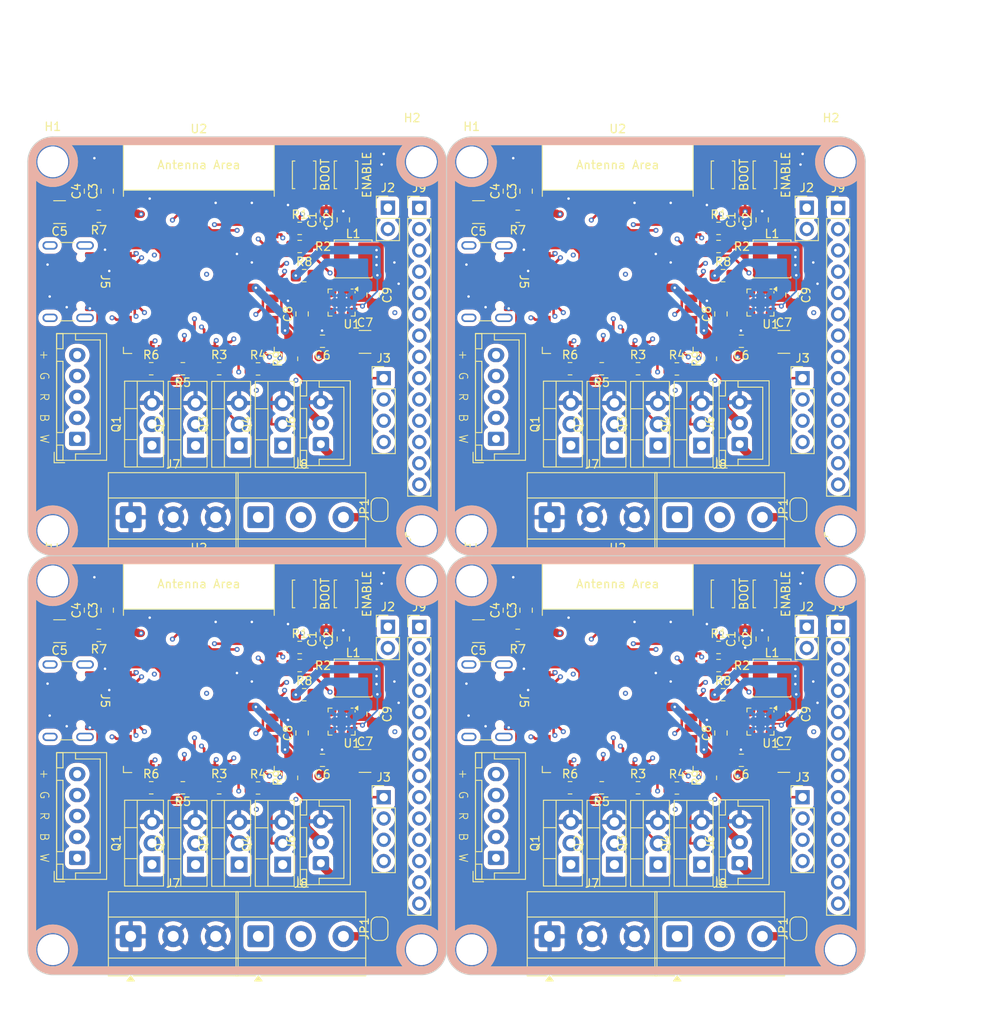
<source format=kicad_pcb>
(kicad_pcb (version 20241229) (generator "pcbnew") (generator_version "9.0")
  (title_block (title "LED Controller") (date "2025-05-27") (rev "1") (company "Paulus Handke"))
  (layers (0 "F.Cu" signal) (4 "In1.Cu" signal) (6 "In2.Cu" signal) (2 "B.Cu" signal) (13 "F.Paste" user) (15 "B.Paste" user) (5 "F.SilkS" user "F.Silkscreen") (7 "B.SilkS" user "B.Silkscreen") (1 "F.Mask" user) (3 "B.Mask" user) (25 "Edge.Cuts" user))
  (net 0 "")
  (net 1 "Board_0-+12V")
  (net 2 "Board_0-+24V")
  (net 3 "Board_0-+3.3V")
  (net 4 "Board_0-/3.3V Switch")
  (net 5 "Board_0-B")
  (net 6 "Board_0-B_out")
  (net 7 "Board_0-Data")
  (net 8 "Board_0-ESP_BOOT")
  (net 9 "Board_0-ESP_EN")
  (net 10 "Board_0-G")
  (net 11 "Board_0-GND")
  (net 12 "Board_0-GPIO.11")
  (net 13 "Board_0-GPIO.12")
  (net 14 "Board_0-GPIO.13")
  (net 15 "Board_0-GPIO.14")
  (net 16 "Board_0-GPIO.17")
  (net 17 "Board_0-GPIO.18")
  (net 18 "Board_0-GPIO.21")
  (net 19 "Board_0-GPIO.38")
  (net 20 "Board_0-GPIO.45")
  (net 21 "Board_0-GPIO.46")
  (net 22 "Board_0-GPIO.47")
  (net 23 "Board_0-GPIO.48")
  (net 24 "Board_0-GPIO.6")
  (net 25 "Board_0-GPIO.7")
  (net 26 "Board_0-GPIO.8")
  (net 27 "Board_0-G_out")
  (net 28 "Board_0-I^{2}C.SCL")
  (net 29 "Board_0-I^{2}C.SDA")
  (net 30 "Board_0-JTAG.MTCK")
  (net 31 "Board_0-JTAG.MTDI")
  (net 32 "Board_0-JTAG.MTDO")
  (net 33 "Board_0-JTAG.MTMS")
  (net 34 "Board_0-Net-(J6-Pin_1)")
  (net 35 "Board_0-Net-(J6-Pin_2)")
  (net 36 "Board_0-Net-(U1-PG)")
  (net 37 "Board_0-Net-(U1-SS{slash}TR)")
  (net 38 "Board_0-R")
  (net 39 "Board_0-R_out")
  (net 40 "Board_0-UART.RX")
  (net 41 "Board_0-UART.TX")
  (net 42 "Board_0-USB.D+")
  (net 43 "Board_0-USB.D-")
  (net 44 "Board_0-W")
  (net 45 "Board_0-W_out")
  (net 46 "Board_0-unconnected-(J5-CC1-PadA5)")
  (net 47 "Board_0-unconnected-(J5-CC2-PadB5)")
  (net 48 "Board_0-unconnected-(J5-SBU1-PadA8)")
  (net 49 "Board_0-unconnected-(J5-SBU2-PadB8)")
  (net 50 "Board_0-unconnected-(J5-SHIELD-PadS1)")
  (net 51 "Board_0-unconnected-(J5-SHIELD-PadS1)_1")
  (net 52 "Board_0-unconnected-(J5-SHIELD-PadS1)_2")
  (net 53 "Board_0-unconnected-(J5-SHIELD-PadS1)_3")
  (net 54 "Board_0-unconnected-(J5-VBUS-PadA4)")
  (net 55 "Board_0-unconnected-(J5-VBUS-PadA4)_1")
  (net 56 "Board_0-unconnected-(J5-VBUS-PadA4)_2")
  (net 57 "Board_0-unconnected-(J5-VBUS-PadA4)_3")
  (net 58 "Board_0-unconnected-(U2-GPIO15{slash}U0RTS{slash}ADC2_CH4{slash}XTAL_32K_P-Pad8)")
  (net 59 "Board_0-unconnected-(U2-GPIO16{slash}U0CTS{slash}ADC2_CH5{slash}XTAL_32K_N-Pad9)")
  (net 60 "Board_0-unconnected-(U2-NC-Pad28)")
  (net 61 "Board_0-unconnected-(U2-NC-Pad29)")
  (net 62 "Board_0-unconnected-(U2-NC-Pad30)")
  (net 63 "Board_1-+12V")
  (net 64 "Board_1-+24V")
  (net 65 "Board_1-+3.3V")
  (net 66 "Board_1-/3.3V Switch")
  (net 67 "Board_1-B")
  (net 68 "Board_1-B_out")
  (net 69 "Board_1-Data")
  (net 70 "Board_1-ESP_BOOT")
  (net 71 "Board_1-ESP_EN")
  (net 72 "Board_1-G")
  (net 73 "Board_1-GND")
  (net 74 "Board_1-GPIO.11")
  (net 75 "Board_1-GPIO.12")
  (net 76 "Board_1-GPIO.13")
  (net 77 "Board_1-GPIO.14")
  (net 78 "Board_1-GPIO.17")
  (net 79 "Board_1-GPIO.18")
  (net 80 "Board_1-GPIO.21")
  (net 81 "Board_1-GPIO.38")
  (net 82 "Board_1-GPIO.45")
  (net 83 "Board_1-GPIO.46")
  (net 84 "Board_1-GPIO.47")
  (net 85 "Board_1-GPIO.48")
  (net 86 "Board_1-GPIO.6")
  (net 87 "Board_1-GPIO.7")
  (net 88 "Board_1-GPIO.8")
  (net 89 "Board_1-G_out")
  (net 90 "Board_1-I^{2}C.SCL")
  (net 91 "Board_1-I^{2}C.SDA")
  (net 92 "Board_1-JTAG.MTCK")
  (net 93 "Board_1-JTAG.MTDI")
  (net 94 "Board_1-JTAG.MTDO")
  (net 95 "Board_1-JTAG.MTMS")
  (net 96 "Board_1-Net-(J6-Pin_1)")
  (net 97 "Board_1-Net-(J6-Pin_2)")
  (net 98 "Board_1-Net-(U1-PG)")
  (net 99 "Board_1-Net-(U1-SS{slash}TR)")
  (net 100 "Board_1-R")
  (net 101 "Board_1-R_out")
  (net 102 "Board_1-UART.RX")
  (net 103 "Board_1-UART.TX")
  (net 104 "Board_1-USB.D+")
  (net 105 "Board_1-USB.D-")
  (net 106 "Board_1-W")
  (net 107 "Board_1-W_out")
  (net 108 "Board_1-unconnected-(J5-CC1-PadA5)")
  (net 109 "Board_1-unconnected-(J5-CC2-PadB5)")
  (net 110 "Board_1-unconnected-(J5-SBU1-PadA8)")
  (net 111 "Board_1-unconnected-(J5-SBU2-PadB8)")
  (net 112 "Board_1-unconnected-(J5-SHIELD-PadS1)")
  (net 113 "Board_1-unconnected-(J5-SHIELD-PadS1)_1")
  (net 114 "Board_1-unconnected-(J5-SHIELD-PadS1)_2")
  (net 115 "Board_1-unconnected-(J5-SHIELD-PadS1)_3")
  (net 116 "Board_1-unconnected-(J5-VBUS-PadA4)")
  (net 117 "Board_1-unconnected-(J5-VBUS-PadA4)_1")
  (net 118 "Board_1-unconnected-(J5-VBUS-PadA4)_2")
  (net 119 "Board_1-unconnected-(J5-VBUS-PadA4)_3")
  (net 120 "Board_1-unconnected-(U2-GPIO15{slash}U0RTS{slash}ADC2_CH4{slash}XTAL_32K_P-Pad8)")
  (net 121 "Board_1-unconnected-(U2-GPIO16{slash}U0CTS{slash}ADC2_CH5{slash}XTAL_32K_N-Pad9)")
  (net 122 "Board_1-unconnected-(U2-NC-Pad28)")
  (net 123 "Board_1-unconnected-(U2-NC-Pad29)")
  (net 124 "Board_1-unconnected-(U2-NC-Pad30)")
  (net 125 "Board_2-+12V")
  (net 126 "Board_2-+24V")
  (net 127 "Board_2-+3.3V")
  (net 128 "Board_2-/3.3V Switch")
  (net 129 "Board_2-B")
  (net 130 "Board_2-B_out")
  (net 131 "Board_2-Data")
  (net 132 "Board_2-ESP_BOOT")
  (net 133 "Board_2-ESP_EN")
  (net 134 "Board_2-G")
  (net 135 "Board_2-GND")
  (net 136 "Board_2-GPIO.11")
  (net 137 "Board_2-GPIO.12")
  (net 138 "Board_2-GPIO.13")
  (net 139 "Board_2-GPIO.14")
  (net 140 "Board_2-GPIO.17")
  (net 141 "Board_2-GPIO.18")
  (net 142 "Board_2-GPIO.21")
  (net 143 "Board_2-GPIO.38")
  (net 144 "Board_2-GPIO.45")
  (net 145 "Board_2-GPIO.46")
  (net 146 "Board_2-GPIO.47")
  (net 147 "Board_2-GPIO.48")
  (net 148 "Board_2-GPIO.6")
  (net 149 "Board_2-GPIO.7")
  (net 150 "Board_2-GPIO.8")
  (net 151 "Board_2-G_out")
  (net 152 "Board_2-I^{2}C.SCL")
  (net 153 "Board_2-I^{2}C.SDA")
  (net 154 "Board_2-JTAG.MTCK")
  (net 155 "Board_2-JTAG.MTDI")
  (net 156 "Board_2-JTAG.MTDO")
  (net 157 "Board_2-JTAG.MTMS")
  (net 158 "Board_2-Net-(J6-Pin_1)")
  (net 159 "Board_2-Net-(J6-Pin_2)")
  (net 160 "Board_2-Net-(U1-PG)")
  (net 161 "Board_2-Net-(U1-SS{slash}TR)")
  (net 162 "Board_2-R")
  (net 163 "Board_2-R_out")
  (net 164 "Board_2-UART.RX")
  (net 165 "Board_2-UART.TX")
  (net 166 "Board_2-USB.D+")
  (net 167 "Board_2-USB.D-")
  (net 168 "Board_2-W")
  (net 169 "Board_2-W_out")
  (net 170 "Board_2-unconnected-(J5-CC1-PadA5)")
  (net 171 "Board_2-unconnected-(J5-CC2-PadB5)")
  (net 172 "Board_2-unconnected-(J5-SBU1-PadA8)")
  (net 173 "Board_2-unconnected-(J5-SBU2-PadB8)")
  (net 174 "Board_2-unconnected-(J5-SHIELD-PadS1)")
  (net 175 "Board_2-unconnected-(J5-SHIELD-PadS1)_1")
  (net 176 "Board_2-unconnected-(J5-SHIELD-PadS1)_2")
  (net 177 "Board_2-unconnected-(J5-SHIELD-PadS1)_3")
  (net 178 "Board_2-unconnected-(J5-VBUS-PadA4)")
  (net 179 "Board_2-unconnected-(J5-VBUS-PadA4)_1")
  (net 180 "Board_2-unconnected-(J5-VBUS-PadA4)_2")
  (net 181 "Board_2-unconnected-(J5-VBUS-PadA4)_3")
  (net 182 "Board_2-unconnected-(U2-GPIO15{slash}U0RTS{slash}ADC2_CH4{slash}XTAL_32K_P-Pad8)")
  (net 183 "Board_2-unconnected-(U2-GPIO16{slash}U0CTS{slash}ADC2_CH5{slash}XTAL_32K_N-Pad9)")
  (net 184 "Board_2-unconnected-(U2-NC-Pad28)")
  (net 185 "Board_2-unconnected-(U2-NC-Pad29)")
  (net 186 "Board_2-unconnected-(U2-NC-Pad30)")
  (net 187 "Board_3-+12V")
  (net 188 "Board_3-+24V")
  (net 189 "Board_3-+3.3V")
  (net 190 "Board_3-/3.3V Switch")
  (net 191 "Board_3-B")
  (net 192 "Board_3-B_out")
  (net 193 "Board_3-Data")
  (net 194 "Board_3-ESP_BOOT")
  (net 195 "Board_3-ESP_EN")
  (net 196 "Board_3-G")
  (net 197 "Board_3-GND")
  (net 198 "Board_3-GPIO.11")
  (net 199 "Board_3-GPIO.12")
  (net 200 "Board_3-GPIO.13")
  (net 201 "Board_3-GPIO.14")
  (net 202 "Board_3-GPIO.17")
  (net 203 "Board_3-GPIO.18")
  (net 204 "Board_3-GPIO.21")
  (net 205 "Board_3-GPIO.38")
  (net 206 "Board_3-GPIO.45")
  (net 207 "Board_3-GPIO.46")
  (net 208 "Board_3-GPIO.47")
  (net 209 "Board_3-GPIO.48")
  (net 210 "Board_3-GPIO.6")
  (net 211 "Board_3-GPIO.7")
  (net 212 "Board_3-GPIO.8")
  (net 213 "Board_3-G_out")
  (net 214 "Board_3-I^{2}C.SCL")
  (net 215 "Board_3-I^{2}C.SDA")
  (net 216 "Board_3-JTAG.MTCK")
  (net 217 "Board_3-JTAG.MTDI")
  (net 218 "Board_3-JTAG.MTDO")
  (net 219 "Board_3-JTAG.MTMS")
  (net 220 "Board_3-Net-(J6-Pin_1)")
  (net 221 "Board_3-Net-(J6-Pin_2)")
  (net 222 "Board_3-Net-(U1-PG)")
  (net 223 "Board_3-Net-(U1-SS{slash}TR)")
  (net 224 "Board_3-R")
  (net 225 "Board_3-R_out")
  (net 226 "Board_3-UART.RX")
  (net 227 "Board_3-UART.TX")
  (net 228 "Board_3-USB.D+")
  (net 229 "Board_3-USB.D-")
  (net 230 "Board_3-W")
  (net 231 "Board_3-W_out")
  (net 232 "Board_3-unconnected-(J5-CC1-PadA5)")
  (net 233 "Board_3-unconnected-(J5-CC2-PadB5)")
  (net 234 "Board_3-unconnected-(J5-SBU1-PadA8)")
  (net 235 "Board_3-unconnected-(J5-SBU2-PadB8)")
  (net 236 "Board_3-unconnected-(J5-SHIELD-PadS1)")
  (net 237 "Board_3-unconnected-(J5-SHIELD-PadS1)_1")
  (net 238 "Board_3-unconnected-(J5-SHIELD-PadS1)_2")
  (net 239 "Board_3-unconnected-(J5-SHIELD-PadS1)_3")
  (net 240 "Board_3-unconnected-(J5-VBUS-PadA4)")
  (net 241 "Board_3-unconnected-(J5-VBUS-PadA4)_1")
  (net 242 "Board_3-unconnected-(J5-VBUS-PadA4)_2")
  (net 243 "Board_3-unconnected-(J5-VBUS-PadA4)_3")
  (net 244 "Board_3-unconnected-(U2-GPIO15{slash}U0RTS{slash}ADC2_CH4{slash}XTAL_32K_P-Pad8)")
  (net 245 "Board_3-unconnected-(U2-GPIO16{slash}U0CTS{slash}ADC2_CH5{slash}XTAL_32K_N-Pad9)")
  (net 246 "Board_3-unconnected-(U2-NC-Pad28)")
  (net 247 "Board_3-unconnected-(U2-NC-Pad29)")
  (net 248 "Board_3-unconnected-(U2-NC-Pad30)")
  (footprint "Resistor_SMD:R_0805_2012Metric_Pad1.20x1.40mm_HandSolder" (layer "F.Cu") (at 180.975 33.103)
    (property "Reference" "R2")
    (property "Value" "100k")
  )
  (footprint "Capacitor_SMD:C_0805_2012Metric_Pad1.18x1.45mm_HandSolder" (layer "F.Cu") (at 189.738 38.895 -90)
    (property "Reference" "C9")
    (property "Value" "22u")
  )
  (footprint "Resistor_SMD:R_0805_2012Metric_Pad1.20x1.40mm_HandSolder" (layer "F.Cu") (at 131.511 36.577)
    (property "Reference" "R8")
    (property "Value" "100k")
  )
  (footprint "Package_TO_SOT_THT:TO-220-3_Vertical" (layer "F.Cu") (at 118.541 106.852 90)
    (property "Reference" "Q2")
    (property "Value" "IRLZ44N")
  )
  (footprint "Capacitor_SMD:C_0805_2012Metric_Pad1.18x1.45mm_HandSolder" (layer "F.Cu") (at 184.15 29.928 90)
    (property "Reference" "C1")
    (property "Value" "100n")
  )
  (footprint "Capacitor_SMD:C_1210_3225Metric_Pad1.33x2.70mm_HandSolder" (layer "F.Cu") (at 138.771 94.483)
    (property "Reference" "C7")
    (property "Value" "10u")
  )
  (footprint "Capacitor_SMD:C_0805_2012Metric_Pad1.18x1.45mm_HandSolder" (layer "F.Cu") (at 131.257 91.149 90)
    (property "Reference" "C8")
    (property "Value" "3.3n")
  )
  (footprint "Package_TO_SOT_THT:TO-220-3_Vertical" (layer "F.Cu") (at 173.742 56.852 90)
    (property "Reference" "Q3")
    (property "Value" "IRLZ44N")
  )
  (footprint "Connector_PinHeader_2.54mm:PinHeader_1x02_P2.54mm_Vertical" (layer "F.Cu") (at 191.5 78.475)
    (property "Reference" "J2")
    (property "Value" "UART")
  )
  (footprint "Capacitor_SMD:C_1210_3225Metric_Pad1.33x2.70mm_HandSolder" (layer "F.Cu") (at 188.771 94.483)
    (property "Reference" "C7")
    (property "Value" "10u")
  )
  (footprint "Library:SHOU HAN TS342A2P-WZ" (layer "F.Cu") (at 136.5 24.55 -90)
    (property "Reference" "SW2" (hide yes))
    (property "Value" "ENABLE")
  )
  (footprint "Package_TO_SOT_THT:TO-220-3_Vertical" (layer "F.Cu") (at 178.943 106.852 90)
    (property "Reference" "Q4")
    (property "Value" "IRLZ44N")
  )
  (footprint "MountingHole:MountingHole_3.2mm_M3" (layer "F.Cu") (at 145.5 117)
    (property "Reference" "H3" (hide yes))
    (property "Value" "MountingHole")
  )
  (footprint "Resistor_SMD:R_0805_2012Metric_Pad1.20x1.40mm_HandSolder" (layer "F.Cu") (at 180.975 30.944)
    (property "Reference" "R1")
    (property "Value" "100k")
  )
  (footprint "Capacitor_SMD:C_0805_2012Metric_Pad1.18x1.45mm_HandSolder" (layer "F.Cu") (at 183.6928 44.406 180)
    (property "Reference" "C6")
    (property "Value" "100n")
  )
  (footprint "Inductor_SMD:L_APV_ANR4026" (layer "F.Cu") (at 187.353 84.582)
    (property "Reference" "L1")
    (property "Value" "1/2.2u")
  )
  (footprint "Resistor_SMD:R_0805_2012Metric_Pad1.20x1.40mm_HandSolder" (layer "F.Cu") (at 107 29.5 180)
    (property "Reference" "R7")
    (property "Value" "10k")
  )
  (footprint "Capacitor_SMD:C_0805_2012Metric_Pad1.18x1.45mm_HandSolder" (layer "F.Cu") (at 136.182 79.928 -90)
    (property "Reference" "C2")
    (property "Value" "100n")
  )
  (footprint "MountingHole:MountingHole_3.2mm_M3" (layer "F.Cu") (at 151.5 23)
    (property "Reference" "H1")
    (property "Value" "MountingHole")
  )
  (footprint "Connector_PinHeader_2.54mm:PinHeader_1x14_P2.54mm_Vertical" (layer "F.Cu") (at 145.25 78.49)
    (property "Reference" "J9")
    (property "Value" "Conn_01x14")
  )
  (footprint "Connector_PinHeader_2.54mm:PinHeader_1x04_P2.54mm_Vertical" (layer "F.Cu") (at 141 48.81)
    (property "Reference" "J3")
    (property "Value" "JTAG")
  )
  (footprint "Capacitor_SMD:C_1210_3225Metric_Pad1.33x2.70mm_HandSolder" (layer "F.Cu") (at 188.771 44.483)
    (property "Reference" "C7")
    (property "Value" "10u")
  )
  (footprint "Capacitor_SMD:C_1210_3225Metric_Pad1.33x2.70mm_HandSolder" (layer "F.Cu") (at 152.31 29 180)
    (property "Reference" "C5")
    (property "Value" "10u")
  )
  (footprint "Resistor_SMD:R_0805_2012Metric_Pad1.20x1.40mm_HandSolder" (layer "F.Cu") (at 126 97.708)
    (property "Reference" "R4")
    (property "Value" "100k")
  )
  (footprint "Capacitor_SMD:C_0805_2012Metric_Pad1.18x1.45mm_HandSolder" (layer "F.Cu") (at 181.257 41.149 90)
    (property "Reference" "C8")
    (property "Value" "3.3n")
  )
  (footprint "Capacitor_SMD:C_0805_2012Metric_Pad1.18x1.45mm_HandSolder" (layer "F.Cu") (at 139.738 88.895 -90)
    (property "Reference" "C9")
    (property "Value" "22u")
  )
  (footprint "Capacitor_SMD:C_0805_2012Metric_Pad1.18x1.45mm_HandSolder" (layer "F.Cu") (at 181.257 91.149 90)
    (property "Reference" "C8")
    (property "Value" "3.3n")
  )
  (footprint "Package_TO_SOT_THT:TO-220-3_Vertical" (layer "F.Cu") (at 168.541 56.852 90)
    (property "Reference" "Q2")
    (property "Value" "IRLZ44N")
  )
  (footprint "Package_TO_SOT_THT:TO-220-3_Vertical" (layer "F.Cu") (at 113.34 106.83 90)
    (property "Reference" "Q1")
    (property "Value" "IRLZ44N")
  )
  (footprint "Resistor_SMD:R_0805_2012Metric_Pad1.20x1.40mm_HandSolder" (layer "F.Cu") (at 130.975 83.103)
    (property "Reference" "R2")
    (property "Value" "100k")
  )
  (footprint "Connector_JST:JST_XH_B3B-XH-A_1x03_P2.50mm_Vertical" (layer "F.Cu") (at 183.498 106.685 90)
    (property "Reference" "J6")
    (property "Value" "Conn_01x03")
  )
  (footprint "Resistor_SMD:R_0805_2012Metric_Pad1.20x1.40mm_HandSolder" (layer "F.Cu") (at 130.975 33.103)
    (property "Reference" "R2")
    (property "Value" "100k")
  )
  (footprint "Connector_PinHeader_2.54mm:PinHeader_1x04_P2.54mm_Vertical" (layer "F.Cu") (at 191 48.81)
    (property "Reference" "J3")
    (property "Value" "JTAG")
  )
  (footprint "Connector_PinHeader_2.54mm:PinHeader_1x04_P2.54mm_Vertical" (layer "F.Cu") (at 191 98.81)
    (property "Reference" "J3")
    (property "Value" "JTAG")
  )
  (footprint "Capacitor_SMD:C_1210_3225Metric_Pad1.33x2.70mm_HandSolder" (layer "F.Cu") (at 102.31 29 180)
    (property "Reference" "C5")
    (property "Value" "10u")
  )
  (footprint "Package_DFN_QFN:VQFN-16-1EP_3x3mm_P0.5mm_EP1.68x1.68mm_ThermalVias" (layer "F.Cu") (at 135.973 89.789 -90)
    (property "Reference" "U1")
    (property "Value" "TPS62132")
  )
  (footprint "Jumper:SolderJumper-2_P1.3mm_Open_RoundedPad1.0x1.5mm" (layer "F.Cu") (at 190.5 64.5 90)
    (property "Reference" "JP1")
    (property "Value" "SolderJumper_2_Open")
  )
  (footprint "Connector_JST:JST_XH_B3B-XH-A_1x03_P2.50mm_Vertical" (layer "F.Cu") (at 183.498 56.685 90)
    (property "Reference" "J6")
    (property "Value" "Conn_01x03")
  )
  (footprint "Capacitor_SMD:C_1210_3225Metric_Pad1.33x2.70mm_HandSolder" (layer "F.Cu") (at 102.31 79 180)
    (property "Reference" "C5")
    (property "Value" "10u")
  )
  (footprint "Capacitor_SMD:C_0805_2012Metric_Pad1.18x1.45mm_HandSolder" (layer "F.Cu") (at 108 76.5 90)
    (property "Reference" "C3")
    (property "Value" "100n")
  )
  (footprint "Capacitor_SMD:C_0805_2012Metric_Pad1.18x1.45mm_HandSolder" (layer "F.Cu") (at 136.182 29.928 -90)
    (property "Reference" "C2")
    (property "Value" "100n")
  )
  (footprint "Connector_JST:JST_XH_B5B-XH-A_1x05_P2.50mm_Vertical" (layer "F.Cu") (at 104.415 106.05 90)
    (property "Reference" "J1" (hide yes))
    (property "Value" "Conn_01x05")
  )
  (footprint "Resistor_SMD:R_0805_2012Metric_Pad1.20x1.40mm_HandSolder" (layer "F.Cu") (at 163.248 47.686)
    (property "Reference" "R6")
    (property "Value" "10k")
  )
  (footprint "Capacitor_SMD:C_1210_3225Metric_Pad1.33x2.70mm_HandSolder" (layer "F.Cu") (at 138.771 44.483)
    (property "Reference" "C7")
    (property "Value" "10u")
  )
  (footprint "Connector_JST:JST_XH_B5B-XH-A_1x05_P2.50mm_Vertical" (layer "F.Cu") (at 154.415 106.05 90)
    (property "Reference" "J1" (hide yes))
    (property "Value" "Conn_01x05")
  )
  (footprint "Package_TO_SOT_THT:TO-220-3_Vertical" (layer "F.Cu") (at 163.34 106.83 90)
    (property "Reference" "Q1")
    (property "Value" "IRLZ44N")
  )
  (footprint "Resistor_SMD:R_0805_2012Metric_Pad1.20x1.40mm_HandSolder" (layer "F.Cu") (at 121.36 97.686)
    (property "Reference" "R3")
    (property "Value" "100k")
  )
  (footprint "Connector_PinHeader_2.54mm:PinHeader_1x14_P2.54mm_Vertical" (layer "F.Cu") (at 195.25 28.49)
    (property "Reference" "J9")
    (property "Value" "Conn_01x14")
  )
  (footprint "TerminalBlock_Phoenix:TerminalBlock_Phoenix_MKDS-1,5-3-5.08_1x03_P5.08mm_Horizontal" (layer "F.Cu") (at 126.035 65.4065)
    (property "Reference" "J8")
    (property "Value" "GND")
  )
  (footprint "Package_TO_SOT_THT:TO-220-3_Vertical" (layer "F.Cu") (at 123.742 56.852 90)
    (property "Reference" "Q3")
    (property "Value" "IRLZ44N")
  )
  (footprint "Library:SHOU HAN TS342A2P-WZ" (layer "F.Cu") (at 131.5 24.55 -90)
    (property "Reference" "SW1" (hide yes))
    (property "Value" "BOOT")
  )
  (footprint "Resistor_SMD:R_0805_2012Metric_Pad1.20x1.40mm_HandSolder" (layer "F.Cu") (at 117.026 97.686 180)
    (property "Reference" "R5")
    (property "Value" "10k")
  )
  (footprint "TerminalBlock_Phoenix:TerminalBlock_Phoenix_MKDS-1,5-3-5.08_1x03_P5.08mm_Horizontal" (layer "F.Cu") (at 176.035 115.4065)
    (property "Reference" "J8")
    (property "Value" "GND")
  )
  (footprint "Connector_USB:USB_C_Receptacle_GCT_USB4105-xx-A_16P_TopMnt_Horizontal" (layer "F.Cu") (at 102.245 37.294 -90)
    (property "Reference" "J5")
    (property "Value" "USB_C_Receptacle_USB2.0_16P")
  )
  (footprint "Resistor_SMD:R_0805_2012Metric_Pad1.20x1.40mm_HandSolder" (layer "F.Cu") (at 171.36 97.686)
    (property "Reference" "R3")
    (property "Value" "100k")
  )
  (footprint "Package_TO_SOT_THT:TO-220-3_Vertical" (layer "F.Cu") (at 163.34 56.83 90)
    (property "Reference" "Q1")
    (property "Value" "IRLZ44N")
  )
  (footprint "Resistor_SMD:R_0805_2012Metric_Pad1.20x1.40mm_HandSolder" (layer "F.Cu") (at 180 46.5 90)
    (property "Reference" "R9")
    (property "Value" "100")
  )
  (footprint "Connector_PinHeader_2.54mm:PinHeader_1x04_P2.54mm_Vertical" (layer "F.Cu") (at 141 98.81)
    (property "Reference" "J3")
    (property "Value" "JTAG")
  )
  (footprint "Jumper:SolderJumper-2_P1.3mm_Open_RoundedPad1.0x1.5mm" (layer "F.Cu") (at 140.5 64.5 90)
    (property "Reference" "JP1")
    (property "Value" "SolderJumper_2_Open")
  )
  (footprint "Connector_PinHeader_2.54mm:PinHeader_1x02_P2.54mm_Vertical" (layer "F.Cu") (at 141.5 28.475)
    (property "Reference" "J2")
    (property "Value" "UART")
  )
  (footprint "PCM_Espressif:ESP32-S3-WROOM-2" (layer "F.Cu") (at 118.934 36.118)
    (property "Reference" "U2")
    (property "Value" "ESP32-S3-WROOM-2")
  )
  (footprint "Connector_PinHeader_2.54mm:PinHeader_1x14_P2.54mm_Vertical" (layer "F.Cu") (at 145.25 28.49)
    (property "Reference" "J9")
    (property "Value" "Conn_01x14")
  )
  (footprint "Library:SHOU HAN TS342A2P-WZ" (layer "F.Cu") (at 131.5 74.55 -90)
    (property "Reference" "SW1" (hide yes))
    (property "Value" "BOOT")
  )
  (footprint "PCM_Espressif:ESP32-S3-WROOM-2" (layer "F.Cu") (at 118.934 86.118)
    (property "Reference" "U2")
    (property "Value" "ESP32-S3-WROOM-2")
  )
  (footprint "Capacitor_SMD:C_0805_2012Metric_Pad1.18x1.45mm_HandSolder" (layer "F.Cu") (at 158 76.5 90)
    (property "Reference" "C3")
    (property "Value" "100n")
  )
  (footprint "Capacitor_SMD:C_0805_2012Metric_Pad1.18x1.45mm_HandSolder" (layer "F.Cu") (at 133.6928 94.406 180)
    (property "Reference" "C6")
    (property "Value" "100n")
  )
  (footprint "MountingHole:MountingHole_3.2mm_M3" (layer "F.Cu") (at 101.5 23)
    (property "Reference" "H1")
    (property "Value" "MountingHole")
  )
  (footprint "MountingHole:MountingHole_3.2mm_M3" (layer "F.Cu") (at 195.5 67)
    (property "Reference" "H3" (hide yes))
    (property "Value" "MountingHole")
  )
  (footprint "Package_TO_SOT_THT:TO-220-3_Vertical" (layer "F.Cu") (at 128.943 56.852 90)
    (property "Reference" "Q4")
    (property "Value" "IRLZ44N")
  )
  (footprint "Library:SHOU HAN TS342A2P-WZ" (layer "F.Cu") (at 181.5 74.55 -90)
    (property "Reference" "SW1" (hide yes))
    (property "Value" "BOOT")
  )
  (footprint "MountingHole:MountingHole_3.2mm_M3" (layer "F.Cu") (at 101.5 117)
    (property "Reference" "H4" (hide yes))
    (property "Value" "MountingHole")
  )
  (footprint "TerminalBlock_Phoenix:TerminalBlock_Phoenix_MKDS-1,5-3-5.08_1x03_P5.08mm_Horizontal" (layer "F.Cu") (at 126.035 115.4065)
    (property "Reference" "J8")
    (property "Value" "GND")
  )
  (footprint "Capacitor_SMD:C_0805_2012Metric_Pad1.18x1.45mm_HandSolder" (layer "F.Cu") (at 186.182 79.928 -90)
    (property "Reference" "C2")
    (property "Value" "100n")
  )
  (footprint "MountingHole:MountingHole_3.2mm_M3" (layer "F.Cu") (at 145.5 23)
    (property "Reference" "H2")
    (property "Value" "MountingHole")
  )
  (footprint "Connector_PinHeader_2.54mm:PinHeader_1x02_P2.54mm_Vertical" (layer "F.Cu") (at 191.5 28.475)
    (property "Reference" "J2")
    (property "Value" "UART")
  )
  (footprint "PCM_Espressif:ESP32-S3-WROOM-2" (layer "F.Cu") (at 168.934 86.118)
    (property "Reference" "U2")
    (property "Value" "ESP32-S3-WROOM-2")
  )
  (footprint "Capacitor_SMD:C_0805_2012Metric_Pad1.18x1.45mm_HandSolder" (layer "F.Cu") (at 134.15 29.928 90)
    (property "Reference" "C1")
    (property "Value" "100n")
  )
  (footprint "Package_TO_SOT_THT:TO-220-3_Vertical" (layer "F.Cu") (at 178.943 56.852 90)
    (property "Reference" "Q4")
    (property "Value" "IRLZ44N")
  )
  (footprint "TerminalBlock_Phoenix:TerminalBlock_Phoenix_MKDS-1,5-3-5.08_1x03_P5.08mm_Horizontal" (layer "F.Cu") (at 160.795 115.4065)
    (property "Reference" "J7")
    (property "Value" "VDD")
  )
  (footprint "Resistor_SMD:R_0805_2012Metric_Pad1.20x1.40mm_HandSolder" (layer "F.Cu") (at 113.248 97.686)
    (property "Reference" "R6")
    (property "Value" "10k")
  )
  (footprint "Package_TO_SOT_THT:TO-220-3_Vertical" (layer "F.Cu") (at 118.541 56.852 90)
    (property "Reference" "Q2")
    (property "Value" "IRLZ44N")
  )
  (footprint "MountingHole:MountingHole_3.2mm_M3" (layer "F.Cu") (at 195.5 23)
    (property "Reference" "H2")
    (property "Value" "MountingHole")
  )
  (footprint "Resistor_SMD:R_0805_2012Metric_Pad1.20x1.40mm_HandSolder" (layer "F.Cu") (at 180.975 83.103)
    (property "Reference" "R2")
    (property "Value" "100k")
  )
  (footprint "Capacitor_SMD:C_0805_2012Metric_Pad1.18x1.45mm_HandSolder" (layer "F.Cu") (at 131.257 41.149 90)
    (property "Reference" "C8")
    (property "Value" "3.3n")
  )
  (footprint "Resistor_SMD:R_0805_2012Metric_Pad1.20x1.40mm_HandSolder" (layer "F.Cu") (at 176 97.708)
    (property "Reference" "R4")
    (property "Value" "100k")
  )
  (footprint "Capacitor_SMD:C_0805_2012Metric_Pad1.18x1.45mm_HandSolder" (layer "F.Cu") (at 156 76.5 90)
    (property "Reference" "C4")
    (property "Value" "22u")
  )
  (footprint "Resistor_SMD:R_0805_2012Metric_Pad1.20x1.40mm_HandSolder" (layer "F.Cu") (at 130.975 30.944)
    (property "Reference" "R1")
    (property "Value" "100k")
  )
  (footprint "Resistor_SMD:R_0805_2012Metric_Pad1.20x1.40mm_HandSolder" (layer "F.Cu") (at 163.248 97.686)
    (property "Reference" "R6")
    (property "Value" "10k")
  )
  (footprint "Capacitor_SMD:C_0805_2012Metric_Pad1.18x1.45mm_HandSolder" (layer "F.Cu") (at 134.15 79.928 90)
    (property "Reference" "C1")
    (property "Value" "100n")
  )
  (footprint "Library:SHOU HAN TS342A2P-WZ" (layer "F.Cu") (at 136.5 74.55 -90)
    (property "Reference" "SW2" (hide yes))
    (property "Value" "ENABLE")
  )
  (footprint "Resistor_SMD:R_0805_2012Metric_Pad1.20x1.40mm_HandSolder" (layer "F.Cu") (at 167.026 97.686 180)
    (property "Reference" "R5")
    (property "Value" "10k")
  )
  (footprint "Package_TO_SOT_THT:TO-220-3_Vertical" (layer "F.Cu") (at 113.34 56.83 90)
    (property "Reference" "Q1")
    (property "Value" "IRLZ44N")
  )
  (footprint "Resistor_SMD:R_0805_2012Metric_Pad1.20x1.40mm_HandSolder" (layer "F.Cu") (at 121.36 47.686)
    (property "Reference" "R3")
    (property "Value" "100k")
  )
  (footprint "Library:SHOU HAN TS342A2P-WZ" (layer "F.Cu") (at 181.5 24.55 -90)
    (property "Reference" "SW1" (hide yes))
    (property "Value" "BOOT")
  )
  (footprint "Resistor_SMD:R_0805_2012Metric_Pad1.20x1.40mm_HandSolder" (layer "F.Cu") (at 167.026 47.686 180)
    (property "Reference" "R5")
    (property "Value" "10k")
  )
  (footprint "Resistor_SMD:R_0805_2012Metric_Pad1.20x1.40mm_HandSolder" (layer "F.Cu") (at 130.975 80.944)
    (property "Reference" "R1")
    (property "Value" "100k")
  )
  (footprint "TerminalBlock_Phoenix:TerminalBlock_Phoenix_MKDS-1,5-3-5.08_1x03_P5.08mm_Horizontal" (layer "F.Cu") (at 176.035 65.4065)
    (property "Reference" "J8")
    (property "Value" "GND")
  )
  (footprint "MountingHole:MountingHole_3.2mm_M3" (layer "F.Cu") (at 101.5 67)
    (property "Reference" "H4" (hide yes))
    (property "Value" "MountingHole")
  )
  (footprint "Resistor_SMD:R_0805_2012Metric_Pad1.20x1.40mm_HandSolder" (layer "F.Cu") (at 117.026 47.686 180)
    (property "Reference" "R5")
    (property "Value" "10k")
  )
  (footprint "Capacitor_SMD:C_1210_3225Metric_Pad1.33x2.70mm_HandSolder" (layer "F.Cu") (at 152.31 79 180)
    (property "Reference" "C5")
    (property "Value" "10u")
  )
  (footprint "Inductor_SMD:L_APV_ANR4026" (layer "F.Cu") (at 137.353 84.582)
    (property "Reference" "L1")
    (property "Value" "1/2.2u")
  )
  (footprint "Jumper:SolderJumper-2_P1.3mm_Open_RoundedPad1.0x1.5mm" (layer "F.Cu") (at 140.5 114.5 90)
    (property "Reference" "JP1")
    (property "Value" "SolderJumper_2_Open")
  )
  (footprint "Capacitor_SMD:C_0805_2012Metric_Pad1.18x1.45mm_HandSolder" (layer "F.Cu") (at 108 26.5 90)
    (property "Reference" "C3")
    (property "Value" "100n")
  )
  (footprint "Connector_USB:USB_C_Receptacle_GCT_USB4105-xx-A_16P_TopMnt_Horizontal" (layer "F.Cu") (at 152.245 37.294 -90)
    (property "Reference" "J5")
    (property "Value" "USB_C_Receptacle_USB2.0_16P")
  )
  (footprint "Capacitor_SMD:C_0805_2012Metric_Pad1.18x1.45mm_HandSolder" (layer "F.Cu") (at 183.6928 94.406 180)
    (property "Reference" "C6")
    (property "Value" "100n")
  )
  (footprint "Connector_PinHeader_2.54mm:PinHeader_1x02_P2.54mm_Vertical" (layer "F.Cu") (at 141.5 78.475)
    (property "Reference" "J2")
    (property "Value" "UART")
  )
  (footprint "Resistor_SMD:R_0805_2012Metric_Pad1.20x1.40mm_HandSolder" (layer "F.Cu") (at 181.511 36.577)
    (property "Reference" "R8")
    (property "Value" "100k")
  )
  (footprint "Package_TO_SOT_THT:TO-220-3_Vertical" (layer "F.Cu") (at 168.541 106.852 90)
    (property "Reference" "Q2")
    (property "Value" "IRLZ44N")
  )
  (footprint "Connector_USB:USB_C_Receptacle_GCT_USB4105-xx-A_16P_TopMnt_Horizontal" (layer "F.Cu") (at 152.245 87.294 -90)
    (property "Reference" "J5")
    (property "Value" "USB_C_Receptacle_USB2.0_16P")
  )
  (footprint "Resistor_SMD:R_0805_2012Metric_Pad1.20x1.40mm_HandSolder" (layer "F.Cu") (at 180 96.5 90)
    (property "Reference" "R9")
    (property "Value" "100")
  )
  (footprint "Package_TO_SOT_THT:TO-220-3_Vertical" (layer "F.Cu") (at 128.943 106.852 90)
    (property "Reference" "Q4")
    (property "Value" "IRLZ44N")
  )
  (footprint "Resistor_SMD:R_0805_2012Metric_Pad1.20x1.40mm_HandSolder" (layer "F.Cu") (at 171.36 47.686)
    (property "Reference" "R3")
    (property "Value" "100k")
  )
  (footprint "Capacitor_SMD:C_0805_2012Metric_Pad1.18x1.45mm_HandSolder" (layer "F.Cu") (at 186.182 29.928 -90)
    (property "Reference" "C2")
    (property "Value" "100n")
  )
  (footprint "Resistor_SMD:R_0805_2012Metric_Pad1.20x1.40mm_HandSolder" (layer "F.Cu") (at 181.511 86.577)
    (property "Reference" "R8")
    (property "Value" "100k")
  )
  (footprint "Resistor_SMD:R_0805_2012Metric_Pad1.20x1.40mm_HandSolder" (layer "F.Cu") (at 107 79.5 180)
    (property "Reference" "R7")
    (property "Value" "10k")
  )
  (footprint "Connector_JST:JST_XH_B3B-XH-A_1x03_P2.50mm_Vertical" (layer "F.Cu") (at 133.498 106.685 90)
    (property "Reference" "J6")
    (property "Value" "Conn_01x03")
  )
  (footprint "Inductor_SMD:L_APV_ANR4026" (layer "F.Cu") (at 187.353 34.582)
    (property "Reference" "L1")
    (property "Value" "1/2.2u")
  )
  (footprint "Resistor_SMD:R_0805_2012Metric_Pad1.20x1.40mm_HandSolder" (layer "F.Cu") (at 157 29.5 180)
    (property "Reference" "R7")
    (property "Value" "10k")
  )
  (footprint "TerminalBlock_Phoenix:TerminalBlock_Phoenix_MKDS-1,5-3-5.08_1x03_P5.08mm_Horizontal" (layer "F.Cu") (at 160.795 65.4065)
    (property "Reference" "J7")
    (property "Value" "VDD")
  )
  (footprint "PCM_Espressif:ESP32-S3-WROOM-2" (layer "F.Cu") (at 168.934 36.118)
    (property "Reference" "U2")
    (property "Value" "ESP32-S3-WROOM-2")
  )
  (footprint "MountingHole:MountingHole_3.2mm_M3" (layer "F.Cu") (at 151.5 67)
    (property "Reference" "H4" (hide yes))
    (property "Value" "MountingHole")
  )
  (footprint "Package_DFN_QFN:VQFN-16-1EP_3x3mm_P0.5mm_EP1.68x1.68mm_ThermalVias" (layer "F.Cu") (at 185.973 39.789 -90)
    (property "Reference" "U1")
    (property "Value" "TPS62132")
  )
  (footprint "Capacitor_SMD:C_0805_2012Metric_Pad1.18x1.45mm_HandSolder" (layer "F.Cu") (at 189.738 88.895 -90)
    (property "Reference" "C9")
    (property "Value" "22u")
  )
  (footprint "MountingHole:MountingHole_3.2mm_M3" (layer "F.Cu") (at 101.5 73)
    (property "Reference" "H1")
    (property "Value" "MountingHole")
  )
  (footprint "Connector_PinHeader_2.54mm:PinHeader_1x14_P2.54mm_Vertical" (layer "F.Cu") (at 195.25 78.49)
    (property "Reference" "J9")
    (property "Value" "Conn_01x14")
  )
  (footprint "Resistor_SMD:R_0805_2012Metric_Pad1.20x1.40mm_HandSolder" (layer "F.Cu") (at 130 46.5 90)
    (property "Reference" "R9")
    (property "Value" "100")
  )
  (footprint "Resistor_SMD:R_0805_2012Metric_Pad1.20x1.40mm_HandSolder" (layer "F.Cu") (at 180.975 80.944)
    (property "Reference" "R1")
    (property "Value" "100k")
  )
  (footprint "Connector_JST:JST_XH_B5B-XH-A_1x05_P2.50mm_Vertical" (layer "F.Cu") (at 154.415 56.05 90)
    (property "Reference" "J1" (hide yes))
    (property "Value" "Conn_01x05")
  )
  (footprint "TerminalBlock_Phoenix:TerminalBlock_Phoenix_MKDS-1,5-3-5.08_1x03_P5.08mm_Horizontal" (layer "F.Cu") (at 110.795 115.4065)
    (property "Reference" "J7")
    (property "Value" "VDD")
  )
  (footprint "MountingHole:MountingHole_3.2mm_M3" (layer "F.Cu") (at 195.5 117)
    (property "Reference" "H3" (hide yes))
    (property "Value" "MountingHole")
  )
  (footprint "Resistor_SMD:R_0805_2012Metric_Pad1.20x1.40mm_HandSolder" (layer "F.Cu") (at 131.511 86.577)
    (property "Reference" "R8")
    (property "Value" "100k")
  )
  (footprint "Inductor_SMD:L_APV_ANR4026" (layer "F.Cu") (at 137.353 34.582)
    (property "Reference" "L1")
    (property "Value" "1/2.2u")
  )
  (footprint "MountingHole:MountingHole_3.2mm_M3" (layer "F.Cu") (at 151.5 117)
    (property "Reference" "H4" (hide yes))
    (property "Value" "MountingHole")
  )
  (footprint "MountingHole:MountingHole_3.2mm_M3" (layer "F.Cu") (at 151.5 73)
    (property "Reference" "H1")
    (property "Value" "MountingHole")
  )
  (footprint "Capacitor_SMD:C_0805_2012Metric_Pad1.18x1.45mm_HandSolder" (layer "F.Cu") (at 156 26.5 90)
    (property "Reference" "C4")
    (property "Value" "22u")
  )
  (footprint "MountingHole:MountingHole_3.2mm_M3" (layer "F.Cu") (at 145.5 67)
    (property "Reference" "H3" (hide yes))
    (property "Value" "MountingHole")
  )
  (footprint "Capacitor_SMD:C_0805_2012Metric_Pad1.18x1.45mm_HandSolder" (layer "F.Cu") (at 158 26.5 90)
    (property "Reference" "C3")
    (property "Value" "100n")
  )
  (footprint "Connector_JST:JST_XH_B3B-XH-A_1x03_P2.50mm_Vertical" (layer "F.Cu") (at 133.498 56.685 90)
    (property "Reference" "J6")
    (property "Value" "Conn_01x03")
  )
  (footprint "Package_DFN_QFN:VQFN-16-1EP_3x3mm_P0.5mm_EP1.68x1.68mm_ThermalVias" (layer "F.Cu") (at 135.973 39.789 -90)
    (property "Reference" "U1")
    (property "Value" "TPS62132")
  )
  (footprint "Resistor_SMD:R_0805_2012Metric_Pad1.20x1.40mm_HandSolder" (layer "F.Cu") (at 157 79.5 180)
    (property "Reference" "R7")
    (property "Value" "10k")
  )
  (footprint "Capacitor_SMD:C_0805_2012Metric_Pad1.18x1.45mm_HandSolder" (layer "F.Cu") (at 106 26.5 90)
    (property "Reference" "C4")
    (property "Value" "22u")
  )
  (footprint "Library:SHOU HAN TS342A2P-WZ" (layer "F.Cu") (at 186.5 74.55 -90)
    (property "Reference" "SW2" (hide yes))
    (property "Value" "ENABLE")
  )
  (footprint "MountingHole:MountingHole_3.2mm_M3" (layer "F.Cu") (at 195.5 73)
    (property "Reference" "H2")
    (property "Value" "MountingHole")
  )
  (footprint "Capacitor_SMD:C_0805_2012Metric_Pad1.18x1.45mm_HandSolder" (layer "F.Cu") (at 139.738 38.895 -90)
    (property "Reference" "C9")
    (property "Value" "22u")
  )
  (footprint "Resistor_SMD:R_0805_2012Metric_Pad1.20x1.40mm_HandSolder" (layer "F.Cu") (at 113.248 47.686)
    (property "Reference" "R6")
    (property "Value" "10k")
  )
  (footprint "Package_DFN_QFN:VQFN-16-1EP_3x3mm_P0.5mm_EP1.68x1.68mm_ThermalVias" (layer "F.Cu") (at 185.973 89.789 -90)
    (property "Reference" "U1")
    (property "Value" "TPS62132")
  )
  (footprint "Capacitor_SMD:C_0805_2012Metric_Pad1.18x1.45mm_HandSolder" (layer "F.Cu") (at 133.6928 44.406 180)
    (property "Reference" "C6")
    (property "Value" "100n")
  )
  (footprint "Package_TO_SOT_THT:TO-220-3_Vertical" (layer "F.Cu") (at 173.742 106.852 90)
    (property "Reference" "Q3")
    (property "Value" "IRLZ44N")
  )
  (footprint "Capacitor_SMD:C_0805_2012Metric_Pad1.18x1.45mm_HandSolder" (layer "F.Cu") (at 106 76.5 90)
    (property "Reference" "C4")
    (property "Value" "22u")
  )
  (footprint "Library:SHOU HAN TS342A2P-WZ" (layer "F.Cu") (at 186.5 24.55 -90)
    (property "Reference" "SW2" (hide yes))
    (property "Value" "ENABLE")
  )
  (footprint "TerminalBlock_Phoenix:TerminalBlock_Phoenix_MKDS-1,5-3-5.08_1x03_P5.08mm_Horizontal" (layer "F.Cu") (at 110.795 65.4065)
    (property "Reference" "J7")
    (property "Value" "VDD")
  )
  (footprint "Package_TO_SOT_THT:TO-220-3_Vertical" (layer "F.Cu") (at 123.742 106.852 90)
    (property "Reference" "Q3")
    (property "Value" "IRLZ44N")
  )
  (footprint "Resistor_SMD:R_0805_2012Metric_Pad1.20x1.40mm_HandSolder" (layer "F.Cu") (at 126 47.708)
    (property "Reference" "R4")
    (property "Value" "100k")
  )
  (footprint "Connector_JST:JST_XH_B5B-XH-A_1x05_P2.50mm_Vertical" (layer "F.Cu") (at 104.415 56.05 90)
    (property "Reference" "J1" (hide yes))
    (property "Value" "Conn_01x05")
  )
  (footprint "Jumper:SolderJumper-2_P1.3mm_Open_RoundedPad1.0x1.5mm" (layer "F.Cu") (at 190.5 114.5 90)
    (property "Reference" "JP1")
    (property "Value" "SolderJumper_2_Open")
  )
  (footprint "Resistor_SMD:R_0805_2012Metric_Pad1.20x1.40mm_HandSolder" (layer "F.Cu") (at 130 96.5 90)
    (property "Reference" "R9")
    (property "Value" "100")
  )
  (footprint "Connector_USB:USB_C_Receptacle_GCT_USB4105-xx-A_16P_TopMnt_Horizontal" (layer "F.Cu") (at 102.245 87.294 -90)
    (property "Reference" "J5")
    (property "Value" "USB_C_Receptacle_USB2.0_16P")
  )
  (footprint "MountingHole:MountingHole_3.2mm_M3" (layer "F.Cu") (at 145.5 73)
    (property "Reference" "H2")
    (property "Value" "MountingHole")
  )
  (footprint "Capacitor_SMD:C_0805_2012Metric_Pad1.18x1.45mm_HandSolder" (layer "F.Cu") (at 184.15 79.928 90)
    (property "Reference" "C1")
    (property "Value" "100n")
  )
  (footprint "Resistor_SMD:R_0805_2012Metric_Pad1.20x1.40mm_HandSolder" (layer "F.Cu") (at 176 47.708)
    (property "Reference" "R4")
    (property "Value" "100k")
  )
  (gr_circle (center 195.5 73) (end 195.5 70.5) (stroke (width 1)) (fill no) (layer "F.SilkS"))
  (gr_line (start 149 23) (end 149 67) (stroke (width 1)) (layer "F.SilkS"))
  (gr_line (start 99 73) (end 99 117) (stroke (width 1)) (layer "F.SilkS"))
  (gr_line (start 148 117) (end 148 73) (stroke (width 1)) (layer "F.SilkS"))
  (gr_line (start 151.5 119.5) (end 195.5 119.5) (stroke (width 1)) (layer "F.SilkS"))
  (gr_circle (center 101.5 117) (end 101.5 114.5) (stroke (width 1)) (fill no) (layer "F.SilkS"))
  (gr_circle (center 195.5 23) (end 195.5 20.5) (stroke (width 1)) (fill no) (layer "F.SilkS"))
  (gr_circle (center 145.5 67) (end 145.5 64.5) (stroke (width 1)) (fill no) (layer "F.SilkS"))
  (gr_line (start 145.5 20.5) (end 101.5 20.5) (stroke (width 1)) (layer "F.SilkS"))
  (gr_line (start 149 73) (end 149 117) (stroke (width 1)) (layer "F.SilkS"))
  (gr_line (start 145.5 70.5) (end 101.5 70.5) (stroke (width 1)) (layer "F.SilkS"))
  (gr_line (start 148 67) (end 148 23) (stroke (width 1)) (layer "F.SilkS"))
  (gr_circle (center 145.5 23) (end 145.5 20.5) (stroke (width 1)) (fill no) (layer "F.SilkS"))
  (gr_circle (center 145.5 117) (end 145.5 114.5) (stroke (width 1)) (fill no) (layer "F.SilkS"))
  (gr_circle (center 195.5 117) (end 195.5 114.5) (stroke (width 1)) (fill no) (layer "F.SilkS"))
  (gr_line (start 101.5 69.5) (end 145.5 69.5) (stroke (width 1)) (layer "F.SilkS"))
  (gr_circle (center 101.5 23) (end 101.5 20.5) (stroke (width 1)) (fill no) (layer "F.SilkS"))
  (gr_circle (center 195.5 67) (end 195.5 64.5) (stroke (width 1)) (fill no) (layer "F.SilkS"))
  (gr_line (start 195.5 70.5) (end 151.5 70.5) (stroke (width 1)) (layer "F.SilkS"))
  (gr_line (start 195.5 20.5) (end 151.5 20.5) (stroke (width 1)) (layer "F.SilkS"))
  (gr_line (start 99 23) (end 99 67) (stroke (width 1)) (layer "F.SilkS"))
  (gr_circle (center 145.5 73) (end 145.5 70.5) (stroke (width 1)) (fill no) (layer "F.SilkS"))
  (gr_circle (center 101.5 73) (end 101.5 70.5) (stroke (width 1)) (fill no) (layer "F.SilkS"))
  (gr_line (start 151.5 69.5) (end 195.5 69.5) (stroke (width 1)) (layer "F.SilkS"))
  (gr_circle (center 151.5 23) (end 151.5 20.5) (stroke (width 1)) (fill no) (layer "F.SilkS"))
  (gr_circle (center 151.5 117) (end 151.5 114.5) (stroke (width 1)) (fill no) (layer "F.SilkS"))
  (gr_line (start 101.5 119.5) (end 145.5 119.5) (stroke (width 1)) (layer "F.SilkS"))
  (gr_circle (center 101.5 67) (end 101.5 64.5) (stroke (width 1)) (fill no) (layer "F.SilkS"))
  (gr_circle (center 151.5 73) (end 151.5 70.5) (stroke (width 1)) (fill no) (layer "F.SilkS"))
  (gr_line (start 198 67) (end 198 23) (stroke (width 1)) (layer "F.SilkS"))
  (gr_circle (center 151.5 67) (end 151.5 64.5) (stroke (width 1)) (fill no) (layer "F.SilkS"))
  (gr_line (start 198 117) (end 198 73) (stroke (width 1)) (layer "F.SilkS"))
  (gr_line (start 101.5 119.5) (end 145.5 119.5) (stroke (width 1)) (layer "B.SilkS"))
  (gr_circle (center 145.5 67) (end 145.5 64.5) (stroke (width 1)) (fill no) (layer "B.SilkS"))
  (gr_circle (center 195.5 73) (end 195.5 70.5) (stroke (width 1)) (fill no) (layer "B.SilkS"))
  (gr_line (start 198 67) (end 198 23) (stroke (width 1)) (layer "B.SilkS"))
  (gr_line (start 148 117) (end 148 73) (stroke (width 1)) (layer "B.SilkS"))
  (gr_line (start 145.5 70.5) (end 101.5 70.5) (stroke (width 1)) (layer "B.SilkS"))
  (gr_line (start 149 73) (end 149 117) (stroke (width 1)) (layer "B.SilkS"))
  (gr_line (start 195.5 70.5) (end 151.5 70.5) (stroke (width 1)) (layer "B.SilkS"))
  (gr_line (start 148 67) (end 148 23) (stroke (width 1)) (layer "B.SilkS"))
  (gr_line (start 149 23) (end 149 67) (stroke (width 1)) (layer "B.SilkS"))
  (gr_circle (center 145.5 117) (end 145.5 114.5) (stroke (width 1)) (fill no) (layer "B.SilkS"))
  (gr_circle (center 151.5 67) (end 151.5 64.5) (stroke (width 1)) (fill no) (layer "B.SilkS"))
  (gr_line (start 198 117) (end 198 73) (stroke (width 1)) (layer "B.SilkS"))
  (gr_circle (center 101.5 117) (end 101.5 114.5) (stroke (width 1)) (fill no) (layer "B.SilkS"))
  (gr_line (start 195.5 20.5) (end 151.5 20.5) (stroke (width 1)) (layer "B.SilkS"))
  (gr_circle (center 145.5 23) (end 145.5 20.5) (stroke (width 1)) (fill no) (layer "B.SilkS"))
  (gr_circle (center 195.5 117) (end 195.5 114.5) (stroke (width 1)) (fill no) (layer "B.SilkS"))
  (gr_line (start 145.5 20.5) (end 101.5 20.5) (stroke (width 1)) (layer "B.SilkS"))
  (gr_circle (center 101.5 67) (end 101.5 64.5) (stroke (width 1)) (fill no) (layer "B.SilkS"))
  (gr_line (start 99 73) (end 99 117) (stroke (width 1)) (layer "B.SilkS"))
  (gr_circle (center 195.5 23) (end 195.5 20.5) (stroke (width 1)) (fill no) (layer "B.SilkS"))
  (gr_circle (center 101.5 73) (end 101.5 70.5) (stroke (width 1)) (fill no) (layer "B.SilkS"))
  (gr_line (start 101.5 69.5) (end 145.5 69.5) (stroke (width 1)) (layer "B.SilkS"))
  (gr_circle (center 145.5 73) (end 145.5 70.5) (stroke (width 1)) (fill no) (layer "B.SilkS"))
  (gr_line (start 99 23) (end 99 67) (stroke (width 1)) (layer "B.SilkS"))
  (gr_circle (center 151.5 23) (end 151.5 20.5) (stroke (width 1)) (fill no) (layer "B.SilkS"))
  (gr_line (start 151.5 119.5) (end 195.5 119.5) (stroke (width 1)) (layer "B.SilkS"))
  (gr_circle (center 101.5 23) (end 101.5 20.5) (stroke (width 1)) (fill no) (layer "B.SilkS"))
  (gr_circle (center 151.5 73) (end 151.5 70.5) (stroke (width 1)) (fill no) (layer "B.SilkS"))
  (gr_circle (center 151.5 117) (end 151.5 114.5) (stroke (width 1)) (fill no) (layer "B.SilkS"))
  (gr_circle (center 195.5 67) (end 195.5 64.5) (stroke (width 1)) (fill no) (layer "B.SilkS"))
  (gr_line (start 151.5 69.5) (end 195.5 69.5) (stroke (width 1)) (layer "B.SilkS"))
  (gr_line (start 195.5 120) (end 151.5 120) (stroke (width 0.1)) (layer "Edge.Cuts"))
  (gr_line (start 147.674378 119.0669) (end 147.5669 119.174378) (stroke (width 0.1)) (layer "Edge.Cuts"))
  (gr_line (start 197.454117 69.276274) (end 197.336317 69.372327) (stroke (width 0.1)) (layer "Edge.Cuts"))
  (gr_line (start 146.821182 20.306586) (end 146.955905 20.37696) (stroke (width 0.1)) (layer "Edge.Cuts"))
  (gr_line (start 149.663682 69.372327) (end 149.545882 69.276274) (stroke (width 0.1)) (layer "Edge.Cuts"))
  (gr_line (start 198.404231 67.751957) (end 198.362417 67.898089) (stroke (width 0.1)) (layer "Edge.Cuts"))
  (gr_line (start 148.686743 21.958084) (end 148.743126 21.816932) (stroke (width 0.1)) (layer "Edge.Cuts"))
  (gr_line (start 148.743126 21.816932) (end 148.806586 21.678817) (stroke (width 0.1)) (layer "Edge.Cuts"))
  (gr_line (start 148.256873 21.816932) (end 148.313256 21.958084) (stroke (width 0.1)) (layer "Edge.Cuts"))
  (gr_line (start 196.103895 20.06141) (end 196.251957 20.095768) (stroke (width 0.1)) (layer "Edge.Cuts"))
  (gr_line (start 146.955905 20.37696) (end 147.086892 20.454067) (stroke (width 0.1)) (layer "Edge.Cuts"))
  (gr_line (start 150.044094 119.623039) (end 149.913107 119.545932) (stroke (width 0.1)) (layer "Edge.Cuts"))
  (gr_line (start 147.213804 20.537709) (end 147.336317 20.627672) (stroke (width 0.1)) (layer "Edge.Cuts"))
  (gr_line (start 146.955905 119.623039) (end 146.821182 119.693413) (stroke (width 0.1)) (layer "Edge.Cuts"))
  (gr_line (start 195.954283 70.034595) (end 196.103895 70.06141) (stroke (width 0.1)) (layer "Edge.Cuts"))
  (gr_line (start 148.595768 72.248042) (end 148.637582 72.10191) (stroke (width 0.1)) (layer "Edge.Cuts"))
  (gr_line (start 195.803504 20.015392) (end 195.954283 20.034595) (stroke (width 0.1)) (layer "Edge.Cuts"))
  (gr_line (start 149.545882 70.723725) (end 149.663682 70.627672) (stroke (width 0.1)) (layer "Edge.Cuts"))
  (gr_line (start 98.534595 22.545716) (end 98.56141 22.396104) (stroke (width 0.1)) (layer "Edge.Cuts"))
  (gr_line (start 146.821182 119.693413) (end 146.683067 119.756873) (stroke (width 0.1)) (layer "Edge.Cuts"))
  (gr_line (start 98.806586 21.678817) (end 98.87696 21.544094) (stroke (width 0.1)) (layer "Edge.Cuts"))
  (gr_line (start 147.776274 71.045882) (end 147.872327 71.163682) (stroke (width 0.1)) (layer "Edge.Cuts"))
  (gr_line (start 98.5 23) (end 98.50385 22.848052) (stroke (width 0.1)) (layer "Edge.Cuts"))
  (gr_line (start 198.123039 68.455905) (end 198.045932 68.586892) (stroke (width 0.1)) (layer "Edge.Cuts"))
  (gr_line (start 148.50385 117.151947) (end 148.5 117) (stroke (width 0.1)) (layer "Edge.Cuts"))
  (gr_line (start 101.348052 20.00385) (end 101.5 20) (stroke (width 0.1)) (layer "Edge.Cuts"))
  (gr_line (start 101.348052 70.00385) (end 101.5 70) (stroke (width 0.1)) (layer "Edge.Cuts"))
  (gr_line (start 196.398089 119.862417) (end 196.251957 119.904231) (stroke (width 0.1)) (layer "Edge.Cuts"))
  (gr_line (start 151.5 20) (end 195.5 20) (stroke (width 0.1)) (layer "Edge.Cuts"))
  (gr_line (start 198.313256 68.041915) (end 198.256873 68.183067) (stroke (width 0.1)) (layer "Edge.Cuts"))
  (gr_line (start 148.954067 68.586892) (end 148.87696 68.455905) (stroke (width 0.1)) (layer "Edge.Cuts"))
  (gr_line (start 99.223725 71.045882) (end 99.325621 70.933099) (stroke (width 0.1)) (layer "Edge.Cuts"))
  (gr_line (start 145.5 120) (end 101.5 120) (stroke (width 0.1)) (layer "Edge.Cuts"))
  (gr_line (start 150.60191 69.862417) (end 150.458084 69.813256) (stroke (width 0.1)) (layer "Edge.Cuts"))
  (gr_line (start 101.5 120) (end 101.348052 119.996149) (stroke (width 0.1)) (layer "Edge.Cuts"))
  (gr_line (start 197.776274 68.954117) (end 197.674378 69.0669) (stroke (width 0.1)) (layer "Edge.Cuts"))
  (gr_line (start 196.955905 20.37696) (end 197.086892 20.454067) (stroke (width 0.1)) (layer "Edge.Cuts"))
  (gr_line (start 100.458084 119.813256) (end 100.316932 119.756873) (stroke (width 0.1)) (layer "Edge.Cuts"))
  (gr_line (start 196.683067 70.243126) (end 196.821182 70.306586) (stroke (width 0.1)) (layer "Edge.Cuts"))
  (gr_line (start 98.50385 67.151947) (end 98.5 67) (stroke (width 0.1)) (layer "Edge.Cuts"))
  (gr_line (start 197.336317 69.372327) (end 197.213804 69.46229) (stroke (width 0.1)) (layer "Edge.Cuts"))
  (gr_line (start 196.821182 20.306586) (end 196.955905 20.37696) (stroke (width 0.1)) (layer "Edge.Cuts"))
  (gr_line (start 195.803504 119.984607) (end 195.651947 119.996149) (stroke (width 0.1)) (layer "Edge.Cuts"))
  (gr_line (start 98.637582 22.10191) (end 98.686743 21.958084) (stroke (width 0.1)) (layer "Edge.Cuts"))
  (gr_line (start 147.872327 68.836317) (end 147.776274 68.954117) (stroke (width 0.1)) (layer "Edge.Cuts"))
  (gr_line (start 98.87696 71.544094) (end 98.954067 71.413107) (stroke (width 0.1)) (layer "Edge.Cuts"))
  (gr_line (start 149.545882 20.723725) (end 149.663682 20.627672) (stroke (width 0.1)) (layer "Edge.Cuts"))
  (gr_line (start 198.465404 67.454283) (end 198.438589 67.603895) (stroke (width 0.1)) (layer "Edge.Cuts"))
  (gr_line (start 147.96229 21.286195) (end 148.045932 21.413107) (stroke (width 0.1)) (layer "Edge.Cuts"))
  (gr_line (start 147.674378 20.933099) (end 147.776274 21.045882) (stroke (width 0.1)) (layer "Edge.Cuts"))
  (gr_line (start 148.50385 22.848052) (end 148.515392 22.696495) (stroke (width 0.1)) (layer "Edge.Cuts"))
  (gr_line (start 196.398089 69.862417) (end 196.251957 69.904231) (stroke (width 0.1)) (layer "Edge.Cuts"))
  (gr_line (start 195.5 70) (end 151.5 70) (stroke (width 0.1)) (layer "Edge.Cuts"))
  (gr_line (start 98.954067 21.413107) (end 99.037709 21.286195) (stroke (width 0.1)) (layer "Edge.Cuts"))
  (gr_line (start 149.127672 71.163682) (end 149.223725 71.045882) (stroke (width 0.1)) (layer "Edge.Cuts"))
  (gr_line (start 150.044094 70.37696) (end 150.178817 70.306586) (stroke (width 0.1)) (layer "Edge.Cuts"))
  (gr_line (start 148.362417 72.10191) (end 148.404231 72.248042) (stroke (width 0.1)) (layer "Edge.Cuts"))
  (gr_line (start 148.686743 118.041915) (end 148.637582 117.898089) (stroke (width 0.1)) (layer "Edge.Cuts"))
  (gr_line (start 150.896104 20.06141) (end 151.045716 20.034595) (stroke (width 0.1)) (layer "Edge.Cuts"))
  (gr_line (start 148.87696 21.544094) (end 148.954067 21.413107) (stroke (width 0.1)) (layer "Edge.Cuts"))
  (gr_line (start 148.5 73) (end 148.5 117) (stroke (width 0.1)) (layer "Edge.Cuts"))
  (gr_line (start 147.086892 69.545932) (end 146.955905 69.623039) (stroke (width 0.1)) (layer "Edge.Cuts"))
  (gr_line (start 148.484607 117.303504) (end 148.465404 117.454283) (stroke (width 0.1)) (layer "Edge.Cuts"))
  (gr_line (start 147.5669 119.174378) (end 147.454117 119.276274) (stroke (width 0.1)) (layer "Edge.Cuts"))
  (gr_line (start 195.651947 69.996149) (end 195.5 70) (stroke (width 0.1)) (layer "Edge.Cuts"))
  (gr_line (start 151.045716 70.034595) (end 151.196495 70.015392) (stroke (width 0.1)) (layer "Edge.Cuts"))
  (gr_line (start 198.313256 71.958084) (end 198.362417 72.10191) (stroke (width 0.1)) (layer "Edge.Cuts"))
  (gr_line (start 100.044094 119.623039) (end 99.913107 119.545932) (stroke (width 0.1)) (layer "Edge.Cuts"))
  (gr_line (start 148.465404 22.545716) (end 148.484607 22.696495) (stroke (width 0.1)) (layer "Edge.Cuts"))
  (gr_line (start 148.637582 67.898089) (end 148.595768 67.751957) (stroke (width 0.1)) (layer "Edge.Cuts"))
  (gr_line (start 100.178817 70.306586) (end 100.316932 70.243126) (stroke (width 0.1)) (layer "Edge.Cuts"))
  (gr_line (start 149.663682 119.372327) (end 149.545882 119.276274) (stroke (width 0.1)) (layer "Edge.Cuts"))
  (gr_line (start 146.398089 70.137582) (end 146.541915 70.186743) (stroke (width 0.1)) (layer "Edge.Cuts"))
  (gr_line (start 101.348052 69.996149) (end 101.196495 69.984607) (stroke (width 0.1)) (layer "Edge.Cuts"))
  (gr_line (start 148.595768 117.751957) (end 148.56141 117.603895) (stroke (width 0.1)) (layer "Edge.Cuts"))
  (gr_line (start 149.433099 119.174378) (end 149.325621 119.0669) (stroke (width 0.1)) (layer "Edge.Cuts"))
  (gr_line (start 148.484607 22.696495) (end 148.496149 22.848052) (stroke (width 0.1)) (layer "Edge.Cuts"))
  (gr_line (start 148.465404 67.454283) (end 148.438589 67.603895) (stroke (width 0.1)) (layer "Edge.Cuts"))
  (gr_line (start 150.458084 69.813256) (end 150.316932 69.756873) (stroke (width 0.1)) (layer "Edge.Cuts"))
  (gr_line (start 146.103895 119.938589) (end 145.954283 119.965404) (stroke (width 0.1)) (layer "Edge.Cuts"))
  (gr_line (start 196.103895 119.938589) (end 195.954283 119.965404) (stroke (width 0.1)) (layer "Edge.Cuts"))
  (gr_line (start 150.316932 69.756873) (end 150.178817 69.693413) (stroke (width 0.1)) (layer "Edge.Cuts"))
  (gr_line (start 145.954283 69.965404) (end 145.803504 69.984607) (stroke (width 0.1)) (layer "Edge.Cuts"))
  (gr_line (start 148.743126 71.816932) (end 148.806586 71.678817) (stroke (width 0.1)) (layer "Edge.Cuts"))
  (gr_line (start 197.5669 70.825621) (end 197.674378 70.933099) (stroke (width 0.1)) (layer "Edge.Cuts"))
  (gr_line (start 98.954067 71.413107) (end 99.037709 71.286195) (stroke (width 0.1)) (layer "Edge.Cuts"))
  (gr_line (start 100.896104 69.938589) (end 100.748042 69.904231) (stroke (width 0.1)) (layer "Edge.Cuts"))
  (gr_line (start 99.037709 118.713804) (end 98.954067 118.586892) (stroke (width 0.1)) (layer "Edge.Cuts"))
  (gr_line (start 197.776274 21.045882) (end 197.872327 21.163682) (stroke (width 0.1)) (layer "Edge.Cuts"))
  (gr_line (start 148.56141 22.396104) (end 148.595768 22.248042) (stroke (width 0.1)) (layer "Edge.Cuts"))
  (gr_line (start 148.534595 22.545716) (end 148.56141 22.396104) (stroke (width 0.1)) (layer "Edge.Cuts"))
  (gr_line (start 148.045932 118.586892) (end 147.96229 118.713804) (stroke (width 0.1)) (layer "Edge.Cuts"))
  (gr_line (start 148.806586 71.678817) (end 148.87696 71.544094) (stroke (width 0.1)) (layer "Edge.Cuts"))
  (gr_line (start 198.438589 67.603895) (end 198.404231 67.751957) (stroke (width 0.1)) (layer "Edge.Cuts"))
  (gr_line (start 150.458084 70.186743) (end 150.60191 70.137582) (stroke (width 0.1)) (layer "Edge.Cuts"))
  (gr_line (start 149.037709 68.713804) (end 148.954067 68.586892) (stroke (width 0.1)) (layer "Edge.Cuts"))
  (gr_line (start 148.484607 72.696495) (end 148.496149 72.848052) (stroke (width 0.1)) (layer "Edge.Cuts"))
  (gr_line (start 198.465404 22.545716) (end 198.484607 22.696495) (stroke (width 0.1)) (layer "Edge.Cuts"))
  (gr_line (start 99.433099 20.825621) (end 99.545882 20.723725) (stroke (width 0.1)) (layer "Edge.Cuts"))
  (gr_line (start 98.50385 117.151947) (end 98.5 117) (stroke (width 0.1)) (layer "Edge.Cuts"))
  (gr_line (start 148.045932 71.413107) (end 148.123039 71.544094) (stroke (width 0.1)) (layer "Edge.Cuts"))
  (gr_line (start 151.196495 119.984607) (end 151.045716 119.965404) (stroke (width 0.1)) (layer "Edge.Cuts"))
  (gr_line (start 149.663682 20.627672) (end 149.786195 20.537709) (stroke (width 0.1)) (layer "Edge.Cuts"))
  (gr_line (start 98.686743 21.958084) (end 98.743126 21.816932) (stroke (width 0.1)) (layer "Edge.Cuts"))
  (gr_line (start 98.806586 71.678817) (end 98.87696 71.544094) (stroke (width 0.1)) (layer "Edge.Cuts"))
  (gr_line (start 98.686743 118.041915) (end 98.637582 117.898089) (stroke (width 0.1)) (layer "Edge.Cuts"))
  (gr_line (start 99.325621 119.0669) (end 99.223725 118.954117) (stroke (width 0.1)) (layer "Edge.Cuts"))
  (gr_line (start 146.821182 70.306586) (end 146.955905 70.37696) (stroke (width 0.1)) (layer "Edge.Cuts"))
  (gr_line (start 148.404231 67.751957) (end 148.362417 67.898089) (stroke (width 0.1)) (layer "Edge.Cuts"))
  (gr_line (start 98.686743 68.041915) (end 98.637582 67.898089) (stroke (width 0.1)) (layer "Edge.Cuts"))
  (gr_line (start 145.803504 119.984607) (end 145.651947 119.996149) (stroke (width 0.1)) (layer "Edge.Cuts"))
  (gr_line (start 198.465404 117.454283) (end 198.438589 117.603895) (stroke (width 0.1)) (layer "Edge.Cuts"))
  (gr_line (start 99.913107 70.454067) (end 100.044094 70.37696) (stroke (width 0.1)) (layer "Edge.Cuts"))
  (gr_line (start 198.484607 117.303504) (end 198.465404 117.454283) (stroke (width 0.1)) (layer "Edge.Cuts"))
  (gr_line (start 196.541915 70.186743) (end 196.683067 70.243126) (stroke (width 0.1)) (layer "Edge.Cuts"))
  (gr_line (start 198.484607 67.303504) (end 198.465404 67.454283) (stroke (width 0.1)) (layer "Edge.Cuts"))
  (gr_line (start 196.398089 70.137582) (end 196.541915 70.186743) (stroke (width 0.1)) (layer "Edge.Cuts"))
  (gr_line (start 198.256873 21.816932) (end 198.313256 21.958084) (stroke (width 0.1)) (layer "Edge.Cuts"))
  (gr_line (start 196.398089 20.137582) (end 196.541915 20.186743) (stroke (width 0.1)) (layer "Edge.Cuts"))
  (gr_line (start 150.178817 69.693413) (end 150.044094 69.623039) (stroke (width 0.1)) (layer "Edge.Cuts"))
  (gr_line (start 151.5 120) (end 151.348052 119.996149) (stroke (width 0.1)) (layer "Edge.Cuts"))
  (gr_line (start 149.913107 69.545932) (end 149.786195 69.46229) (stroke (width 0.1)) (layer "Edge.Cuts"))
  (gr_line (start 100.178817 20.306586) (end 100.316932 20.243126) (stroke (width 0.1)) (layer "Edge.Cuts"))
  (gr_line (start 101.045716 20.034595) (end 101.196495 20.015392) (stroke (width 0.1)) (layer "Edge.Cuts"))
  (gr_line (start 147.5669 20.825621) (end 147.674378 20.933099) (stroke (width 0.1)) (layer "Edge.Cuts"))
  (gr_line (start 148.515392 72.696495) (end 148.534595 72.545716) (stroke (width 0.1)) (layer "Edge.Cuts"))
  (gr_line (start 196.683067 69.756873) (end 196.541915 69.813256) (stroke (width 0.1)) (layer "Edge.Cuts"))
  (gr_line (start 149.037709 21.286195) (end 149.127672 21.163682) (stroke (width 0.1)) (layer "Edge.Cuts"))
  (gr_line (start 98.534595 117.454283) (end 98.515392 117.303504) (stroke (width 0.1)) (layer "Edge.Cuts"))
  (gr_line (start 147.454117 20.723725) (end 147.5669 20.825621) (stroke (width 0.1)) (layer "Edge.Cuts"))
  (gr_line (start 148.637582 22.10191) (end 148.686743 21.958084) (stroke (width 0.1)) (layer "Edge.Cuts"))
  (gr_line (start 99.913107 119.545932) (end 99.786195 119.46229) (stroke (width 0.1)) (layer "Edge.Cuts"))
  (gr_line (start 101.5 70) (end 145.5 70) (stroke (width 0.1)) (layer "Edge.Cuts"))
  (gr_line (start 100.044094 20.37696) (end 100.178817 20.306586) (stroke (width 0.1)) (layer "Edge.Cuts"))
  (gr_line (start 99.786195 70.537709) (end 99.913107 70.454067) (stroke (width 0.1)) (layer "Edge.Cuts"))
  (gr_line (start 101.348052 119.996149) (end 101.196495 119.984607) (stroke (width 0.1)) (layer "Edge.Cuts"))
  (gr_line (start 98.534595 67.454283) (end 98.515392 67.303504) (stroke (width 0.1)) (layer "Edge.Cuts"))
  (gr_line (start 148.743126 68.183067) (end 148.686743 68.041915) (stroke (width 0.1)) (layer "Edge.Cuts"))
  (gr_line (start 99.037709 21.286195) (end 99.127672 21.163682) (stroke (width 0.1)) (layer "Edge.Cuts"))
  (gr_line (start 196.955905 70.37696) (end 197.086892 70.454067) (stroke (width 0.1)) (layer "Edge.Cuts"))
  (gr_line (start 99.545882 70.723725) (end 99.663682 70.627672) (stroke (width 0.1)) (layer "Edge.Cuts"))
  (gr_line (start 198.5 23) (end 198.5 67) (stroke (width 0.1)) (layer "Edge.Cuts"))
  (gr_line (start 147.454117 70.723725) (end 147.5669 70.825621) (stroke (width 0.1)) (layer "Edge.Cuts"))
  (gr_line (start 147.336317 20.627672) (end 147.454117 20.723725) (stroke (width 0.1)) (layer "Edge.Cuts"))
  (gr_line (start 197.96229 21.286195) (end 198.045932 21.413107) (stroke (width 0.1)) (layer "Edge.Cuts"))
  (gr_line (start 151.348052 70.00385) (end 151.5 70) (stroke (width 0.1)) (layer "Edge.Cuts"))
  (gr_line (start 148.515392 67.303504) (end 148.50385 67.151947) (stroke (width 0.1)) (layer "Edge.Cuts"))
  (gr_line (start 99.223725 118.954117) (end 99.127672 118.836317) (stroke (width 0.1)) (layer "Edge.Cuts"))
  (gr_line (start 150.178817 20.306586) (end 150.316932 20.243126) (stroke (width 0.1)) (layer "Edge.Cuts"))
  (gr_line (start 99.037709 71.286195) (end 99.127672 71.163682) (stroke (width 0.1)) (layer "Edge.Cuts"))
  (gr_line (start 98.806586 118.321182) (end 98.743126 118.183067) (stroke (width 0.1)) (layer "Edge.Cuts"))
  (gr_line (start 149.433099 70.825621) (end 149.545882 70.723725) (stroke (width 0.1)) (layer "Edge.Cuts"))
  (gr_line (start 151.045716 119.965404) (end 150.896104 119.938589) (stroke (width 0.1)) (layer "Edge.Cuts"))
  (gr_line (start 198.045932 68.586892) (end 197.96229 68.713804) (stroke (width 0.1)) (layer "Edge.Cuts"))
  (gr_line (start 148.5 73) (end 148.50385 72.848052) (stroke (width 0.1)) (layer "Edge.Cuts"))
  (gr_line (start 148.686743 68.041915) (end 148.637582 67.898089) (stroke (width 0.1)) (layer "Edge.Cuts"))
  (gr_line (start 150.896104 70.06141) (end 151.045716 70.034595) (stroke (width 0.1)) (layer "Edge.Cuts"))
  (gr_line (start 197.776274 118.954117) (end 197.674378 119.0669) (stroke (width 0.1)) (layer "Edge.Cuts"))
  (gr_line (start 196.251957 70.095768) (end 196.398089 70.137582) (stroke (width 0.1)) (layer "Edge.Cuts"))
  (gr_line (start 149.127672 21.163682) (end 149.223725 21.045882) (stroke (width 0.1)) (layer "Edge.Cuts"))
  (gr_line (start 101.196495 70.015392) (end 101.348052 70.00385) (stroke (width 0.1)) (layer "Edge.Cuts"))
  (gr_line (start 147.336317 69.372327) (end 147.213804 69.46229) (stroke (width 0.1)) (layer "Edge.Cuts"))
  (gr_line (start 149.325621 119.0669) (end 149.223725 118.954117) (stroke (width 0.1)) (layer "Edge.Cuts"))
  (gr_line (start 148.123039 21.544094) (end 148.193413 21.678817) (stroke (width 0.1)) (layer "Edge.Cuts"))
  (gr_line (start 147.96229 118.713804) (end 147.872327 118.836317) (stroke (width 0.1)) (layer "Edge.Cuts"))
  (gr_line (start 98.743126 21.816932) (end 98.806586 21.678817) (stroke (width 0.1)) (layer "Edge.Cuts"))
  (gr_line (start 196.103895 70.06141) (end 196.251957 70.095768) (stroke (width 0.1)) (layer "Edge.Cuts"))
  (gr_line (start 149.325621 20.933099) (end 149.433099 20.825621) (stroke (width 0.1)) (layer "Edge.Cuts"))
  (gr_line (start 147.213804 69.46229) (end 147.086892 69.545932) (stroke (width 0.1)) (layer "Edge.Cuts"))
  (gr_line (start 148.534595 67.454283) (end 148.515392 67.303504) (stroke (width 0.1)) (layer "Edge.Cuts"))
  (gr_line (start 100.748042 20.095768) (end 100.896104 20.06141) (stroke (width 0.1)) (layer "Edge.Cuts"))
  (gr_line (start 151.348052 69.996149) (end 151.196495 69.984607) (stroke (width 0.1)) (layer "Edge.Cuts"))
  (gr_line (start 147.336317 119.372327) (end 147.213804 119.46229) (stroke (width 0.1)) (layer "Edge.Cuts"))
  (gr_line (start 99.037709 68.713804) (end 98.954067 68.586892) (stroke (width 0.1)) (layer "Edge.Cuts"))
  (gr_line (start 150.896104 119.938589) (end 150.748042 119.904231) (stroke (width 0.1)) (layer "Edge.Cuts"))
  (gr_line (start 148.637582 117.898089) (end 148.595768 117.751957) (stroke (width 0.1)) (layer "Edge.Cuts"))
  (gr_line (start 148.256873 118.183067) (end 148.193413 118.321182) (stroke (width 0.1)) (layer "Edge.Cuts"))
  (gr_line (start 145.954283 20.034595) (end 146.103895 20.06141) (stroke (width 0.1)) (layer "Edge.Cuts"))
  (gr_line (start 98.743126 118.183067) (end 98.686743 118.041915) (stroke (width 0.1)) (layer "Edge.Cuts"))
  (gr_line (start 150.316932 70.243126) (end 150.458084 70.186743) (stroke (width 0.1)) (layer "Edge.Cuts"))
  (gr_line (start 100.044094 69.623039) (end 99.913107 69.545932) (stroke (width 0.1)) (layer "Edge.Cuts"))
  (gr_line (start 195.5 20) (end 195.651947 20.00385) (stroke (width 0.1)) (layer "Edge.Cuts"))
  (gr_line (start 147.872327 118.836317) (end 147.776274 118.954117) (stroke (width 0.1)) (layer "Edge.Cuts"))
  (gr_line (start 149.127672 68.836317) (end 149.037709 68.713804) (stroke (width 0.1)) (layer "Edge.Cuts"))
  (gr_line (start 149.325621 70.933099) (end 149.433099 70.825621) (stroke (width 0.1)) (layer "Edge.Cuts"))
  (gr_line (start 147.96229 71.286195) (end 148.045932 71.413107) (stroke (width 0.1)) (layer "Edge.Cuts"))
  (gr_line (start 145.651947 119.996149) (end 145.5 120) (stroke (width 0.1)) (layer "Edge.Cuts"))
  (gr_line (start 151.5 70) (end 195.5 70) (stroke (width 0.1)) (layer "Edge.Cuts"))
  (gr_line (start 101.045716 119.965404) (end 100.896104 119.938589) (stroke (width 0.1)) (layer "Edge.Cuts"))
  (gr_line (start 98.56141 72.396104) (end 98.595768 72.248042) (stroke (width 0.1)) (layer "Edge.Cuts"))
  (gr_line (start 98.595768 72.248042) (end 98.637582 72.10191) (stroke (width 0.1)) (layer "Edge.Cuts"))
  (gr_line (start 148.313256 68.041915) (end 148.256873 68.183067) (stroke (width 0.1)) (layer "Edge.Cuts"))
  (gr_line (start 101.196495 69.984607) (end 101.045716 69.965404) (stroke (width 0.1)) (layer "Edge.Cuts"))
  (gr_line (start 148.5 23) (end 148.50385 22.848052) (stroke (width 0.1)) (layer "Edge.Cuts"))
  (gr_line (start 148.438589 117.603895) (end 148.404231 117.751957) (stroke (width 0.1)) (layer "Edge.Cuts"))
  (gr_line (start 198.193413 71.678817) (end 198.256873 71.816932) (stroke (width 0.1)) (layer "Edge.Cuts"))
  (gr_line (start 99.663682 20.627672) (end 99.786195 20.537709) (stroke (width 0.1)) (layer "Edge.Cuts"))
  (gr_line (start 148.193413 68.321182) (end 148.123039 68.455905) (stroke (width 0.1)) (layer "Edge.Cuts"))
  (gr_line (start 197.213804 119.46229) (end 197.086892 119.545932) (stroke (width 0.1)) (layer "Edge.Cuts"))
  (gr_line (start 148.045932 21.413107) (end 148.123039 21.544094) (stroke (width 0.1)) (layer "Edge.Cuts"))
  (gr_line (start 195.5 70) (end 195.651947 70.00385) (stroke (width 0.1)) (layer "Edge.Cuts"))
  (gr_line (start 151.196495 69.984607) (end 151.045716 69.965404) (stroke (width 0.1)) (layer "Edge.Cuts"))
  (gr_line (start 149.545882 119.276274) (end 149.433099 119.174378) (stroke (width 0.1)) (layer "Edge.Cuts"))
  (gr_line (start 197.674378 70.933099) (end 197.776274 71.045882) (stroke (width 0.1)) (layer "Edge.Cuts"))
  (gr_line (start 148.484607 67.303504) (end 148.465404 67.454283) (stroke (width 0.1)) (layer "Edge.Cuts"))
  (gr_line (start 146.398089 119.862417) (end 146.251957 119.904231) (stroke (width 0.1)) (layer "Edge.Cuts"))
  (gr_line (start 98.56141 22.396104) (end 98.595768 22.248042) (stroke (width 0.1)) (layer "Edge.Cuts"))
  (gr_line (start 145.651947 70.00385) (end 145.803504 70.015392) (stroke (width 0.1)) (layer "Edge.Cuts"))
  (gr_line (start 145.803504 70.015392) (end 145.954283 70.034595) (stroke (width 0.1)) (layer "Edge.Cuts"))
  (gr_line (start 147.674378 70.933099) (end 147.776274 71.045882) (stroke (width 0.1)) (layer "Edge.Cuts"))
  (gr_line (start 148.123039 71.544094) (end 148.193413 71.678817) (stroke (width 0.1)) (layer "Edge.Cuts"))
  (gr_line (start 148.045932 68.586892) (end 147.96229 68.713804) (stroke (width 0.1)) (layer "Edge.Cuts"))
  (gr_line (start 198.496149 22.848052) (end 198.5 23) (stroke (width 0.1)) (layer "Edge.Cuts"))
  (gr_line (start 101.196495 119.984607) (end 101.045716 119.965404) (stroke (width 0.1)) (layer "Edge.Cuts"))
  (gr_line (start 148.534595 117.454283) (end 148.515392 117.303504) (stroke (width 0.1)) (layer "Edge.Cuts"))
  (gr_line (start 99.223725 68.954117) (end 99.127672 68.836317) (stroke (width 0.1)) (layer "Edge.Cuts"))
  (gr_line (start 148.465404 72.545716) (end 148.484607 72.696495) (stroke (width 0.1)) (layer "Edge.Cuts"))
  (gr_line (start 147.5669 70.825621) (end 147.674378 70.933099) (stroke (width 0.1)) (layer "Edge.Cuts"))
  (gr_line (start 146.251957 70.095768) (end 146.398089 70.137582) (stroke (width 0.1)) (layer "Edge.Cuts"))
  (gr_line (start 98.743126 71.816932) (end 98.806586 71.678817) (stroke (width 0.1)) (layer "Edge.Cuts"))
  (gr_line (start 198.045932 21.413107) (end 198.123039 21.544094) (stroke (width 0.1)) (layer "Edge.Cuts"))
  (gr_line (start 197.872327 118.836317) (end 197.776274 118.954117) (stroke (width 0.1)) (layer "Edge.Cuts"))
  (gr_line (start 98.515392 67.303504) (end 98.50385 67.151947) (stroke (width 0.1)) (layer "Edge.Cuts"))
  (gr_line (start 148.465404 117.454283) (end 148.438589 117.603895) (stroke (width 0.1)) (layer "Edge.Cuts"))
  (gr_line (start 149.913107 119.545932) (end 149.786195 119.46229) (stroke (width 0.1)) (layer "Edge.Cuts"))
  (gr_line (start 197.872327 21.163682) (end 197.96229 21.286195) (stroke (width 0.1)) (layer "Edge.Cuts"))
  (gr_line (start 146.103895 70.06141) (end 146.251957 70.095768) (stroke (width 0.1)) (layer "Edge.Cuts"))
  (gr_line (start 149.223725 71.045882) (end 149.325621 70.933099) (stroke (width 0.1)) (layer "Edge.Cuts"))
  (gr_line (start 196.103895 69.938589) (end 195.954283 69.965404) (stroke (width 0.1)) (layer "Edge.Cuts"))
  (gr_line (start 151.5 70) (end 151.348052 69.996149) (stroke (width 0.1)) (layer "Edge.Cuts"))
  (gr_line (start 197.213804 69.46229) (end 197.086892 69.545932) (stroke (width 0.1)) (layer "Edge.Cuts"))
  (gr_line (start 98.87696 118.455905) (end 98.806586 118.321182) (stroke (width 0.1)) (layer "Edge.Cuts"))
  (gr_line (start 100.60191 70.137582) (end 100.748042 70.095768) (stroke (width 0.1)) (layer "Edge.Cuts"))
  (gr_line (start 197.086892 70.454067) (end 197.213804 70.537709) (stroke (width 0.1)) (layer "Edge.Cuts"))
  (gr_line (start 148.5 67) (end 148.496149 67.151947) (stroke (width 0.1)) (layer "Edge.Cuts"))
  (gr_line (start 198.438589 22.396104) (end 198.465404 22.545716) (stroke (width 0.1)) (layer "Edge.Cuts"))
  (gr_line (start 146.251957 69.904231) (end 146.103895 69.938589) (stroke (width 0.1)) (layer "Edge.Cuts"))
  (gr_line (start 99.127672 118.836317) (end 99.037709 118.713804) (stroke (width 0.1)) (layer "Edge.Cuts"))
  (gr_line (start 98.595768 22.248042) (end 98.637582 22.10191) (stroke (width 0.1)) (layer "Edge.Cuts"))
  (gr_line (start 99.433099 69.174378) (end 99.325621 69.0669) (stroke (width 0.1)) (layer "Edge.Cuts"))
  (gr_line (start 198.362417 72.10191) (end 198.404231 72.248042) (stroke (width 0.1)) (layer "Edge.Cuts"))
  (gr_line (start 146.398089 69.862417) (end 146.251957 69.904231) (stroke (width 0.1)) (layer "Edge.Cuts"))
  (gr_line (start 198.193413 21.678817) (end 198.256873 21.816932) (stroke (width 0.1)) (layer "Edge.Cuts"))
  (gr_line (start 98.5 73) (end 98.50385 72.848052) (stroke (width 0.1)) (layer "Edge.Cuts"))
  (gr_line (start 148.362417 67.898089) (end 148.313256 68.041915) (stroke (width 0.1)) (layer "Edge.Cuts"))
  (gr_line (start 100.178817 119.693413) (end 100.044094 119.623039) (stroke (width 0.1)) (layer "Edge.Cuts"))
  (gr_line (start 100.896104 20.06141) (end 101.045716 20.034595) (stroke (width 0.1)) (layer "Edge.Cuts"))
  (gr_line (start 198.496149 72.848052) (end 198.5 73) (stroke (width 0.1)) (layer "Edge.Cuts"))
  (gr_line (start 198.5 117) (end 198.496149 117.151947) (stroke (width 0.1)) (layer "Edge.Cuts"))
  (gr_line (start 100.896104 70.06141) (end 101.045716 70.034595) (stroke (width 0.1)) (layer "Edge.Cuts"))
  (gr_line (start 197.776274 71.045882) (end 197.872327 71.163682) (stroke (width 0.1)) (layer "Edge.Cuts"))
  (gr_line (start 196.683067 119.756873) (end 196.541915 119.813256) (stroke (width 0.1)) (layer "Edge.Cuts"))
  (gr_line (start 148.313256 118.041915) (end 148.256873 118.183067) (stroke (width 0.1)) (layer "Edge.Cuts"))
  (gr_line (start 148.362417 117.898089) (end 148.313256 118.041915) (stroke (width 0.1)) (layer "Edge.Cuts"))
  (gr_line (start 148.954067 21.413107) (end 149.037709 21.286195) (stroke (width 0.1)) (layer "Edge.Cuts"))
  (gr_line (start 196.821182 69.693413) (end 196.683067 69.756873) (stroke (width 0.1)) (layer "Edge.Cuts"))
  (gr_line (start 100.316932 70.243126) (end 100.458084 70.186743) (stroke (width 0.1)) (layer "Edge.Cuts"))
  (gr_line (start 147.872327 71.163682) (end 147.96229 71.286195) (stroke (width 0.1)) (layer "Edge.Cuts"))
  (gr_line (start 98.534595 72.545716) (end 98.56141 72.396104) (stroke (width 0.1)) (layer "Edge.Cuts"))
  (gr_line (start 196.821182 70.306586) (end 196.955905 70.37696) (stroke (width 0.1)) (layer "Edge.Cuts"))
  (gr_line (start 198.313256 118.041915) (end 198.256873 118.183067) (stroke (width 0.1)) (layer "Edge.Cuts"))
  (gr_line (start 150.748042 70.095768) (end 150.896104 70.06141) (stroke (width 0.1)) (layer "Edge.Cuts"))
  (gr_line (start 198.404231 22.248042) (end 198.438589 22.396104) (stroke (width 0.1)) (layer "Edge.Cuts"))
  (gr_line (start 100.316932 69.756873) (end 100.178817 69.693413) (stroke (width 0.1)) (layer "Edge.Cuts"))
  (gr_line (start 146.821182 69.693413) (end 146.683067 69.756873) (stroke (width 0.1)) (layer "Edge.Cuts"))
  (gr_line (start 148.496149 117.151947) (end 148.484607 117.303504) (stroke (width 0.1)) (layer "Edge.Cuts"))
  (gr_line (start 198.193413 118.321182) (end 198.123039 118.455905) (stroke (width 0.1)) (layer "Edge.Cuts"))
  (gr_line (start 148.193413 71.678817) (end 148.256873 71.816932) (stroke (width 0.1)) (layer "Edge.Cuts"))
  (gr_line (start 148.515392 22.696495) (end 148.534595 22.545716) (stroke (width 0.1)) (layer "Edge.Cuts"))
  (gr_line (start 145.954283 119.965404) (end 145.803504 119.984607) (stroke (width 0.1)) (layer "Edge.Cuts"))
  (gr_line (start 149.663682 70.627672) (end 149.786195 70.537709) (stroke (width 0.1)) (layer "Edge.Cuts"))
  (gr_line (start 98.515392 117.303504) (end 98.50385 117.151947) (stroke (width 0.1)) (layer "Edge.Cuts"))
  (gr_line (start 99.786195 119.46229) (end 99.663682 119.372327) (stroke (width 0.1)) (layer "Edge.Cuts"))
  (gr_line (start 150.316932 119.756873) (end 150.178817 119.693413) (stroke (width 0.1)) (layer "Edge.Cuts"))
  (gr_line (start 98.954067 118.586892) (end 98.87696 118.455905) (stroke (width 0.1)) (layer "Edge.Cuts"))
  (gr_line (start 197.086892 69.545932) (end 196.955905 69.623039) (stroke (width 0.1)) (layer "Edge.Cuts"))
  (gr_line (start 99.127672 71.163682) (end 99.223725 71.045882) (stroke (width 0.1)) (layer "Edge.Cuts"))
  (gr_line (start 148.438589 67.603895) (end 148.404231 67.751957) (stroke (width 0.1)) (layer "Edge.Cuts"))
  (gr_line (start 147.5669 69.174378) (end 147.454117 69.276274) (stroke (width 0.1)) (layer "Edge.Cuts"))
  (gr_line (start 150.60191 119.862417) (end 150.458084 119.813256) (stroke (width 0.1)) (layer "Edge.Cuts"))
  (gr_line (start 100.044094 70.37696) (end 100.178817 70.306586) (stroke (width 0.1)) (layer "Edge.Cuts"))
  (gr_line (start 198.496149 67.151947) (end 198.484607 67.303504) (stroke (width 0.1)) (layer "Edge.Cuts"))
  (gr_line (start 150.316932 20.243126) (end 150.458084 20.186743) (stroke (width 0.1)) (layer "Edge.Cuts"))
  (gr_line (start 148.256873 68.183067) (end 148.193413 68.321182) (stroke (width 0.1)) (layer "Edge.Cuts"))
  (gr_line (start 197.336317 20.627672) (end 197.454117 20.723725) (stroke (width 0.1)) (layer "Edge.Cuts"))
  (gr_line (start 150.748042 69.904231) (end 150.60191 69.862417) (stroke (width 0.1)) (layer "Edge.Cuts"))
  (gr_line (start 98.637582 72.10191) (end 98.686743 71.958084) (stroke (width 0.1)) (layer "Edge.Cuts"))
  (gr_line (start 196.955905 119.623039) (end 196.821182 119.693413) (stroke (width 0.1)) (layer "Edge.Cuts"))
  (gr_line (start 148.56141 67.603895) (end 148.534595 67.454283) (stroke (width 0.1)) (layer "Edge.Cuts"))
  (gr_line (start 148.438589 22.396104) (end 148.465404 22.545716) (stroke (width 0.1)) (layer "Edge.Cuts"))
  (gr_line (start 150.748042 119.904231) (end 150.60191 119.862417) (stroke (width 0.1)) (layer "Edge.Cuts"))
  (gr_line (start 147.086892 119.545932) (end 146.955905 119.623039) (stroke (width 0.1)) (layer "Edge.Cuts"))
  (gr_line (start 151.196495 20.015392) (end 151.348052 20.00385) (stroke (width 0.1)) (layer "Edge.Cuts"))
  (gr_line (start 149.223725 68.954117) (end 149.127672 68.836317) (stroke (width 0.1)) (layer "Edge.Cuts"))
  (gr_line (start 198.484607 72.696495) (end 198.496149 72.848052) (stroke (width 0.1)) (layer "Edge.Cuts"))
  (gr_line (start 100.748042 119.904231) (end 100.60191 119.862417) (stroke (width 0.1)) (layer "Edge.Cuts"))
  (gr_line (start 99.913107 20.454067) (end 100.044094 20.37696) (stroke (width 0.1)) (layer "Edge.Cuts"))
  (gr_line (start 151.348052 20.00385) (end 151.5 20) (stroke (width 0.1)) (layer "Edge.Cuts"))
  (gr_line (start 145.651947 20.00385) (end 145.803504 20.015392) (stroke (width 0.1)) (layer "Edge.Cuts"))
  (gr_line (start 148.496149 22.848052) (end 148.5 23) (stroke (width 0.1)) (layer "Edge.Cuts"))
  (gr_line (start 148.5 117) (end 148.496149 117.151947) (stroke (width 0.1)) (layer "Edge.Cuts"))
  (gr_line (start 145.803504 20.015392) (end 145.954283 20.034595) (stroke (width 0.1)) (layer "Edge.Cuts"))
  (gr_line (start 148.954067 118.586892) (end 148.87696 118.455905) (stroke (width 0.1)) (layer "Edge.Cuts"))
  (gr_line (start 150.178817 70.306586) (end 150.316932 70.243126) (stroke (width 0.1)) (layer "Edge.Cuts"))
  (gr_line (start 146.683067 119.756873) (end 146.541915 119.813256) (stroke (width 0.1)) (layer "Edge.Cuts"))
  (gr_line (start 196.251957 119.904231) (end 196.103895 119.938589) (stroke (width 0.1)) (layer "Edge.Cuts"))
  (gr_line (start 100.748042 70.095768) (end 100.896104 70.06141) (stroke (width 0.1)) (layer "Edge.Cuts"))
  (gr_line (start 147.213804 119.46229) (end 147.086892 119.545932) (stroke (width 0.1)) (layer "Edge.Cuts"))
  (gr_line (start 145.651947 69.996149) (end 145.5 70) (stroke (width 0.1)) (layer "Edge.Cuts"))
  (gr_line (start 198.496149 117.151947) (end 198.484607 117.303504) (stroke (width 0.1)) (layer "Edge.Cuts"))
  (gr_line (start 148.404231 117.751957) (end 148.362417 117.898089) (stroke (width 0.1)) (layer "Edge.Cuts"))
  (gr_line (start 101.045716 70.034595) (end 101.196495 70.015392) (stroke (width 0.1)) (layer "Edge.Cuts"))
  (gr_line (start 146.541915 70.186743) (end 146.683067 70.243126) (stroke (width 0.1)) (layer "Edge.Cuts"))
  (gr_line (start 150.458084 20.186743) (end 150.60191 20.137582) (stroke (width 0.1)) (layer "Edge.Cuts"))
  (gr_line (start 146.541915 20.186743) (end 146.683067 20.243126) (stroke (width 0.1)) (layer "Edge.Cuts"))
  (gr_line (start 148.193413 21.678817) (end 148.256873 21.816932) (stroke (width 0.1)) (layer "Edge.Cuts"))
  (gr_line (start 98.56141 117.603895) (end 98.534595 117.454283) (stroke (width 0.1)) (layer "Edge.Cuts"))
  (gr_line (start 147.872327 21.163682) (end 147.96229 21.286195) (stroke (width 0.1)) (layer "Edge.Cuts"))
  (gr_line (start 99.223725 21.045882) (end 99.325621 20.933099) (stroke (width 0.1)) (layer "Edge.Cuts"))
  (gr_line (start 195.803504 69.984607) (end 195.651947 69.996149) (stroke (width 0.1)) (layer "Edge.Cuts"))
  (gr_line (start 99.325621 69.0669) (end 99.223725 68.954117) (stroke (width 0.1)) (layer "Edge.Cuts"))
  (gr_line (start 148.123039 118.455905) (end 148.045932 118.586892) (stroke (width 0.1)) (layer "Edge.Cuts"))
  (gr_line (start 99.663682 119.372327) (end 99.545882 119.276274) (stroke (width 0.1)) (layer "Edge.Cuts"))
  (gr_line (start 151.348052 119.996149) (end 151.196495 119.984607) (stroke (width 0.1)) (layer "Edge.Cuts"))
  (gr_line (start 98.515392 22.696495) (end 98.534595 22.545716) (stroke (width 0.1)) (layer "Edge.Cuts"))
  (gr_line (start 150.896104 69.938589) (end 150.748042 69.904231) (stroke (width 0.1)) (layer "Edge.Cuts"))
  (gr_line (start 195.954283 20.034595) (end 196.103895 20.06141) (stroke (width 0.1)) (layer "Edge.Cuts"))
  (gr_line (start 98.743126 68.183067) (end 98.686743 68.041915) (stroke (width 0.1)) (layer "Edge.Cuts"))
  (gr_line (start 198.256873 71.816932) (end 198.313256 71.958084) (stroke (width 0.1)) (layer "Edge.Cuts"))
  (gr_line (start 147.086892 70.454067) (end 147.213804 70.537709) (stroke (width 0.1)) (layer "Edge.Cuts"))
  (gr_line (start 197.5669 20.825621) (end 197.674378 20.933099) (stroke (width 0.1)) (layer "Edge.Cuts"))
  (gr_line (start 145.803504 69.984607) (end 145.651947 69.996149) (stroke (width 0.1)) (layer "Edge.Cuts"))
  (gr_line (start 147.213804 70.537709) (end 147.336317 70.627672) (stroke (width 0.1)) (layer "Edge.Cuts"))
  (gr_line (start 98.806586 68.321182) (end 98.743126 68.183067) (stroke (width 0.1)) (layer "Edge.Cuts"))
  (gr_line (start 151.196495 70.015392) (end 151.348052 70.00385) (stroke (width 0.1)) (layer "Edge.Cuts"))
  (gr_line (start 148.87696 71.544094) (end 148.954067 71.413107) (stroke (width 0.1)) (layer "Edge.Cuts"))
  (gr_line (start 148.56141 72.396104) (end 148.595768 72.248042) (stroke (width 0.1)) (layer "Edge.Cuts"))
  (gr_line (start 197.872327 68.836317) (end 197.776274 68.954117) (stroke (width 0.1)) (layer "Edge.Cuts"))
  (gr_line (start 98.515392 72.696495) (end 98.534595 72.545716) (stroke (width 0.1)) (layer "Edge.Cuts"))
  (gr_line (start 98.87696 68.455905) (end 98.806586 68.321182) (stroke (width 0.1)) (layer "Edge.Cuts"))
  (gr_line (start 197.454117 70.723725) (end 197.5669 70.825621) (stroke (width 0.1)) (layer "Edge.Cuts"))
  (gr_line (start 148.743126 118.183067) (end 148.686743 118.041915) (stroke (width 0.1)) (layer "Edge.Cuts"))
  (gr_line (start 100.60191 20.137582) (end 100.748042 20.095768) (stroke (width 0.1)) (layer "Edge.Cuts"))
  (gr_line (start 149.786195 20.537709) (end 149.913107 20.454067) (stroke (width 0.1)) (layer "Edge.Cuts"))
  (gr_line (start 148.438589 72.396104) (end 148.465404 72.545716) (stroke (width 0.1)) (layer "Edge.Cuts"))
  (gr_line (start 147.776274 118.954117) (end 147.674378 119.0669) (stroke (width 0.1)) (layer "Edge.Cuts"))
  (gr_line (start 147.454117 119.276274) (end 147.336317 119.372327) (stroke (width 0.1)) (layer "Edge.Cuts"))
  (gr_line (start 147.96229 68.713804) (end 147.872327 68.836317) (stroke (width 0.1)) (layer "Edge.Cuts"))
  (gr_line (start 146.251957 119.904231) (end 146.103895 119.938589) (stroke (width 0.1)) (layer "Edge.Cuts"))
  (gr_line (start 150.748042 20.095768) (end 150.896104 20.06141) (stroke (width 0.1)) (layer "Edge.Cuts"))
  (gr_line (start 149.786195 69.46229) (end 149.663682 69.372327) (stroke (width 0.1)) (layer "Edge.Cuts"))
  (gr_line (start 148.686743 71.958084) (end 148.743126 71.816932) (stroke (width 0.1)) (layer "Edge.Cuts"))
  (gr_line (start 146.251957 20.095768) (end 146.398089 20.137582) (stroke (width 0.1)) (layer "Edge.Cuts"))
  (gr_line (start 101.045716 69.965404) (end 100.896104 69.938589) (stroke (width 0.1)) (layer "Edge.Cuts"))
  (gr_line (start 149.223725 118.954117) (end 149.127672 118.836317) (stroke (width 0.1)) (layer "Edge.Cuts"))
  (gr_line (start 148.496149 72.848052) (end 148.5 73) (stroke (width 0.1)) (layer "Edge.Cuts"))
  (gr_line (start 99.325621 70.933099) (end 99.433099 70.825621) (stroke (width 0.1)) (layer "Edge.Cuts"))
  (gr_line (start 99.545882 69.276274) (end 99.433099 69.174378) (stroke (width 0.1)) (layer "Edge.Cuts"))
  (gr_line (start 148.87696 118.455905) (end 148.806586 118.321182) (stroke (width 0.1)) (layer "Edge.Cuts"))
  (gr_line (start 197.336317 119.372327) (end 197.213804 119.46229) (stroke (width 0.1)) (layer "Edge.Cuts"))
  (gr_line (start 148.5 67) (end 148.5 23) (stroke (width 0.1)) (layer "Edge.Cuts"))
  (gr_line (start 148.5 23) (end 148.5 67) (stroke (width 0.1)) (layer "Edge.Cuts"))
  (gr_line (start 148.256873 71.816932) (end 148.313256 71.958084) (stroke (width 0.1)) (layer "Edge.Cuts"))
  (gr_line (start 148.5 117) (end 148.5 73) (stroke (width 0.1)) (layer "Edge.Cuts"))
  (gr_line (start 149.786195 70.537709) (end 149.913107 70.454067) (stroke (width 0.1)) (layer "Edge.Cuts"))
  (gr_line (start 146.103895 69.938589) (end 145.954283 69.965404) (stroke (width 0.1)) (layer "Edge.Cuts"))
  (gr_line (start 198.256873 118.183067) (end 198.193413 118.321182) (stroke (width 0.1)) (layer "Edge.Cuts"))
  (gr_line (start 198.5 67) (end 198.496149 67.151947) (stroke (width 0.1)) (layer "Edge.Cuts"))
  (gr_line (start 148.404231 22.248042) (end 148.438589 22.396104) (stroke (width 0.1)) (layer "Edge.Cuts"))
  (gr_line (start 99.127672 68.836317) (end 99.037709 68.713804) (stroke (width 0.1)) (layer "Edge.Cuts"))
  (gr_line (start 196.541915 119.813256) (end 196.398089 119.862417) (stroke (width 0.1)) (layer "Edge.Cuts"))
  (gr_line (start 99.325621 20.933099) (end 99.433099 20.825621) (stroke (width 0.1)) (layer "Edge.Cuts"))
  (gr_line (start 148.313256 71.958084) (end 148.362417 72.10191) (stroke (width 0.1)) (layer "Edge.Cuts"))
  (gr_line (start 150.60191 70.137582) (end 150.748042 70.095768) (stroke (width 0.1)) (layer "Edge.Cuts"))
  (gr_line (start 151.045716 20.034595) (end 151.196495 20.015392) (stroke (width 0.1)) (layer "Edge.Cuts"))
  (gr_line (start 149.037709 118.713804) (end 148.954067 118.586892) (stroke (width 0.1)) (layer "Edge.Cuts"))
  (gr_line (start 198.045932 71.413107) (end 198.123039 71.544094) (stroke (width 0.1)) (layer "Edge.Cuts"))
  (gr_line (start 198.313256 21.958084) (end 198.362417 22.10191) (stroke (width 0.1)) (layer "Edge.Cuts"))
  (gr_line (start 149.037709 71.286195) (end 149.127672 71.163682) (stroke (width 0.1)) (layer "Edge.Cuts"))
  (gr_line (start 195.954283 119.965404) (end 195.803504 119.984607) (stroke (width 0.1)) (layer "Edge.Cuts"))
  (gr_line (start 148.595768 22.248042) (end 148.637582 22.10191) (stroke (width 0.1)) (layer "Edge.Cuts"))
  (gr_line (start 148.534595 72.545716) (end 148.56141 72.396104) (stroke (width 0.1)) (layer "Edge.Cuts"))
  (gr_line (start 198.5 73) (end 198.5 117) (stroke (width 0.1)) (layer "Edge.Cuts"))
  (gr_line (start 148.362417 22.10191) (end 148.404231 22.248042) (stroke (width 0.1)) (layer "Edge.Cuts"))
  (gr_line (start 197.96229 118.713804) (end 197.872327 118.836317) (stroke (width 0.1)) (layer "Edge.Cuts"))
  (gr_line (start 150.044094 20.37696) (end 150.178817 20.306586) (stroke (width 0.1)) (layer "Edge.Cuts"))
  (gr_line (start 145.5 70) (end 145.651947 70.00385) (stroke (width 0.1)) (layer "Edge.Cuts"))
  (gr_line (start 99.545882 119.276274) (end 99.433099 119.174378) (stroke (width 0.1)) (layer "Edge.Cuts"))
  (gr_line (start 197.5669 69.174378) (end 197.454117 69.276274) (stroke (width 0.1)) (layer "Edge.Cuts"))
  (gr_line (start 100.60191 69.862417) (end 100.458084 69.813256) (stroke (width 0.1)) (layer "Edge.Cuts"))
  (gr_line (start 99.786195 20.537709) (end 99.913107 20.454067) (stroke (width 0.1)) (layer "Edge.Cuts"))
  (gr_line (start 98.50385 22.848052) (end 98.515392 22.696495) (stroke (width 0.1)) (layer "Edge.Cuts"))
  (gr_line (start 100.178817 69.693413) (end 100.044094 69.623039) (stroke (width 0.1)) (layer "Edge.Cuts"))
  (gr_line (start 198.404231 72.248042) (end 198.438589 72.396104) (stroke (width 0.1)) (layer "Edge.Cuts"))
  (gr_line (start 148.193413 118.321182) (end 148.123039 118.455905) (stroke (width 0.1)) (layer "Edge.Cuts"))
  (gr_line (start 100.458084 20.186743) (end 100.60191 20.137582) (stroke (width 0.1)) (layer "Edge.Cuts"))
  (gr_line (start 196.251957 20.095768) (end 196.398089 20.137582) (stroke (width 0.1)) (layer "Edge.Cuts"))
  (gr_line (start 197.086892 119.545932) (end 196.955905 119.623039) (stroke (width 0.1)) (layer "Edge.Cuts"))
  (gr_line (start 98.637582 117.898089) (end 98.595768 117.751957) (stroke (width 0.1)) (layer "Edge.Cuts"))
  (gr_line (start 146.683067 70.243126) (end 146.821182 70.306586) (stroke (width 0.1)) (layer "Edge.Cuts"))
  (gr_line (start 150.044094 69.623039) (end 149.913107 69.545932) (stroke (width 0.1)) (layer "Edge.Cuts"))
  (gr_line (start 148.313256 21.958084) (end 148.362417 22.10191) (stroke (width 0.1)) (layer "Edge.Cuts"))
  (gr_line (start 149.913107 20.454067) (end 150.044094 20.37696) (stroke (width 0.1)) (layer "Edge.Cuts"))
  (gr_line (start 99.913107 69.545932) (end 99.786195 69.46229) (stroke (width 0.1)) (layer "Edge.Cuts"))
  (gr_line (start 148.595768 67.751957) (end 148.56141 67.603895) (stroke (width 0.1)) (layer "Edge.Cuts"))
  (gr_line (start 198.123039 71.544094) (end 198.193413 71.678817) (stroke (width 0.1)) (layer "Edge.Cuts"))
  (gr_line (start 197.336317 70.627672) (end 197.454117 70.723725) (stroke (width 0.1)) (layer "Edge.Cuts"))
  (gr_line (start 198.438589 117.603895) (end 198.404231 117.751957) (stroke (width 0.1)) (layer "Edge.Cuts"))
  (gr_line (start 197.213804 20.537709) (end 197.336317 20.627672) (stroke (width 0.1)) (layer "Edge.Cuts"))
  (gr_line (start 195.954283 69.965404) (end 195.803504 69.984607) (stroke (width 0.1)) (layer "Edge.Cuts"))
  (gr_line (start 149.325621 69.0669) (end 149.223725 68.954117) (stroke (width 0.1)) (layer "Edge.Cuts"))
  (gr_line (start 146.955905 69.623039) (end 146.821182 69.693413) (stroke (width 0.1)) (layer "Edge.Cuts"))
  (gr_line (start 198.484607 22.696495) (end 198.496149 22.848052) (stroke (width 0.1)) (layer "Edge.Cuts"))
  (gr_line (start 98.5 117) (end 98.5 73) (stroke (width 0.1)) (layer "Edge.Cuts"))
  (gr_line (start 150.458084 119.813256) (end 150.316932 119.756873) (stroke (width 0.1)) (layer "Edge.Cuts"))
  (gr_line (start 148.56141 117.603895) (end 148.534595 117.454283) (stroke (width 0.1)) (layer "Edge.Cuts"))
  (gr_line (start 98.595768 67.751957) (end 98.56141 67.603895) (stroke (width 0.1)) (layer "Edge.Cuts"))
  (gr_line (start 197.96229 71.286195) (end 198.045932 71.413107) (stroke (width 0.1)) (layer "Edge.Cuts"))
  (gr_line (start 100.748042 69.904231) (end 100.60191 69.862417) (stroke (width 0.1)) (layer "Edge.Cuts"))
  (gr_line (start 198.045932 118.586892) (end 197.96229 118.713804) (stroke (width 0.1)) (layer "Edge.Cuts"))
  (gr_line (start 197.5669 119.174378) (end 197.454117 119.276274) (stroke (width 0.1)) (layer "Edge.Cuts"))
  (gr_line (start 146.955905 70.37696) (end 147.086892 70.454067) (stroke (width 0.1)) (layer "Edge.Cuts"))
  (gr_line (start 197.454117 20.723725) (end 197.5669 20.825621) (stroke (width 0.1)) (layer "Edge.Cuts"))
  (gr_line (start 198.193413 68.321182) (end 198.123039 68.455905) (stroke (width 0.1)) (layer "Edge.Cuts"))
  (gr_line (start 198.362417 22.10191) (end 198.404231 22.248042) (stroke (width 0.1)) (layer "Edge.Cuts"))
  (gr_line (start 148.87696 68.455905) (end 148.806586 68.321182) (stroke (width 0.1)) (layer "Edge.Cuts"))
  (gr_line (start 98.686743 71.958084) (end 98.743126 71.816932) (stroke (width 0.1)) (layer "Edge.Cuts"))
  (gr_line (start 151.045716 69.965404) (end 150.896104 69.938589) (stroke (width 0.1)) (layer "Edge.Cuts"))
  (gr_line (start 99.127672 21.163682) (end 99.223725 21.045882) (stroke (width 0.1)) (layer "Edge.Cuts"))
  (gr_line (start 146.683067 20.243126) (end 146.821182 20.306586) (stroke (width 0.1)) (layer "Edge.Cuts"))
  (gr_line (start 148.496149 67.151947) (end 148.484607 67.303504) (stroke (width 0.1)) (layer "Edge.Cuts"))
  (gr_line (start 149.223725 21.045882) (end 149.325621 20.933099) (stroke (width 0.1)) (layer "Edge.Cuts"))
  (gr_line (start 98.595768 117.751957) (end 98.56141 117.603895) (stroke (width 0.1)) (layer "Edge.Cuts"))
  (gr_line (start 148.515392 117.303504) (end 148.50385 117.151947) (stroke (width 0.1)) (layer "Edge.Cuts"))
  (gr_line (start 99.545882 20.723725) (end 99.663682 20.627672) (stroke (width 0.1)) (layer "Edge.Cuts"))
  (gr_line (start 98.50385 72.848052) (end 98.515392 72.696495) (stroke (width 0.1)) (layer "Edge.Cuts"))
  (gr_line (start 99.663682 70.627672) (end 99.786195 70.537709) (stroke (width 0.1)) (layer "Edge.Cuts"))
  (gr_line (start 149.545882 69.276274) (end 149.433099 69.174378) (stroke (width 0.1)) (layer "Edge.Cuts"))
  (gr_line (start 100.316932 119.756873) (end 100.178817 119.693413) (stroke (width 0.1)) (layer "Edge.Cuts"))
  (gr_line (start 148.954067 71.413107) (end 149.037709 71.286195) (stroke (width 0.1)) (layer "Edge.Cuts"))
  (gr_line (start 99.786195 69.46229) (end 99.663682 69.372327) (stroke (width 0.1)) (layer "Edge.Cuts"))
  (gr_line (start 100.896104 119.938589) (end 100.748042 119.904231) (stroke (width 0.1)) (layer "Edge.Cuts"))
  (gr_line (start 149.433099 20.825621) (end 149.545882 20.723725) (stroke (width 0.1)) (layer "Edge.Cuts"))
  (gr_line (start 196.955905 69.623039) (end 196.821182 69.693413) (stroke (width 0.1)) (layer "Edge.Cuts"))
  (gr_line (start 100.458084 70.186743) (end 100.60191 70.137582) (stroke (width 0.1)) (layer "Edge.Cuts"))
  (gr_line (start 99.663682 69.372327) (end 99.545882 69.276274) (stroke (width 0.1)) (layer "Edge.Cuts"))
  (gr_line (start 197.872327 71.163682) (end 197.96229 71.286195) (stroke (width 0.1)) (layer "Edge.Cuts"))
  (gr_line (start 198.465404 72.545716) (end 198.484607 72.696495) (stroke (width 0.1)) (layer "Edge.Cuts"))
  (gr_line (start 197.96229 68.713804) (end 197.872327 68.836317) (stroke (width 0.1)) (layer "Edge.Cuts"))
  (gr_line (start 195.803504 70.015392) (end 195.954283 70.034595) (stroke (width 0.1)) (layer "Edge.Cuts"))
  (gr_line (start 196.541915 69.813256) (end 196.398089 69.862417) (stroke (width 0.1)) (layer "Edge.Cuts"))
  (gr_line (start 101.5 20) (end 145.5 20) (stroke (width 0.1)) (layer "Edge.Cuts"))
  (gr_line (start 148.637582 72.10191) (end 148.686743 71.958084) (stroke (width 0.1)) (layer "Edge.Cuts"))
  (gr_line (start 100.458084 69.813256) (end 100.316932 69.756873) (stroke (width 0.1)) (layer "Edge.Cuts"))
  (gr_line (start 198.256873 68.183067) (end 198.193413 68.321182) (stroke (width 0.1)) (layer "Edge.Cuts"))
  (gr_line (start 198.123039 118.455905) (end 198.045932 118.586892) (stroke (width 0.1)) (layer "Edge.Cuts"))
  (gr_line (start 196.683067 20.243126) (end 196.821182 20.306586) (stroke (width 0.1)) (layer "Edge.Cuts"))
  (gr_line (start 98.87696 21.544094) (end 98.954067 21.413107) (stroke (width 0.1)) (layer "Edge.Cuts"))
  (gr_line (start 146.541915 119.813256) (end 146.398089 119.862417) (stroke (width 0.1)) (layer "Edge.Cuts"))
  (gr_line (start 147.674378 69.0669) (end 147.5669 69.174378) (stroke (width 0.1)) (layer "Edge.Cuts"))
  (gr_line (start 197.213804 70.537709) (end 197.336317 70.627672) (stroke (width 0.1)) (layer "Edge.Cuts"))
  (gr_line (start 196.541915 20.186743) (end 196.683067 20.243126) (stroke (width 0.1)) (layer "Edge.Cuts"))
  (gr_line (start 149.786195 119.46229) (end 149.663682 119.372327) (stroke (width 0.1)) (layer "Edge.Cuts"))
  (gr_line (start 145.5 20) (end 145.651947 20.00385) (stroke (width 0.1)) (layer "Edge.Cuts"))
  (gr_line (start 98.56141 67.603895) (end 98.534595 67.454283) (stroke (width 0.1)) (layer "Edge.Cuts"))
  (gr_line (start 147.086892 20.454067) (end 147.213804 20.537709) (stroke (width 0.1)) (layer "Edge.Cuts"))
  (gr_line (start 146.683067 69.756873) (end 146.541915 69.813256) (stroke (width 0.1)) (layer "Edge.Cuts"))
  (gr_line (start 148.404231 72.248042) (end 148.438589 72.396104) (stroke (width 0.1)) (layer "Edge.Cuts"))
  (gr_line (start 101.5 70) (end 101.348052 69.996149) (stroke (width 0.1)) (layer "Edge.Cuts"))
  (gr_line (start 145.5 70) (end 101.5 70) (stroke (width 0.1)) (layer "Edge.Cuts"))
  (gr_line (start 149.913107 70.454067) (end 150.044094 70.37696) (stroke (width 0.1)) (layer "Edge.Cuts"))
  (gr_line (start 197.674378 69.0669) (end 197.5669 69.174378) (stroke (width 0.1)) (layer "Edge.Cuts"))
  (gr_line (start 198.362417 117.898089) (end 198.313256 118.041915) (stroke (width 0.1)) (layer "Edge.Cuts"))
  (gr_line (start 99.433099 119.174378) (end 99.325621 119.0669) (stroke (width 0.1)) (layer "Edge.Cuts"))
  (gr_line (start 198.404231 117.751957) (end 198.362417 117.898089) (stroke (width 0.1)) (layer "Edge.Cuts"))
  (gr_line (start 150.60191 20.137582) (end 150.748042 20.095768) (stroke (width 0.1)) (layer "Edge.Cuts"))
  (gr_line (start 146.103895 20.06141) (end 146.251957 20.095768) (stroke (width 0.1)) (layer "Edge.Cuts"))
  (gr_line (start 195.651947 70.00385) (end 195.803504 70.015392) (stroke (width 0.1)) (layer "Edge.Cuts"))
  (gr_line (start 198.362417 67.898089) (end 198.313256 68.041915) (stroke (width 0.1)) (layer "Edge.Cuts"))
  (gr_line (start 149.127672 118.836317) (end 149.037709 118.713804) (stroke (width 0.1)) (layer "Edge.Cuts"))
  (gr_line (start 195.651947 20.00385) (end 195.803504 20.015392) (stroke (width 0.1)) (layer "Edge.Cuts"))
  (gr_line (start 98.5 67) (end 98.5 23) (stroke (width 0.1)) (layer "Edge.Cuts"))
  (gr_line (start 148.806586 118.321182) (end 148.743126 118.183067) (stroke (width 0.1)) (layer "Edge.Cuts"))
  (gr_line (start 98.954067 68.586892) (end 98.87696 68.455905) (stroke (width 0.1)) (layer "Edge.Cuts"))
  (gr_line (start 198.438589 72.396104) (end 198.465404 72.545716) (stroke (width 0.1)) (layer "Edge.Cuts"))
  (gr_line (start 147.776274 21.045882) (end 147.872327 21.163682) (stroke (width 0.1)) (layer "Edge.Cuts"))
  (gr_line (start 148.806586 68.321182) (end 148.743126 68.183067) (stroke (width 0.1)) (layer "Edge.Cuts"))
  (gr_line (start 196.251957 69.904231) (end 196.103895 69.938589) (stroke (width 0.1)) (layer "Edge.Cuts"))
  (gr_line (start 146.398089 20.137582) (end 146.541915 20.186743) (stroke (width 0.1)) (layer "Edge.Cuts"))
  (gr_line (start 150.178817 119.693413) (end 150.044094 119.623039) (stroke (width 0.1)) (layer "Edge.Cuts"))
  (gr_line (start 147.336317 70.627672) (end 147.454117 70.723725) (stroke (width 0.1)) (layer "Edge.Cuts"))
  (gr_line (start 149.433099 69.174378) (end 149.325621 69.0669) (stroke (width 0.1)) (layer "Edge.Cuts"))
  (gr_line (start 196.821182 119.693413) (end 196.683067 119.756873) (stroke (width 0.1)) (layer "Edge.Cuts"))
  (gr_line (start 147.776274 68.954117) (end 147.674378 69.0669) (stroke (width 0.1)) (layer "Edge.Cuts"))
  (gr_line (start 148.50385 67.151947) (end 148.5 67) (stroke (width 0.1)) (layer "Edge.Cuts"))
  (gr_line (start 99.433099 70.825621) (end 99.545882 70.723725) (stroke (width 0.1)) (layer "Edge.Cuts"))
  (gr_line (start 100.316932 20.243126) (end 100.458084 20.186743) (stroke (width 0.1)) (layer "Edge.Cuts"))
  (gr_line (start 197.674378 119.0669) (end 197.5669 119.174378) (stroke (width 0.1)) (layer "Edge.Cuts"))
  (gr_line (start 101.196495 20.015392) (end 101.348052 20.00385) (stroke (width 0.1)) (layer "Edge.Cuts"))
  (gr_line (start 195.651947 119.996149) (end 195.5 120) (stroke (width 0.1)) (layer "Edge.Cuts"))
  (gr_line (start 147.454117 69.276274) (end 147.336317 69.372327) (stroke (width 0.1)) (layer "Edge.Cuts"))
  (gr_line (start 145.954283 70.034595) (end 146.103895 70.06141) (stroke (width 0.1)) (layer "Edge.Cuts"))
  (gr_line (start 146.541915 69.813256) (end 146.398089 69.862417) (stroke (width 0.1)) (layer "Edge.Cuts"))
  (gr_line (start 197.454117 119.276274) (end 197.336317 119.372327) (stroke (width 0.1)) (layer "Edge.Cuts"))
  (gr_line (start 98.637582 67.898089) (end 98.595768 67.751957) (stroke (width 0.1)) (layer "Edge.Cuts"))
  (gr_line (start 198.123039 21.544094) (end 198.193413 21.678817) (stroke (width 0.1)) (layer "Edge.Cuts"))
  (gr_line (start 197.674378 20.933099) (end 197.776274 21.045882) (stroke (width 0.1)) (layer "Edge.Cuts"))
  (gr_line (start 148.806586 21.678817) (end 148.87696 21.544094) (stroke (width 0.1)) (layer "Edge.Cuts"))
  (gr_line (start 197.086892 20.454067) (end 197.213804 20.537709) (stroke (width 0.1)) (layer "Edge.Cuts"))
  (gr_line (start 148.50385 72.848052) (end 148.515392 72.696495) (stroke (width 0.1)) (layer "Edge.Cuts"))
  (gr_line (start 100.60191 119.862417) (end 100.458084 119.813256) (stroke (width 0.1)) (layer "Edge.Cuts"))
  (gr_line (start 148.123039 68.455905) (end 148.045932 68.586892) (stroke (width 0.1)) (layer "Edge.Cuts"))
  (gr_text "+" (at 150.5 96.05 270) (layer "F.SilkS") (effects (font (size 1 1) (thickness 0.1))))
  (gr_text "+" (at 100.5 46.05 270) (layer "F.SilkS") (effects (font (size 1 1) (thickness 0.1))))
  (gr_text "G" (at 150.5 98.55 270) (layer "F.SilkS") (effects (font (size 1 1) (thickness 0.1))))
  (gr_text "W" (at 100.5 106.05 270) (layer "F.SilkS") (effects (font (size 1 1) (thickness 0.1))))
  (gr_text "B" (at 100.5 103.55 270) (layer "F.SilkS") (effects (font (size 1 1) (thickness 0.1))))
  (gr_text "+" (at 100.5 96.05 270) (layer "F.SilkS") (effects (font (size 1 1) (thickness 0.1))))
  (gr_text "R" (at 150.5 51.05 270) (layer "F.SilkS") (effects (font (size 1 1) (thickness 0.1))))
  (gr_text "R" (at 150.5 101.05 270) (layer "F.SilkS") (effects (font (size 1 1) (thickness 0.1))))
  (gr_text "R" (at 100.5 101.05 270) (layer "F.SilkS") (effects (font (size 1 1) (thickness 0.1))))
  (gr_text "R" (at 100.5 51.05 270) (layer "F.SilkS") (effects (font (size 1 1) (thickness 0.1))))
  (gr_text "B" (at 150.5 103.55 270) (layer "F.SilkS") (effects (font (size 1 1) (thickness 0.1))))
  (gr_text "W" (at 150.5 56.05 270) (layer "F.SilkS") (effects (font (size 1 1) (thickness 0.1))))
  (gr_text "W" (at 100.5 56.05 270) (layer "F.SilkS") (effects (font (size 1 1) (thickness 0.1))))
  (gr_text "G" (at 100.5 48.55 270) (layer "F.SilkS") (effects (font (size 1 1) (thickness 0.1))))
  (gr_text "+" (at 150.5 46.05 270) (layer "F.SilkS") (effects (font (size 1 1) (thickness 0.1))))
  (gr_text "G" (at 100.5 98.55 270) (layer "F.SilkS") (effects (font (size 1 1) (thickness 0.1))))
  (gr_text "B" (at 150.5 53.55 270) (layer "F.SilkS") (effects (font (size 1 1) (thickness 0.1))))
  (gr_text "G" (at 150.5 48.55 270) (layer "F.SilkS") (effects (font (size 1 1) (thickness 0.1))))
  (gr_text "W" (at 150.5 106.05 270) (layer "F.SilkS") (effects (font (size 1 1) (thickness 0.1))))
  (gr_text "B" (at 100.5 53.55 270) (layer "F.SilkS") (effects (font (size 1 1) (thickness 0.1))))
  (segment (start 134.7303 44.406) (end 134.7303 43.2669) (width 0.3) (layer "F.Cu") (net 2))
  (segment (start 136.195 65.4065) (end 140.2435 65.4065) (width 1) (layer "F.Cu") (net 2))
  (segment (start 134.7303 44.1216) (end 134.7303 44.406) (width 1) (layer "F.Cu") (net 2))
  (segment (start 140.2435 65.4065) (end 140.5 65.15) (width 1) (layer "F.Cu") (net 2))
  (segment (start 134.73 43.8364) (end 134.7303 43.8367) (width 1) (layer "F.Cu") (net 2))
  (segment (start 136.9043 44.4482) (end 137.4556 44.9995) (width 1) (layer "F.Cu") (net 2))
  (segment (start 134.7303 43.2669) (end 135.723 42.2742) (width 0.3) (layer "F.Cu") (net 2))
  (segment (start 137.0553 45.9846) (end 133.5266 45.9846) (width 1) (layer "F.Cu") (net 2))
  (segment (start 134.8073 44.483) (end 134.7303 44.406) (width 0.3) (layer "F.Cu") (net 2))
  (segment (start 134.7303 43.8367) (end 134.7303 44.406) (width 1) (layer "F.Cu") (net 2))
  (segment (start 133.5266 45.9846) (end 133.2338 46.2774) (width 1) (layer "F.Cu") (net 2))
  (segment (start 137.2085 44.483) (end 134.8073 44.483) (width 0.3) (layer "F.Cu") (net 2))
  (segment (start 135.723 42.2742) (end 135.723 41.2515) (width 0.3) (layer "F.Cu") (net 2))
  (segment (start 133.2338 46.2774) (end 133.2338 46.2864) (width 1) (layer "F.Cu") (net 2))
  (segment (start 134.73 44.1213) (end 134.7303 44.1216) (width 1) (layer "F.Cu") (net 2))
  (via (at 133.2338 46.2864) (size 0.6) (drill 0.3) (layers "F.Cu" "B.Cu") (net 2))
  (via (at 125.8016 50.2589) (size 0.6) (drill 0.3) (layers "F.Cu" "B.Cu") (net 2))
  (via (at 130.5239 49.0588) (size 0.6) (drill 0.3) (layers "F.Cu" "B.Cu") (net 2))
  (segment (start 138.294 40.039) (end 138.468 40.213) (width 0.2) (layer "F.Cu") (net 3))
  (segment (start 111.7054 29.2478) (end 111.5856 29.128) (width 0.8998) (layer "F.Cu") (net 3))
  (segment (start 113.4784 49.1366) (end 112.248 47.9062) (width 1) (layer "F.Cu") (net 3))
  (segment (start 110.184 29.128) (end 111.5856 29.128) (width 0.8998) (layer "F.Cu") (net 3))
  (segment (start 118.026 47.9029) (end 116.7923 49.1366) (width 1) (layer "F.Cu") (net 3))
  (segment (start 108.372 29.128) (end 108 29.5) (width 1) (layer "F.Cu") (net 3))
  (segment (start 116.3327 49.1366) (end 113.4784 49.1366) (width 1) (layer "F.Cu") (net 3))
  (segment (start 137.4355 40.039) (end 138.294 40.039) (width 0.2) (layer "F.Cu") (net 3))
  (segment (start 106 27.5375) (end 108 27.5375) (width 1) (layer "F.Cu") (net 3))
  (segment (start 112.248 47.9062) (end 112.248 47.686) (width 1) (layer "F.Cu") (net 3))
  (segment (start 118.026 47.686) (end 118.026 47.9029) (width 1) (layer "F.Cu") (net 3))
  (segment (start 108 27.5375) (end 108 29.5) (width 1) (layer "F.Cu") (net 3))
  (segment (start 116.7923 49.1366) (end 116.3327 49.1366) (width 1) (layer "F.Cu") (net 3))
  (segment (start 110.184 29.128) (end 108.372 29.128) (width 1) (layer "F.Cu") (net 3))
  (segment (start 112.0495 29.2478) (end 111.7054 29.2478) (width 0.8998) (layer "F.Cu") (net 3))
  (via (at 140.246 36.532) (size 0.6) (drill 0.3) (layers "F.Cu" "B.Cu") (net 3))
  (via (at 113.6271 34.1222) (size 0.6) (drill 0.3) (layers "F.Cu" "B.Cu") (net 3))
  (via (at 138.468 40.213) (size 0.6) (drill 0.3) (layers "F.Cu" "B.Cu") (net 3))
  (via (at 119.8599 36.4126) (size 0.6) (drill 0.3) (layers "F.Cu" "B.Cu") (net 3))
  (via (at 140.1444 34.3476) (size 0.6) (drill 0.3) (layers "F.Cu" "B.Cu") (net 3))
  (via (at 140.1444 33.5348) (size 0.6) (drill 0.3) (layers "F.Cu" "B.Cu") (net 3))
  (via (at 116.3327 49.1366) (size 0.6) (drill 0.3) (layers "F.Cu" "B.Cu") (net 3))
  (via (at 112.0495 29.2478) (size 0.6) (drill 0.3) (layers "F.Cu" "B.Cu") (net 3))
  (via (at 140.1444 35.3128) (size 0.6) (drill 0.3) (layers "F.Cu" "B.Cu") (net 3))
  (via (at 130.511 36.577) (size 0.6) (drill 0.3) (layers "F.Cu" "B.Cu") (net 3))
  (segment (start 140.1444 36.4304) (end 140.246 36.532) (width 1) (layer "B.Cu") (net 3))
  (segment (start 133.5532 33.5348) (end 130.511 36.577) (width 1) (layer "B.Cu") (net 3))
  (segment (start 140.1444 33.5348) (end 140.1444 36.4304) (width 1) (layer "B.Cu") (net 3))
  (segment (start 138.468 40.213) (end 140.246 38.435) (width 0.2) (layer "B.Cu") (net 3))
  (segment (start 140.246 38.435) (end 140.246 36.532) (width 0.2) (layer "B.Cu") (net 3))
  (segment (start 140.1444 33.5348) (end 133.5532 33.5348) (width 1) (layer "B.Cu") (net 3))
  (segment (start 112.8628 49.9972) (end 120.36 49.9972) (width 0.3) (layer "F.Cu") (net 5))
  (segment (start 123.742 54.312) (end 120.36 50.93) (width 0.3) (layer "F.Cu") (net 5))
  (segment (start 111.2672 46.2998) (end 111.2672 48.4016) (width 0.3) (layer "F.Cu") (net 5))
  (segment (start 111.2672 48.4016) (end 112.8628 49.9972) (width 0.3) (layer "F.Cu") (net 5))
  (segment (start 120.36 50.93) (end 120.36 49.9972) (width 0.3) (layer "F.Cu") (net 5))
  (segment (start 120.36 49.9972) (end 120.36 47.686) (width 0.3) (layer "F.Cu") (net 5))
  (segment (start 111.949 45.618) (end 111.2672 46.2998) (width 0.3) (layer "F.Cu") (net 5))
  (segment (start 129.2215 43.1312) (end 129.6374 43.5471) (width 1) (layer "F.Cu") (net 7))
  (segment (start 114.7319 33.7812) (end 114.7319 35.3895) (width 1) (layer "F.Cu") (net 7))
  (segment (start 117.3745 38.0321) (end 125.7402 38.0321) (width 1) (layer "F.Cu") (net 7))
  (segment (start 113.8887 32.938) (end 114.7319 33.7812) (width 1) (layer "F.Cu") (net 7))
  (segment (start 110.184 32.938) (end 113.8887 32.938) (width 1) (layer "F.Cu") (net 7))
  (segment (start 114.7319 35.3895) (end 117.3745 38.0321) (width 1) (layer "F.Cu") (net 7))
  (segment (start 129.6374 43.5471) (end 129.6374 45.1374) (width 1) (layer "F.Cu") (net 7))
  (segment (start 129.6374 45.1374) (end 130 45.5) (width 1) (layer "F.Cu") (net 7))
  (via (at 125.7402 38.0321) (size 0.6) (drill 0.3) (layers "F.Cu" "B.Cu") (net 7))
  (via (at 129.2215 43.1312) (size 0.6) (drill 0.3) (layers "F.Cu" "B.Cu") (net 7))
  (segment (start 125.7402 38.0321) (end 129.2215 41.5134) (width 1) (layer "B.Cu") (net 7))
  (segment (start 129.2215 41.5134) (end 129.2215 43.1312) (width 1) (layer "B.Cu") (net 7))
  (segment (start 134.15 28.15) (end 133 27) (width 0.3) (layer "F.Cu") (net 8))
  (segment (start 133 27) (end 131.5 27) (width 0.3) (layer "F.Cu") (net 8))
  (segment (start 128.7857 46.2377) (end 128.6145 46.4089) (width 0.3) (layer "F.Cu") (net 8))
  (segment (start 128.7857 44.368) (end 128.7857 46.2377) (width 0.3) (layer "F.Cu") (net 8))
  (segment (start 134.15 28.8905) (end 134.15 28.15) (width 0.3) (layer "F.Cu") (net 8))
  (segment (start 127.684 44.368) (end 128.7857 44.368) (width 0.3) (layer "F.Cu") (net 8))
  (via (at 134.15 28.912) (size 0.6) (drill 0.3) (layers "F.Cu" "B.Cu") (net 8))
  (via (at 128.6145 46.4089) (size 0.6) (drill 0.3) (layers "F.Cu" "B.Cu") (net 8))
  (segment (start 112.7279 30.4745) (end 116.3143 26.8881) (width 0.3) (layer "F.Cu") (net 9))
  (segment (start 116.3143 26.8881) (end 128.3037 26.8881) (width 0.3) (layer "F.Cu") (net 9))
  (segment (start 136.5 27) (end 137.96 28.46) (width 0.3) (layer "F.Cu") (net 9))
  (segment (start 128.3037 26.8881) (end 129.2935 25.8983) (width 0.3) (layer "F.Cu") (net 9))
  (segment (start 136.5 27) (end 135.4242 27) (width 0.3) (layer "F.Cu") (net 9))
  (segment (start 129.2935 25.8983) (end 134.1966 25.8983) (width 0.3) (layer "F.Cu") (net 9))
  (segment (start 105.5 29) (end 106 29.5) (width 0.3) (layer "F.Cu") (net 9))
  (segment (start 134.1966 25.8983) (end 135.2983 27) (width 0.3) (layer "F.Cu") (net 9))
  (segment (start 110.031 30.551) (end 110.184 30.398) (width 0.3) (layer "F.Cu") (net 9))
  (segment (start 107.051 30.551) (end 110.031 30.551) (width 0.3) (layer "F.Cu") (net 9))
  (segment (start 137.96 28.46) (end 137.96 29.1875) (width 0.3) (layer "F.Cu") (net 9))
  (segment (start 110.1075 30.4745) (end 112.7279 30.4745) (width 0.3) (layer "F.Cu") (net 9))
  (segment (start 135.4242 27) (end 135.2998 27) (width 0.3) (layer "F.Cu") (net 9))
  (segment (start 103.8725 29) (end 105.5 29) (width 0.3) (layer "F.Cu") (net 9))
  (segment (start 106 29.5) (end 107.051 30.551) (width 0.3) (layer "F.Cu") (net 9))
  (segment (start 135.2998 27) (end 135.2983 27) (width 0.3) (layer "F.Cu") (net 9))
  (segment (start 137.96 29.1875) (end 136.182 30.9655) (width 0.3) (layer "F.Cu") (net 9))
  (segment (start 127.1332 30.398) (end 126.5823 30.398) (width 0.3) (layer "F.Cu") (net 10))
  (segment (start 127.1332 30.398) (end 127.684 30.398) (width 0.3) (layer "F.Cu") (net 10))
  (segment (start 120.799 30.4945) (end 126.4858 30.4945) (width 0.3) (layer "F.Cu") (net 10))
  (segment (start 130.9675 29.5442) (end 130.9675 32.1105) (width 0.3) (layer "F.Cu") (net 10))
  (segment (start 130.9675 32.1105) (end 129.975 33.103) (width 0.3) (layer "F.Cu") (net 10))
  (segment (start 131.2959 29.2158) (end 130.9675 29.5442) (width 0.3) (layer "F.Cu") (net 10))
  (segment (start 126.4858 30.4945) (end 126.5823 30.398) (width 0.3) (layer "F.Cu") (net 10))
  (via (at 120.799 30.4945) (size 0.6) (drill 0.3) (layers "F.Cu" "B.Cu") (net 10))
  (via (at 131.2959 29.2158) (size 0.6) (drill 0.3) (layers "F.Cu" "B.Cu") (net 10))
  (segment (start 139.738 39.9325) (end 139.0185 39.213) (width 1) (layer "F.Cu") (net 11))
  (segment (start 139.0185 39.213) (end 137.4355 39.213) (width 1) (layer "F.Cu") (net 11))
  (via (at 142.278 35.008) (size 0.6) (drill 0.3) (layers "F.Cu" "B.Cu") (net 11))
  (via (at 113.068 27.388) (size 0.6) (drill 0.3) (layers "F.Cu" "B.Cu") (net 11))
  (via (at 140.754 23.324) (size 0.6) (drill 0.3) (layers "F.Cu" "B.Cu") (net 11))
  (via (at 129.578 28.15) (size 0.6) (drill 0.3) (layers "F.Cu" "B.Cu") (net 11))
  (via (at 125.26 35.008) (size 0.6) (drill 0.3) (layers "F.Cu" "B.Cu") (net 11))
  (via (at 136.182 28.8905) (size 0.6) (drill 0.3) (layers "F.Cu" "B.Cu") (net 11))
  (via (at 103.162 40.342) (size 0.6) (drill 0.3) (layers "F.Cu" "B.Cu") (net 11))
  (via (at 142.786 37.548) (size 0.6) (drill 0.3) (layers "F.Cu" "B.Cu") (net 11))
  (via (at 129.578 39.58) (size 0.6) (drill 0.3) (layers "F.Cu" "B.Cu") (net 11))
  (via (at 108.242 36.024) (size 0.6) (drill 0.3) (layers "F.Cu" "B.Cu") (net 11))
  (via (at 101.13 39.072) (size 0.6) (drill 0.3) (layers "F.Cu" "B.Cu") (net 11))
  (via (at 134.15 30.9655) (size 0.6) (drill 0.3) (layers "F.Cu" "B.Cu") (net 11))
  (via (at 125.26 27.896) (size 0.6) (drill 0.3) (layers "F.Cu" "B.Cu") (net 11))
  (via (at 107.734 33.484) (size 0.6) (drill 0.3) (layers "F.Cu" "B.Cu") (net 11))
  (via (at 105.925 40.494) (size 0.6) (drill 0.3) (layers "F.Cu" "B.Cu") (net 11))
  (via (at 133.642 43.136) (size 0.6) (drill 0.3) (layers "F.Cu" "B.Cu") (net 11))
  (via (at 141.008 22.054) (size 0.6) (drill 0.3) (layers "F.Cu" "B.Cu") (net 11))
  (via (at 100.876 35.262) (size 0.6) (drill 0.3) (layers "F.Cu" "B.Cu") (net 11))
  (via (at 123.482 33.992) (size 0.6) (drill 0.3) (layers "F.Cu" "B.Cu") (net 11))
  (via (at 120.942 27.896) (size 0.6) (drill 0.3) (layers "F.Cu" "B.Cu") (net 11))
  (via (at 106.464 22.562) (size 0.6) (drill 0.3) (layers "F.Cu" "B.Cu") (net 11))
  (segment (start 117.029 45.618) (end 117.029 44.5163) (width 0.3) (layer "F.Cu") (net 12))
  (segment (start 117.2081 43.7079) (end 117.2081 44.3372) (width 0.3) (layer "F.Cu") (net 12))
  (segment (start 117.2081 44.3372) (end 117.029 44.5163) (width 0.3) (layer "F.Cu") (net 12))
  (via (at 117.2081 43.7079) (size 0.6) (drill 0.3) (layers "F.Cu" "B.Cu") (net 12))
  (segment (start 118.299 45.618) (end 118.299 44.5163) (width 0.3) (layer "F.Cu") (net 13))
  (segment (start 118.4099 44.4054) (end 118.4099 41.722) (width 0.3) (layer "F.Cu") (net 13))
  (segment (start 118.299 44.5163) (end 118.4099 44.4054) (width 0.3) (layer "F.Cu") (net 13))
  (via (at 118.4099 41.722) (size 0.6) (drill 0.3) (layers "F.Cu" "B.Cu") (net 13))
  (segment (start 119.2516 42.7066) (end 119.569 43.024) (width 0.3) (layer "F.Cu") (net 14))
  (segment (start 119.569 43.024) (end 119.569 45.618) (width 0.3) (layer "F.Cu") (net 14))
  (via (at 119.2516 42.7066) (size 0.6) (drill 0.3) (layers "F.Cu" "B.Cu") (net 14))
  (segment (start 120.839 44.5163) (end 121.0131 44.3422) (width 0.3) (layer "F.Cu") (net 15))
  (segment (start 121.0131 44.3422) (end 121.0131 44.3188) (width 0.3) (layer "F.Cu") (net 15))
  (segment (start 120.839 45.618) (end 120.839 44.5163) (width 0.3) (layer "F.Cu") (net 15))
  (via (at 121.0131 44.3188) (size 0.6) (drill 0.3) (layers "F.Cu" "B.Cu") (net 15))
  (segment (start 111.2857 39.8315) (end 112.4391 40.9849) (width 0.3) (layer "F.Cu") (net 16))
  (segment (start 111.2857 39.288) (end 111.2857 39.8315) (width 0.3) (layer "F.Cu") (net 16))
  (segment (start 110.184 39.288) (end 111.2857 39.288) (width 0.3) (layer "F.Cu") (net 16))
  (via (at 112.4391 40.9849) (size 0.6) (drill 0.3) (layers "F.Cu" "B.Cu") (net 16))
  (segment (start 110.184 40.558) (end 111.2857 40.558) (width 0.3) (layer "F.Cu") (net 17))
  (segment (start 111.2857 40.558) (end 111.2857 41.2826) (width 0.3) (layer "F.Cu") (net 17))
  (segment (start 111.2857 41.2826) (end 111.4389 41.4358) (width 0.3) (layer "F.Cu") (net 17))
  (via (at 111.4389 41.4358) (size 0.6) (drill 0.3) (layers "F.Cu" "B.Cu") (net 17))
  (segment (start 122.109 45.618) (end 122.109 44.5163) (width 0.3) (layer "F.Cu") (net 18))
  (segment (start 122.109 44.5163) (end 122.7188 44.5163) (width 0.3) (layer "F.Cu") (net 18))
  (segment (start 122.7188 44.5163) (end 123.1041 44.131) (width 0.3) (layer "F.Cu") (net 18))
  (via (at 123.1041 44.131) (size 0.6) (drill 0.3) (layers "F.Cu" "B.Cu") (net 18))
  (segment (start 127.684 39.288) (end 126.5823 39.288) (width 0.3) (layer "F.Cu") (net 19))
  (segment (start 125.7402 41.2032) (end 126.5823 40.3611) (width 0.3) (layer "F.Cu") (net 19))
  (segment (start 126.5823 40.3611) (end 126.5823 39.288) (width 0.3) (layer "F.Cu") (net 19))
  (via (at 142.3331 40.9986) (size 0.6) (drill 0.3) (layers "F.Cu" "B.Cu") (net 19))
  (via (at 125.7402 41.2032) (size 0.6) (drill 0.3) (layers "F.Cu" "B.Cu") (net 19))
  (segment (start 127.3667 46.2864) (end 126.6983 45.618) (width 0.3) (layer "F.Cu") (net 20))
  (segment (start 126.6983 45.618) (end 125.919 45.618) (width 0.3) (layer "F.Cu") (net 20))
  (via (at 127.3667 46.2864) (size 0.6) (drill 0.3) (layers "F.Cu" "B.Cu") (net 20))
  (segment (start 113.219 45.618) (end 113.219 44.5163) (width 0.3) (layer "F.Cu") (net 21))
  (segment (start 113.219 44.5163) (end 113.5494 44.5163) (width 0.3) (layer "F.Cu") (net 21))
  (segment (start 113.5494 44.5163) (end 113.7062 44.3595) (width 0.3) (layer "F.Cu") (net 21))
  (via (at 113.7062 44.3595) (size 0.6) (drill 0.3) (layers "F.Cu" "B.Cu") (net 21))
  (segment (start 123.379 45.618) (end 123.379 46.7197) (width 0.3) (layer "F.Cu") (net 22))
  (segment (start 123.68 47.9525) (end 123.68 47.0207) (width 0.3) (layer "F.Cu") (net 22))
  (segment (start 123.68 47.0207) (end 123.379 46.7197) (width 0.3) (layer "F.Cu") (net 22))
  (segment (start 123.68 47.9525) (end 123.6965 47.969) (width 0.3) (layer "F.Cu") (net 22))
  (segment (start 123.6965 47.969) (end 123.6965 48.075) (width 0.3) (layer "F.Cu") (net 22))
  (via (at 123.6965 48.075) (size 0.6) (drill 0.3) (layers "F.Cu" "B.Cu") (net 22))
  (segment (start 111.2857 34.208) (end 111.2857 33.7897) (width 0.3) (layer "F.Cu") (net 24))
  (segment (start 110.184 34.208) (end 111.2857 34.208) (width 0.3) (layer "F.Cu") (net 24))
  (segment (start 111.2857 33.7897) (end 111.4688 33.7897) (width 0.3) (layer "F.Cu") (net 24))
  (segment (start 111.4688 33.7897) (end 111.4688 33.9398) (width 0.3) (layer "F.Cu") (net 24))
  (via (at 111.4688 33.9398) (size 0.6) (drill 0.3) (layers "F.Cu" "B.Cu") (net 24))
  (segment (start 111.4376 35.1051) (end 112.096 34.4467) (width 0.3) (layer "F.Cu") (net 25))
  (segment (start 111.2857 35.257) (end 112.096 34.4467) (width 0.3) (layer "F.Cu") (net 25))
  (segment (start 112.096 34.4467) (end 111.4376 35.1051) (width 0.3) (layer "F.Cu") (net 25))
  (segment (start 111.2857 35.478) (end 111.2857 35.257) (width 0.3) (layer "F.Cu") (net 25))
  (segment (start 110.184 35.478) (end 111.2857 35.478) (width 0.3) (layer "F.Cu") (net 25))
  (via (at 112.096 34.4467) (size 0.6) (drill 0.3) (layers "F.Cu" "B.Cu") (net 25))
  (segment (start 109.0823 41.828) (end 108.8633 41.609) (width 0.3) (layer "F.Cu") (net 26))
  (segment (start 108.8633 41.609) (end 108.5708 41.609) (width 0.3) (layer "F.Cu") (net 26))
  (segment (start 110.184 41.828) (end 109.0823 41.828) (width 0.3) (layer "F.Cu") (net 26))
  (via (at 108.5708 41.609) (size 0.6) (drill 0.3) (layers "F.Cu" "B.Cu") (net 26))
  (segment (start 115.759 47.419) (end 116.026 47.686) (width 0.3) (layer "F.Cu") (net 28))
  (segment (start 115.759 45.618) (end 115.759 47.419) (width 0.3) (layer "F.Cu") (net 28))
  (segment (start 114.489 47.445) (end 114.248 47.686) (width 0.3) (layer "F.Cu") (net 29))
  (segment (start 114.489 45.618) (end 114.489 47.445) (width 0.3) (layer "F.Cu") (net 29))
  (segment (start 134.49 48.81) (end 132.88 47.2) (width 0.3) (layer "F.Cu") (net 30))
  (segment (start 130.4891 43.9539) (end 130.4891 43.1943) (width 0.3) (layer "F.Cu") (net 30))
  (segment (start 141 48.81) (end 134.49 48.81) (width 0.3) (layer "F.Cu") (net 30))
  (segment (start 128.7857 41.4909) (end 128.7857 38.018) (width 0.3) (layer "F.Cu") (net 30))
  (segment (start 130.4891 43.1943) (end 128.7857 41.4909) (width 0.3) (layer "F.Cu") (net 30))
  (segment (start 128.7857 38.018) (end 127.684 38.018) (width 0.3) (layer "F.Cu") (net 30))
  (segment (start 132.88 47.2) (end 132.3821 46.7021) (width 0.3) (layer "F.Cu") (net 30))
  (segment (start 132.3821 46.7021) (end 132.3821 45.8469) (width 0.3) (layer "F.Cu") (net 30))
  (segment (start 132.3821 45.8469) (end 130.4891 43.9539) (width 0.3) (layer "F.Cu") (net 30))
  (segment (start 129.4067 35.1082) (end 129.1555 35.1082) (width 0.3) (layer "F.Cu") (net 31))
  (segment (start 127.684 35.478) (end 128.7857 35.478) (width 0.3) (layer "F.Cu") (net 31))
  (segment (start 129.1555 35.1082) (end 128.7857 35.478) (width 0.3) (layer "F.Cu") (net 31))
  (via (at 129.4067 35.1082) (size 0.6) (drill 0.3) (layers "F.Cu" "B.Cu") (net 31))
  (segment (start 127.684 36.748) (end 128.7857 36.748) (width 0.3) (layer "F.Cu") (net 32))
  (segment (start 129.1666 36.0557) (end 129.1666 36.3671) (width 0.3) (layer "F.Cu") (net 32))
  (segment (start 129.1666 36.3671) (end 128.7857 36.748) (width 0.3) (layer "F.Cu") (net 32))
  (via (at 129.1666 36.0557) (size 0.6) (drill 0.3) (layers "F.Cu" "B.Cu") (net 32))
  (segment (start 132.5506 34.208) (end 134.6004 36.2578) (width 0.3) (layer "F.Cu") (net 33))
  (segment (start 127.684 34.208) (end 132.5506 34.208) (width 0.3) (layer "F.Cu") (net 33))
  (via (at 134.6004 36.2578) (size 0.6) (drill 0.3) (layers "F.Cu" "B.Cu") (net 33))
  (segment (start 133.498 56.685) (end 133.498 56.848) (width 1) (layer "F.Cu") (net 34))
  (segment (start 133.498 56.848) (end 140.5 63.85) (width 1) (layer "F.Cu") (net 34))
  (segment (start 130.4154 47.5) (end 130 47.5) (width 1) (layer "F.Cu") (net 35))
  (segment (start 131.7256 52.4126) (end 131.7256 48.8102) (width 1) (layer "F.Cu") (net 35))
  (segment (start 131.7256 48.8102) (end 130.4154 47.5) (width 1) (layer "F.Cu") (net 35))
  (segment (start 133.498 54.185) (end 131.7256 52.4126) (width 1) (layer "F.Cu") (net 35))
  (segment (start 135.223 38.3265) (end 133.4735 36.577) (width 0.3) (layer "F.Cu") (net 36))
  (segment (start 133.4735 36.577) (end 132.511 36.577) (width 0.3) (layer "F.Cu") (net 36))
  (segment (start 135.223 41.2515) (end 134.288 42.1865) (width 0.3) (layer "F.Cu") (net 37))
  (segment (start 134.288 42.1865) (end 131.257 42.1865) (width 0.3) (layer "F.Cu") (net 37))
  (segment (start 128.2349 29.128) (end 127.684 29.128) (width 0.3) (layer "F.Cu") (net 38))
  (segment (start 128.7857 29.128) (end 128.7857 29.7547) (width 0.3) (layer "F.Cu") (net 38))
  (segment (start 116.6081 29.128) (end 115.7856 29.9505) (width 0.3) (layer "F.Cu") (net 38))
  (segment (start 128.7857 29.7547) (end 129.975 30.944) (width 0.3) (layer "F.Cu") (net 38))
  (segment (start 128.2349 29.128) (end 128.7857 29.128) (width 0.3) (layer "F.Cu") (net 38))
  (segment (start 127.684 29.128) (end 116.6081 29.128) (width 0.3) (layer "F.Cu") (net 38))
  (via (at 115.7856 29.9505) (size 0.6) (drill 0.3) (layers "F.Cu" "B.Cu") (net 38))
  (segment (start 126.5823 32.7568) (end 126.0241 32.1986) (width 0.3) (layer "F.Cu") (net 40))
  (segment (start 127.684 32.938) (end 126.5823 32.938) (width 0.3) (layer "F.Cu") (net 40))
  (segment (start 126.5823 32.938) (end 126.5823 32.7568) (width 0.3) (layer "F.Cu") (net 40))
  (via (at 126.0241 32.1986) (size 0.6) (drill 0.3) (layers "F.Cu" "B.Cu") (net 40))
  (segment (start 128.7857 31.9068) (end 128.7857 31.668) (width 0.3) (layer "F.Cu") (net 41))
  (segment (start 128.9565 32.0776) (end 128.7857 31.9068) (width 0.3) (layer "F.Cu") (net 41))
  (segment (start 127.684 31.668) (end 128.7857 31.668) (width 0.3) (layer "F.Cu") (net 41))
  (via (at 128.9565 32.0776) (size 0.6) (drill 0.3) (layers "F.Cu" "B.Cu") (net 41))
  (segment (start 105.049 37.776824) (end 105.049 37.311176) (width 0.2) (layer "F.Cu") (net 42))
  (segment (start 107.889802 43.958) (end 106.800979 42.869177) (width 0.2) (layer "F.Cu") (net 42))
  (segment (start 105.925 38.044) (end 105.925 38.093) (width 0.2) (layer "F.Cu") (net 42))
  (segment (start 106.800979 40.985021) (end 106.800979 41.571999) (width 0.2) (layer "F.Cu") (net 42))
  (segment (start 106.800979 41.571999) (end 106.800979 42.869177) (width 0.2) (layer "F.Cu") (net 42))
  (segment (start 110.184 44.368) (end 109.058999 44.368) (width 0.2) (layer "F.Cu") (net 42))
  (segment (start 109.058999 44.368) (end 108.722138 44.031139) (width 0.2) (layer "F.Cu") (net 42))
  (segment (start 105.925 38.093) (end 106.582824 38.093) (width 0.2) (layer "F.Cu") (net 42))
  (segment (start 106.582824 38.093) (end 106.801 38.311176) (width 0.2) (layer "F.Cu") (net 42))
  (segment (start 108.648999 43.958) (end 107.889802 43.958) (width 0.2) (layer "F.Cu") (net 42))
  (segment (start 105.316176 38.044) (end 105.049 37.776824) (width 0.2) (layer "F.Cu") (net 42))
  (segment (start 108.722138 44.031139) (end 108.648999 43.958) (width 0.2) (layer "F.Cu") (net 42))
  (segment (start 106.801 38.311176) (end 106.801 40.985) (width 0.2) (layer "F.Cu") (net 42))
  (segment (start 106.801 40.985) (end 106.800979 40.985021) (width 0.2) (layer "F.Cu") (net 42))
  (segment (start 105.049 37.311176) (end 105.316176 37.044) (width 0.2) (layer "F.Cu") (net 42))
  (segment (start 105.925 38.044) (end 105.316176 38.044) (width 0.2) (layer "F.Cu") (net 42))
  (segment (start 105.316176 37.044) (end 105.925 37.044) (width 0.2) (layer "F.Cu") (net 42))
  (segment (start 107.685966 43.117768) (end 107.578045 43.009847) (width 0.2) (layer "F.Cu") (net 43))
  (segment (start 106.801 36.811176) (end 106.801 37.276824) (width 0.2) (layer "F.Cu") (net 43))
  (segment (start 108.648999 43.508) (end 108.076198 43.508) (width 0.2) (layer "F.Cu") (net 43))
  (segment (start 109.058999 43.098) (end 108.648999 43.508) (width 0.2) (layer "F.Cu") (net 43))
  (segment (start 106.533824 36.544) (end 106.801 36.811176) (width 0.2) (layer "F.Cu") (net 43))
  (segment (start 107.25098 41.648589) (end 107.25098 42.682782) (width 0.2) (layer "F.Cu") (net 43))
  (segment (start 106.957095 37.830903) (end 107.25098 38.124788) (width 0.2) (layer "F.Cu") (net 43))
  (segment (start 110.184 43.098) (end 109.058999 43.098) (width 0.2) (layer "F.Cu") (net 43))
  (segment (start 105.925 36.544) (end 106.533824 36.544) (width 0.2) (layer "F.Cu") (net 43))
  (segment (start 106.801 37.276824) (end 106.533824 37.544) (width 0.2) (layer "F.Cu") (net 43))
  (segment (start 105.925 37.544) (end 105.974 37.593) (width 0.2) (layer "F.Cu") (net 43))
  (segment (start 107.25098 42.682782) (end 107.578045 43.009847) (width 0.2) (layer "F.Cu") (net 43))
  (segment (start 106.533824 37.544) (end 105.925 37.544) (width 0.2) (layer "F.Cu") (net 43))
  (segment (start 108.076198 43.508) (end 107.685966 43.117768) (width 0.2) (layer "F.Cu") (net 43))
  (segment (start 107.25098 38.124788) (end 107.25098 40.798583) (width 0.2) (layer "F.Cu") (net 43))
  (segment (start 107.25098 40.798583) (end 107.25098 41.648589) (width 0.2) (layer "F.Cu") (net 43))
  (segment (start 106.719192 37.593) (end 106.957095 37.830903) (width 0.2) (layer "F.Cu") (net 43))
  (segment (start 105.974 37.593) (end 106.719192 37.593) (width 0.2) (layer "F.Cu") (net 43))
  (segment (start 128.943 54.312) (end 127.5913 54.312) (width 0.3) (layer "F.Cu") (net 44))
  (segment (start 115.1694 30.853) (end 120.1204 30.853) (width 0.3) (layer "F.Cu") (net 44))
  (segment (start 125 47.708) (end 127.5913 50.2993) (width 0.3) (layer "F.Cu") (net 44))
  (segment (start 110.184 31.668) (end 114.3544 31.668) (width 0.3) (layer "F.Cu") (net 44))
  (segment (start 114.3544 31.668) (end 115.1694 30.853) (width 0.3) (layer "F.Cu") (net 44))
  (segment (start 127.5913 50.2993) (end 127.5913 54.312) (width 0.3) (layer "F.Cu") (net 44))
  (segment (start 120.1204 30.853) (end 120.4451 31.1777) (width 0.3) (layer "F.Cu") (net 44))
  (segment (start 120.4451 31.1777) (end 123.5005 31.1777) (width 0.3) (layer "F.Cu") (net 44))
  (via (at 123.5005 31.1777) (size 0.6) (drill 0.3) (layers "F.Cu" "B.Cu") (net 44))
  (segment (start 187.2085 44.483) (end 184.8073 44.483) (width 0.3) (layer "F.Cu") (net 64))
  (segment (start 184.7303 43.2669) (end 185.723 42.2742) (width 0.3) (layer "F.Cu") (net 64))
  (segment (start 183.5266 45.9846) (end 183.2338 46.2774) (width 1) (layer "F.Cu") (net 64))
  (segment (start 184.73 44.1213) (end 184.7303 44.1216) (width 1) (layer "F.Cu") (net 64))
  (segment (start 186.195 65.4065) (end 190.2435 65.4065) (width 1) (layer "F.Cu") (net 64))
  (segment (start 187.0553 45.9846) (end 183.5266 45.9846) (width 1) (layer "F.Cu") (net 64))
  (segment (start 183.2338 46.2774) (end 183.2338 46.2864) (width 1) (layer "F.Cu") (net 64))
  (segment (start 184.7303 44.406) (end 184.7303 43.2669) (width 0.3) (layer "F.Cu") (net 64))
  (segment (start 184.7303 43.8367) (end 184.7303 44.406) (width 1) (layer "F.Cu") (net 64))
  (segment (start 184.7303 44.1216) (end 184.7303 44.406) (width 1) (layer "F.Cu") (net 64))
  (segment (start 184.73 43.8364) (end 184.7303 43.8367) (width 1) (layer "F.Cu") (net 64))
  (segment (start 190.2435 65.4065) (end 190.5 65.15) (width 1) (layer "F.Cu") (net 64))
  (segment (start 184.8073 44.483) (end 184.7303 44.406) (width 0.3) (layer "F.Cu") (net 64))
  (segment (start 185.723 42.2742) (end 185.723 41.2515) (width 0.3) (layer "F.Cu") (net 64))
  (segment (start 186.9043 44.4482) (end 187.4556 44.9995) (width 1) (layer "F.Cu") (net 64))
  (via (at 183.2338 46.2864) (size 0.6) (drill 0.3) (layers "F.Cu" "B.Cu") (net 64))
  (via (at 175.8016 50.2589) (size 0.6) (drill 0.3) (layers "F.Cu" "B.Cu") (net 64))
  (via (at 180.5239 49.0588) (size 0.6) (drill 0.3) (layers "F.Cu" "B.Cu") (net 64))
  (segment (start 158 27.5375) (end 158 29.5) (width 1) (layer "F.Cu") (net 65))
  (segment (start 158.372 29.128) (end 158 29.5) (width 1) (layer "F.Cu") (net 65))
  (segment (start 188.294 40.039) (end 188.468 40.213) (width 0.2) (layer "F.Cu") (net 65))
  (segment (start 166.7923 49.1366) (end 166.3327 49.1366) (width 1) (layer "F.Cu") (net 65))
  (segment (start 162.248 47.9062) (end 162.248 47.686) (width 1) (layer "F.Cu") (net 65))
  (segment (start 168.026 47.686) (end 168.026 47.9029) (width 1) (layer "F.Cu") (net 65))
  (segment (start 161.7054 29.2478) (end 161.5856 29.128) (width 0.8998) (layer "F.Cu") (net 65))
  (segment (start 168.026 47.9029) (end 166.7923 49.1366) (width 1) (layer "F.Cu") (net 65))
  (segment (start 163.4784 49.1366) (end 162.248 47.9062) (width 1) (layer "F.Cu") (net 65))
  (segment (start 160.184 29.128) (end 158.372 29.128) (width 1) (layer "F.Cu") (net 65))
  (segment (start 160.184 29.128) (end 161.5856 29.128) (width 0.8998) (layer "F.Cu") (net 65))
  (segment (start 187.4355 40.039) (end 188.294 40.039) (width 0.2) (layer "F.Cu") (net 65))
  (segment (start 166.3327 49.1366) (end 163.4784 49.1366) (width 1) (layer "F.Cu") (net 65))
  (segment (start 162.0495 29.2478) (end 161.7054 29.2478) (width 0.8998) (layer "F.Cu") (net 65))
  (segment (start 156 27.5375) (end 158 27.5375) (width 1) (layer "F.Cu") (net 65))
  (via (at 162.0495 29.2478) (size 0.6) (drill 0.3) (layers "F.Cu" "B.Cu") (net 65))
  (via (at 180.511 36.577) (size 0.6) (drill 0.3) (layers "F.Cu" "B.Cu") (net 65))
  (via (at 190.1444 33.5348) (size 0.6) (drill 0.3) (layers "F.Cu" "B.Cu") (net 65))
  (via (at 163.6271 34.1222) (size 0.6) (drill 0.3) (layers "F.Cu" "B.Cu") (net 65))
  (via (at 188.468 40.213) (size 0.6) (drill 0.3) (layers "F.Cu" "B.Cu") (net 65))
  (via (at 190.1444 35.3128) (size 0.6) (drill 0.3) (layers "F.Cu" "B.Cu") (net 65))
  (via (at 190.246 36.532) (size 0.6) (drill 0.3) (layers "F.Cu" "B.Cu") (net 65))
  (via (at 169.8599 36.4126) (size 0.6) (drill 0.3) (layers "F.Cu" "B.Cu") (net 65))
  (via (at 166.3327 49.1366) (size 0.6) (drill 0.3) (layers "F.Cu" "B.Cu") (net 65))
  (via (at 190.1444 34.3476) (size 0.6) (drill 0.3) (layers "F.Cu" "B.Cu") (net 65))
  (segment (start 188.468 40.213) (end 190.246 38.435) (width 0.2) (layer "B.Cu") (net 65))
  (segment (start 183.5532 33.5348) (end 180.511 36.577) (width 1) (layer "B.Cu") (net 65))
  (segment (start 190.1444 33.5348) (end 190.1444 36.4304) (width 1) (layer "B.Cu") (net 65))
  (segment (start 190.1444 36.4304) (end 190.246 36.532) (width 1) (layer "B.Cu") (net 65))
  (segment (start 190.1444 33.5348) (end 183.5532 33.5348) (width 1) (layer "B.Cu") (net 65))
  (segment (start 190.246 38.435) (end 190.246 36.532) (width 0.2) (layer "B.Cu") (net 65))
  (segment (start 161.2672 48.4016) (end 162.8628 49.9972) (width 0.3) (layer "F.Cu") (net 67))
  (segment (start 173.742 54.312) (end 170.36 50.93) (width 0.3) (layer "F.Cu") (net 67))
  (segment (start 162.8628 49.9972) (end 170.36 49.9972) (width 0.3) (layer "F.Cu") (net 67))
  (segment (start 161.949 45.618) (end 161.2672 46.2998) (width 0.3) (layer "F.Cu") (net 67))
  (segment (start 170.36 49.9972) (end 170.36 47.686) (width 0.3) (layer "F.Cu") (net 67))
  (segment (start 161.2672 46.2998) (end 161.2672 48.4016) (width 0.3) (layer "F.Cu") (net 67))
  (segment (start 170.36 50.93) (end 170.36 49.9972) (width 0.3) (layer "F.Cu") (net 67))
  (segment (start 160.184 32.938) (end 163.8887 32.938) (width 1) (layer "F.Cu") (net 69))
  (segment (start 164.7319 35.3895) (end 167.3745 38.0321) (width 1) (layer "F.Cu") (net 69))
  (segment (start 179.2215 43.1312) (end 179.6374 43.5471) (width 1) (layer "F.Cu") (net 69))
  (segment (start 164.7319 33.7812) (end 164.7319 35.3895) (width 1) (layer "F.Cu") (net 69))
  (segment (start 167.3745 38.0321) (end 175.7402 38.0321) (width 1) (layer "F.Cu") (net 69))
  (segment (start 179.6374 45.1374) (end 180 45.5) (width 1) (layer "F.Cu") (net 69))
  (segment (start 179.6374 43.5471) (end 179.6374 45.1374) (width 1) (layer "F.Cu") (net 69))
  (segment (start 163.8887 32.938) (end 164.7319 33.7812) (width 1) (layer "F.Cu") (net 69))
  (via (at 175.7402 38.0321) (size 0.6) (drill 0.3) (layers "F.Cu" "B.Cu") (net 69))
  (via (at 179.2215 43.1312) (size 0.6) (drill 0.3) (layers "F.Cu" "B.Cu") (net 69))
  (segment (start 179.2215 41.5134) (end 179.2215 43.1312) (width 1) (layer "B.Cu") (net 69))
  (segment (start 175.7402 38.0321) (end 179.2215 41.5134) (width 1) (layer "B.Cu") (net 69))
  (segment (start 183 27) (end 181.5 27) (width 0.3) (layer "F.Cu") (net 70))
  (segment (start 178.7857 46.2377) (end 178.6145 46.4089) (width 0.3) (layer "F.Cu") (net 70))
  (segment (start 184.15 28.15) (end 183 27) (width 0.3) (layer "F.Cu") (net 70))
  (segment (start 184.15 28.8905) (end 184.15 28.15) (width 0.3) (layer "F.Cu") (net 70))
  (segment (start 177.684 44.368) (end 178.7857 44.368) (width 0.3) (layer "F.Cu") (net 70))
  (segment (start 178.7857 44.368) (end 178.7857 46.2377) (width 0.3) (layer "F.Cu") (net 70))
  (via (at 178.6145 46.4089) (size 0.6) (drill 0.3) (layers "F.Cu" "B.Cu") (net 70))
  (via (at 184.15 28.912) (size 0.6) (drill 0.3) (layers "F.Cu" "B.Cu") (net 70))
  (segment (start 185.2998 27) (end 185.2983 27) (width 0.3) (layer "F.Cu") (net 71))
  (segment (start 166.3143 26.8881) (end 178.3037 26.8881) (width 0.3) (layer "F.Cu") (net 71))
  (segment (start 162.7279 30.4745) (end 166.3143 26.8881) (width 0.3) (layer "F.Cu") (net 71))
  (segment (start 157.051 30.551) (end 160.031 30.551) (width 0.3) (layer "F.Cu") (net 71))
  (segment (start 187.96 28.46) (end 187.96 29.1875) (width 0.3) (layer "F.Cu") (net 71))
  (segment (start 153.8725 29) (end 155.5 29) (width 0.3) (layer "F.Cu") (net 71))
  (segment (start 179.2935 25.8983) (end 184.1966 25.8983) (width 0.3) (layer "F.Cu") (net 71))
  (segment (start 185.4242 27) (end 185.2998 27) (width 0.3) (layer "F.Cu") (net 71))
  (segment (start 155.5 29) (end 156 29.5) (width 0.3) (layer "F.Cu") (net 71))
  (segment (start 187.96 29.1875) (end 186.182 30.9655) (width 0.3) (layer "F.Cu") (net 71))
  (segment (start 156 29.5) (end 157.051 30.551) (width 0.3) (layer "F.Cu") (net 71))
  (segment (start 186.5 27) (end 185.4242 27) (width 0.3) (layer "F.Cu") (net 71))
  (segment (start 186.5 27) (end 187.96 28.46) (width 0.3) (layer "F.Cu") (net 71))
  (segment (start 160.031 30.551) (end 160.184 30.398) (width 0.3) (layer "F.Cu") (net 71))
  (segment (start 178.3037 26.8881) (end 179.2935 25.8983) (width 0.3) (layer "F.Cu") (net 71))
  (segment (start 184.1966 25.8983) (end 185.2983 27) (width 0.3) (layer "F.Cu") (net 71))
  (segment (start 160.1075 30.4745) (end 162.7279 30.4745) (width 0.3) (layer "F.Cu") (net 71))
  (segment (start 177.1332 30.398) (end 177.684 30.398) (width 0.3) (layer "F.Cu") (net 72))
  (segment (start 177.1332 30.398) (end 176.5823 30.398) (width 0.3) (layer "F.Cu") (net 72))
  (segment (start 180.9675 29.5442) (end 180.9675 32.1105) (width 0.3) (layer "F.Cu") (net 72))
  (segment (start 170.799 30.4945) (end 176.4858 30.4945) (width 0.3) (layer "F.Cu") (net 72))
  (segment (start 180.9675 32.1105) (end 179.975 33.103) (width 0.3) (layer "F.Cu") (net 72))
  (segment (start 176.4858 30.4945) (end 176.5823 30.398) (width 0.3) (layer "F.Cu") (net 72))
  (segment (start 181.2959 29.2158) (end 180.9675 29.5442) (width 0.3) (layer "F.Cu") (net 72))
  (via (at 181.2959 29.2158) (size 0.6) (drill 0.3) (layers "F.Cu" "B.Cu") (net 72))
  (via (at 170.799 30.4945) (size 0.6) (drill 0.3) (layers "F.Cu" "B.Cu") (net 72))
  (segment (start 189.0185 39.213) (end 187.4355 39.213) (width 1) (layer "F.Cu") (net 73))
  (segment (start 189.738 39.9325) (end 189.0185 39.213) (width 1) (layer "F.Cu") (net 73))
  (via (at 184.15 30.9655) (size 0.6) (drill 0.3) (layers "F.Cu" "B.Cu") (net 73))
  (via (at 179.578 39.58) (size 0.6) (drill 0.3) (layers "F.Cu" "B.Cu") (net 73))
  (via (at 173.482 33.992) (size 0.6) (drill 0.3) (layers "F.Cu" "B.Cu") (net 73))
  (via (at 155.925 40.494) (size 0.6) (drill 0.3) (layers "F.Cu" "B.Cu") (net 73))
  (via (at 157.734 33.484) (size 0.6) (drill 0.3) (layers "F.Cu" "B.Cu") (net 73))
  (via (at 186.182 28.8905) (size 0.6) (drill 0.3) (layers "F.Cu" "B.Cu") (net 73))
  (via (at 156.464 22.562) (size 0.6) (drill 0.3) (layers "F.Cu" "B.Cu") (net 73))
  (via (at 190.754 23.324) (size 0.6) (drill 0.3) (layers "F.Cu" "B.Cu") (net 73))
  (via (at 179.578 28.15) (size 0.6) (drill 0.3) (layers "F.Cu" "B.Cu") (net 73))
  (via (at 151.13 39.072) (size 0.6) (drill 0.3) (layers "F.Cu" "B.Cu") (net 73))
  (via (at 192.786 37.548) (size 0.6) (drill 0.3) (layers "F.Cu" "B.Cu") (net 73))
  (via (at 153.162 40.342) (size 0.6) (drill 0.3) (layers "F.Cu" "B.Cu") (net 73))
  (via (at 183.642 43.136) (size 0.6) (drill 0.3) (layers "F.Cu" "B.Cu") (net 73))
  (via (at 192.278 35.008) (size 0.6) (drill 0.3) (layers "F.Cu" "B.Cu") (net 73))
  (via (at 175.26 27.896) (size 0.6) (drill 0.3) (layers "F.Cu" "B.Cu") (net 73))
  (via (at 163.068 27.388) (size 0.6) (drill 0.3) (layers "F.Cu" "B.Cu") (net 73))
  (via (at 170.942 27.896) (size 0.6) (drill 0.3) (layers "F.Cu" "B.Cu") (net 73))
  (via (at 191.008 22.054) (size 0.6) (drill 0.3) (layers "F.Cu" "B.Cu") (net 73))
  (via (at 158.242 36.024) (size 0.6) (drill 0.3) (layers "F.Cu" "B.Cu") (net 73))
  (via (at 175.26 35.008) (size 0.6) (drill 0.3) (layers "F.Cu" "B.Cu") (net 73))
  (via (at 150.876 35.262) (size 0.6) (drill 0.3) (layers "F.Cu" "B.Cu") (net 73))
  (segment (start 167.2081 43.7079) (end 167.2081 44.3372) (width 0.3) (layer "F.Cu") (net 74))
  (segment (start 167.2081 44.3372) (end 167.029 44.5163) (width 0.3) (layer "F.Cu") (net 74))
  (segment (start 167.029 45.618) (end 167.029 44.5163) (width 0.3) (layer "F.Cu") (net 74))
  (via (at 167.2081 43.7079) (size 0.6) (drill 0.3) (layers "F.Cu" "B.Cu") (net 74))
  (segment (start 168.299 44.5163) (end 168.4099 44.4054) (width 0.3) (layer "F.Cu") (net 75))
  (segment (start 168.299 45.618) (end 168.299 44.5163) (width 0.3) (layer "F.Cu") (net 75))
  (segment (start 168.4099 44.4054) (end 168.4099 41.722) (width 0.3) (layer "F.Cu") (net 75))
  (via (at 168.4099 41.722) (size 0.6) (drill 0.3) (layers "F.Cu" "B.Cu") (net 75))
  (segment (start 169.569 43.024) (end 169.569 45.618) (width 0.3) (layer "F.Cu") (net 76))
  (segment (start 169.2516 42.7066) (end 169.569 43.024) (width 0.3) (layer "F.Cu") (net 76))
  (via (at 169.2516 42.7066) (size 0.6) (drill 0.3) (layers "F.Cu" "B.Cu") (net 76))
  (segment (start 170.839 45.618) (end 170.839 44.5163) (width 0.3) (layer "F.Cu") (net 77))
  (segment (start 171.0131 44.3422) (end 171.0131 44.3188) (width 0.3) (layer "F.Cu") (net 77))
  (segment (start 170.839 44.5163) (end 171.0131 44.3422) (width 0.3) (layer "F.Cu") (net 77))
  (via (at 171.0131 44.3188) (size 0.6) (drill 0.3) (layers "F.Cu" "B.Cu") (net 77))
  (segment (start 161.2857 39.8315) (end 162.4391 40.9849) (width 0.3) (layer "F.Cu") (net 78))
  (segment (start 161.2857 39.288) (end 161.2857 39.8315) (width 0.3) (layer "F.Cu") (net 78))
  (segment (start 160.184 39.288) (end 161.2857 39.288) (width 0.3) (layer "F.Cu") (net 78))
  (via (at 162.4391 40.9849) (size 0.6) (drill 0.3) (layers "F.Cu" "B.Cu") (net 78))
  (segment (start 161.2857 40.558) (end 161.2857 41.2826) (width 0.3) (layer "F.Cu") (net 79))
  (segment (start 160.184 40.558) (end 161.2857 40.558) (width 0.3) (layer "F.Cu") (net 79))
  (segment (start 161.2857 41.2826) (end 161.4389 41.4358) (width 0.3) (layer "F.Cu") (net 79))
  (via (at 161.4389 41.4358) (size 0.6) (drill 0.3) (layers "F.Cu" "B.Cu") (net 79))
  (segment (start 172.109 44.5163) (end 172.7188 44.5163) (width 0.3) (layer "F.Cu") (net 80))
  (segment (start 172.7188 44.5163) (end 173.1041 44.131) (width 0.3) (layer "F.Cu") (net 80))
  (segment (start 172.109 45.618) (end 172.109 44.5163) (width 0.3) (layer "F.Cu") (net 80))
  (via (at 173.1041 44.131) (size 0.6) (drill 0.3) (layers "F.Cu" "B.Cu") (net 80))
  (segment (start 177.684 39.288) (end 176.5823 39.288) (width 0.3) (layer "F.Cu") (net 81))
  (segment (start 175.7402 41.2032) (end 176.5823 40.3611) (width 0.3) (layer "F.Cu") (net 81))
  (segment (start 176.5823 40.3611) (end 176.5823 39.288) (width 0.3) (layer "F.Cu") (net 81))
  (via (at 192.3331 40.9986) (size 0.6) (drill 0.3) (layers "F.Cu" "B.Cu") (net 81))
  (via (at 175.7402 41.2032) (size 0.6) (drill 0.3) (layers "F.Cu" "B.Cu") (net 81))
  (segment (start 176.6983 45.618) (end 175.919 45.618) (width 0.3) (layer "F.Cu") (net 82))
  (segment (start 177.3667 46.2864) (end 176.6983 45.618) (width 0.3) (layer "F.Cu") (net 82))
  (via (at 177.3667 46.2864) (size 0.6) (drill 0.3) (layers "F.Cu" "B.Cu") (net 82))
  (segment (start 163.219 44.5163) (end 163.5494 44.5163) (width 0.3) (layer "F.Cu") (net 83))
  (segment (start 163.5494 44.5163) (end 163.7062 44.3595) (width 0.3) (layer "F.Cu") (net 83))
  (segment (start 163.219 45.618) (end 163.219 44.5163) (width 0.3) (layer "F.Cu") (net 83))
  (via (at 163.7062 44.3595) (size 0.6) (drill 0.3) (layers "F.Cu" "B.Cu") (net 83))
  (segment (start 173.68 47.9525) (end 173.68 47.0207) (width 0.3) (layer "F.Cu") (net 84))
  (segment (start 173.68 47.0207) (end 173.379 46.7197) (width 0.3) (layer "F.Cu") (net 84))
  (segment (start 173.6965 47.969) (end 173.6965 48.075) (width 0.3) (layer "F.Cu") (net 84))
  (segment (start 173.68 47.9525) (end 173.6965 47.969) (width 0.3) (layer "F.Cu") (net 84))
  (segment (start 173.379 45.618) (end 173.379 46.7197) (width 0.3) (layer "F.Cu") (net 84))
  (via (at 173.6965 48.075) (size 0.6) (drill 0.3) (layers "F.Cu" "B.Cu") (net 84))
  (segment (start 161.2857 34.208) (end 161.2857 33.7897) (width 0.3) (layer "F.Cu") (net 86))
  (segment (start 160.184 34.208) (end 161.2857 34.208) (width 0.3) (layer "F.Cu") (net 86))
  (segment (start 161.2857 33.7897) (end 161.4688 33.7897) (width 0.3) (layer "F.Cu") (net 86))
  (segment (start 161.4688 33.7897) (end 161.4688 33.9398) (width 0.3) (layer "F.Cu") (net 86))
  (via (at 161.4688 33.9398) (size 0.6) (drill 0.3) (layers "F.Cu" "B.Cu") (net 86))
  (segment (start 162.096 34.4467) (end 161.4376 35.1051) (width 0.3) (layer "F.Cu") (net 87))
  (segment (start 160.184 35.478) (end 161.2857 35.478) (width 0.3) (layer "F.Cu") (net 87))
  (segment (start 161.2857 35.257) (end 162.096 34.4467) (width 0.3) (layer "F.Cu") (net 87))
  (segment (start 161.4376 35.1051) (end 162.096 34.4467) (width 0.3) (layer "F.Cu") (net 87))
  (segment (start 161.2857 35.478) (end 161.2857 35.257) (width 0.3) (layer "F.Cu") (net 87))
  (via (at 162.096 34.4467) (size 0.6) (drill 0.3) (layers "F.Cu" "B.Cu") (net 87))
  (segment (start 159.0823 41.828) (end 158.8633 41.609) (width 0.3) (layer "F.Cu") (net 88))
  (segment (start 158.8633 41.609) (end 158.5708 41.609) (width 0.3) (layer "F.Cu") (net 88))
  (segment (start 160.184 41.828) (end 159.0823 41.828) (width 0.3) (layer "F.Cu") (net 88))
  (via (at 158.5708 41.609) (size 0.6) (drill 0.3) (layers "F.Cu" "B.Cu") (net 88))
  (segment (start 165.759 47.419) (end 166.026 47.686) (width 0.3) (layer "F.Cu") (net 90))
  (segment (start 165.759 45.618) (end 165.759 47.419) (width 0.3) (layer "F.Cu") (net 90))
  (segment (start 164.489 45.618) (end 164.489 47.445) (width 0.3) (layer "F.Cu") (net 91))
  (segment (start 164.489 47.445) (end 164.248 47.686) (width 0.3) (layer "F.Cu") (net 91))
  (segment (start 182.3821 45.8469) (end 180.4891 43.9539) (width 0.3) (layer "F.Cu") (net 92))
  (segment (start 180.4891 43.9539) (end 180.4891 43.1943) (width 0.3) (layer "F.Cu") (net 92))
  (segment (start 191 48.81) (end 184.49 48.81) (width 0.3) (layer "F.Cu") (net 92))
  (segment (start 178.7857 41.4909) (end 178.7857 38.018) (width 0.3) (layer "F.Cu") (net 92))
  (segment (start 180.4891 43.1943) (end 178.7857 41.4909) (width 0.3) (layer "F.Cu") (net 92))
  (segment (start 182.88 47.2) (end 182.3821 46.7021) (width 0.3) (layer "F.Cu") (net 92))
  (segment (start 184.49 48.81) (end 182.88 47.2) (width 0.3) (layer "F.Cu") (net 92))
  (segment (start 182.3821 46.7021) (end 182.3821 45.8469) (width 0.3) (layer "F.Cu") (net 92))
  (segment (start 178.7857 38.018) (end 177.684 38.018) (width 0.3) (layer "F.Cu") (net 92))
  (segment (start 177.684 35.478) (end 178.7857 35.478) (width 0.3) (layer "F.Cu") (net 93))
  (segment (start 179.1555 35.1082) (end 178.7857 35.478) (width 0.3) (layer "F.Cu") (net 93))
  (segment (start 179.4067 35.1082) (end 179.1555 35.1082) (width 0.3) (layer "F.Cu") (net 93))
  (via (at 179.4067 35.1082) (size 0.6) (drill 0.3) (layers "F.Cu" "B.Cu") (net 93))
  (segment (start 179.1666 36.3671) (end 178.7857 36.748) (width 0.3) (layer "F.Cu") (net 94))
  (segment (start 179.1666 36.0557) (end 179.1666 36.3671) (width 0.3) (layer "F.Cu") (net 94))
  (segment (start 177.684 36.748) (end 178.7857 36.748) (width 0.3) (layer "F.Cu") (net 94))
  (via (at 179.1666 36.0557) (size 0.6) (drill 0.3) (layers "F.Cu" "B.Cu") (net 94))
  (segment (start 182.5506 34.208) (end 184.6004 36.2578) (width 0.3) (layer "F.Cu") (net 95))
  (segment (start 177.684 34.208) (end 182.5506 34.208) (width 0.3) (layer "F.Cu") (net 95))
  (via (at 184.6004 36.2578) (size 0.6) (drill 0.3) (layers "F.Cu" "B.Cu") (net 95))
  (segment (start 183.498 56.685) (end 183.498 56.848) (width 1) (layer "F.Cu") (net 96))
  (segment (start 183.498 56.848) (end 190.5 63.85) (width 1) (layer "F.Cu") (net 96))
  (segment (start 181.7256 48.8102) (end 180.4154 47.5) (width 1) (layer "F.Cu") (net 97))
  (segment (start 181.7256 52.4126) (end 181.7256 48.8102) (width 1) (layer "F.Cu") (net 97))
  (segment (start 183.498 54.185) (end 181.7256 52.4126) (width 1) (layer "F.Cu") (net 97))
  (segment (start 180.4154 47.5) (end 180 47.5) (width 1) (layer "F.Cu") (net 97))
  (segment (start 183.4735 36.577) (end 182.511 36.577) (width 0.3) (layer "F.Cu") (net 98))
  (segment (start 185.223 38.3265) (end 183.4735 36.577) (width 0.3) (layer "F.Cu") (net 98))
  (segment (start 184.288 42.1865) (end 181.257 42.1865) (width 0.3) (layer "F.Cu") (net 99))
  (segment (start 185.223 41.2515) (end 184.288 42.1865) (width 0.3) (layer "F.Cu") (net 99))
  (segment (start 178.2349 29.128) (end 178.7857 29.128) (width 0.3) (layer "F.Cu") (net 100))
  (segment (start 178.2349 29.128) (end 177.684 29.128) (width 0.3) (layer "F.Cu") (net 100))
  (segment (start 178.7857 29.128) (end 178.7857 29.7547) (width 0.3) (layer "F.Cu") (net 100))
  (segment (start 177.684 29.128) (end 166.6081 29.128) (width 0.3) (layer "F.Cu") (net 100))
  (segment (start 178.7857 29.7547) (end 179.975 30.944) (width 0.3) (layer "F.Cu") (net 100))
  (segment (start 166.6081 29.128) (end 165.7856 29.9505) (width 0.3) (layer "F.Cu") (net 100))
  (via (at 165.7856 29.9505) (size 0.6) (drill 0.3) (layers "F.Cu" "B.Cu") (net 100))
  (segment (start 177.684 32.938) (end 176.5823 32.938) (width 0.3) (layer "F.Cu") (net 102))
  (segment (start 176.5823 32.7568) (end 176.0241 32.1986) (width 0.3) (layer "F.Cu") (net 102))
  (segment (start 176.5823 32.938) (end 176.5823 32.7568) (width 0.3) (layer "F.Cu") (net 102))
  (via (at 176.0241 32.1986) (size 0.6) (drill 0.3) (layers "F.Cu" "B.Cu") (net 102))
  (segment (start 177.684 31.668) (end 178.7857 31.668) (width 0.3) (layer "F.Cu") (net 103))
  (segment (start 178.7857 31.9068) (end 178.7857 31.668) (width 0.3) (layer "F.Cu") (net 103))
  (segment (start 178.9565 32.0776) (end 178.7857 31.9068) (width 0.3) (layer "F.Cu") (net 103))
  (via (at 178.9565 32.0776) (size 0.6) (drill 0.3) (layers "F.Cu" "B.Cu") (net 103))
  (segment (start 155.925 38.093) (end 156.582824 38.093) (width 0.2) (layer "F.Cu") (net 104))
  (segment (start 155.049 37.311176) (end 155.316176 37.044) (width 0.2) (layer "F.Cu") (net 104))
  (segment (start 155.049 37.776824) (end 155.049 37.311176) (width 0.2) (layer "F.Cu") (net 104))
  (segment (start 156.800979 40.985021) (end 156.800979 41.571999) (width 0.2) (layer "F.Cu") (net 104))
  (segment (start 158.722138 44.031139) (end 158.648999 43.958) (width 0.2) (layer "F.Cu") (net 104))
  (segment (start 156.801 40.985) (end 156.800979 40.985021) (width 0.2) (layer "F.Cu") (net 104))
  (segment (start 159.058999 44.368) (end 158.722138 44.031139) (width 0.2) (layer "F.Cu") (net 104))
  (segment (start 160.184 44.368) (end 159.058999 44.368) (width 0.2) (layer "F.Cu") (net 104))
  (segment (start 156.800979 41.571999) (end 156.800979 42.869177) (width 0.2) (layer "F.Cu") (net 104))
  (segment (start 155.316176 38.044) (end 155.049 37.776824) (width 0.2) (layer "F.Cu") (net 104))
  (segment (start 157.889802 43.958) (end 156.800979 42.869177) (width 0.2) (layer "F.Cu") (net 104))
  (segment (start 156.582824 38.093) (end 156.801 38.311176) (width 0.2) (layer "F.Cu") (net 104))
  (segment (start 155.316176 37.044) (end 155.925 37.044) (width 0.2) (layer "F.Cu") (net 104))
  (segment (start 156.801 38.311176) (end 156.801 40.985) (width 0.2) (layer "F.Cu") (net 104))
  (segment (start 155.925 38.044) (end 155.316176 38.044) (width 0.2) (layer "F.Cu") (net 104))
  (segment (start 158.648999 43.958) (end 157.889802 43.958) (width 0.2) (layer "F.Cu") (net 104))
  (segment (start 155.925 38.044) (end 155.925 38.093) (width 0.2) (layer "F.Cu") (net 104))
  (segment (start 158.648999 43.508) (end 158.076198 43.508) (width 0.2) (layer "F.Cu") (net 105))
  (segment (start 157.25098 38.124788) (end 157.25098 40.798583) (width 0.2) (layer "F.Cu") (net 105))
  (segment (start 155.974 37.593) (end 156.719192 37.593) (width 0.2) (layer "F.Cu") (net 105))
  (segment (start 157.25098 42.682782) (end 157.578045 43.009847) (width 0.2) (layer "F.Cu") (net 105))
  (segment (start 158.076198 43.508) (end 157.685966 43.117768) (width 0.2) (layer "F.Cu") (net 105))
  (segment (start 157.25098 40.798583) (end 157.25098 41.648589) (width 0.2) (layer "F.Cu") (net 105))
  (segment (start 156.801 37.276824) (end 156.533824 37.544) (width 0.2) (layer "F.Cu") (net 105))
  (segment (start 156.957095 37.830903) (end 157.25098 38.124788) (width 0.2) (layer "F.Cu") (net 105))
  (segment (start 156.533824 36.544) (end 156.801 36.811176) (width 0.2) (layer "F.Cu") (net 105))
  (segment (start 156.533824 37.544) (end 155.925 37.544) (width 0.2) (layer "F.Cu") (net 105))
  (segment (start 155.925 37.544) (end 155.974 37.593) (width 0.2) (layer "F.Cu") (net 105))
  (segment (start 157.25098 41.648589) (end 157.25098 42.682782) (width 0.2) (layer "F.Cu") (net 105))
  (segment (start 156.801 36.811176) (end 156.801 37.276824) (width 0.2) (layer "F.Cu") (net 105))
  (segment (start 157.685966 43.117768) (end 157.578045 43.009847) (width 0.2) (layer "F.Cu") (net 105))
  (segment (start 155.925 36.544) (end 156.533824 36.544) (width 0.2) (layer "F.Cu") (net 105))
  (segment (start 159.058999 43.098) (end 158.648999 43.508) (width 0.2) (layer "F.Cu") (net 105))
  (segment (start 156.719192 37.593) (end 156.957095 37.830903) (width 0.2) (layer "F.Cu") (net 105))
  (segment (start 160.184 43.098) (end 159.058999 43.098) (width 0.2) (layer "F.Cu") (net 105))
  (segment (start 164.3544 31.668) (end 165.1694 30.853) (width 0.3) (layer "F.Cu") (net 106))
  (segment (start 165.1694 30.853) (end 170.1204 30.853) (width 0.3) (layer "F.Cu") (net 106))
  (segment (start 177.5913 50.2993) (end 177.5913 54.312) (width 0.3) (layer "F.Cu") (net 106))
  (segment (start 170.4451 31.1777) (end 173.5005 31.1777) (width 0.3) (layer "F.Cu") (net 106))
  (segment (start 170.1204 30.853) (end 170.4451 31.1777) (width 0.3) (layer "F.Cu") (net 106))
  (segment (start 160.184 31.668) (end 164.3544 31.668) (width 0.3) (layer "F.Cu") (net 106))
  (segment (start 175 47.708) (end 177.5913 50.2993) (width 0.3) (layer "F.Cu") (net 106))
  (segment (start 178.943 54.312) (end 177.5913 54.312) (width 0.3) (layer "F.Cu") (net 106))
  (via (at 173.5005 31.1777) (size 0.6) (drill 0.3) (layers "F.Cu" "B.Cu") (net 106))
  (segment (start 135.723 92.2742) (end 135.723 91.2515) (width 0.3) (layer "F.Cu") (net 126))
  (segment (start 137.0553 95.9846) (end 133.5266 95.9846) (width 1) (layer "F.Cu") (net 126))
  (segment (start 133.5266 95.9846) (end 133.2338 96.2774) (width 1) (layer "F.Cu") (net 126))
  (segment (start 134.7303 94.1216) (end 134.7303 94.406) (width 1) (layer "F.Cu") (net 126))
  (segment (start 136.9043 94.4482) (end 137.4556 94.9995) (width 1) (layer "F.Cu") (net 126))
  (segment (start 134.7303 93.8367) (end 134.7303 94.406) (width 1) (layer "F.Cu") (net 126))
  (segment (start 140.2435 115.4065) (end 140.5 115.15) (width 1) (layer "F.Cu") (net 126))
  (segment (start 134.7303 94.406) (end 134.7303 93.2669) (width 0.3) (layer "F.Cu") (net 126))
  (segment (start 137.2085 94.483) (end 134.8073 94.483) (width 0.3) (layer "F.Cu") (net 126))
  (segment (start 134.7303 93.2669) (end 135.723 92.2742) (width 0.3) (layer "F.Cu") (net 126))
  (segment (start 136.195 115.4065) (end 140.2435 115.4065) (width 1) (layer "F.Cu") (net 126))
  (segment (start 134.73 94.1213) (end 134.7303 94.1216) (width 1) (layer "F.Cu") (net 126))
  (segment (start 134.8073 94.483) (end 134.7303 94.406) (width 0.3) (layer "F.Cu") (net 126))
  (segment (start 133.2338 96.2774) (end 133.2338 96.2864) (width 1) (layer "F.Cu") (net 126))
  (segment (start 134.73 93.8364) (end 134.7303 93.8367) (width 1) (layer "F.Cu") (net 126))
  (via (at 133.2338 96.2864) (size 0.6) (drill 0.3) (layers "F.Cu" "B.Cu") (net 126))
  (via (at 125.8016 100.2589) (size 0.6) (drill 0.3) (layers "F.Cu" "B.Cu") (net 126))
  (via (at 130.5239 99.0588) (size 0.6) (drill 0.3) (layers "F.Cu" "B.Cu") (net 126))
  (segment (start 106 77.5375) (end 108 77.5375) (width 1) (layer "F.Cu") (net 127))
  (segment (start 108.372 79.128) (end 108 79.5) (width 1) (layer "F.Cu") (net 127))
  (segment (start 138.294 90.039) (end 138.468 90.213) (width 0.2) (layer "F.Cu") (net 127))
  (segment (start 108 77.5375) (end 108 79.5) (width 1) (layer "F.Cu") (net 127))
  (segment (start 110.184 79.128) (end 111.5856 79.128) (width 0.8998) (layer "F.Cu") (net 127))
  (segment (start 111.7054 79.2478) (end 111.5856 79.128) (width 0.8998) (layer "F.Cu") (net 127))
  (segment (start 112.248 97.9062) (end 112.248 97.686) (width 1) (layer "F.Cu") (net 127))
  (segment (start 137.4355 90.039) (end 138.294 90.039) (width 0.2) (layer "F.Cu") (net 127))
  (segment (start 110.184 79.128) (end 108.372 79.128) (width 1) (layer "F.Cu") (net 127))
  (segment (start 116.7923 99.1366) (end 116.3327 99.1366) (width 1) (layer "F.Cu") (net 127))
  (segment (start 118.026 97.686) (end 118.026 97.9029) (width 1) (layer "F.Cu") (net 127))
  (segment (start 113.4784 99.1366) (end 112.248 97.9062) (width 1) (layer "F.Cu") (net 127))
  (segment (start 112.0495 79.2478) (end 111.7054 79.2478) (width 0.8998) (layer "F.Cu") (net 127))
  (segment (start 118.026 97.9029) (end 116.7923 99.1366) (width 1) (layer "F.Cu") (net 127))
  (segment (start 116.3327 99.1366) (end 113.4784 99.1366) (width 1) (layer "F.Cu") (net 127))
  (via (at 138.468 90.213) (size 0.6) (drill 0.3) (layers "F.Cu" "B.Cu") (net 127))
  (via (at 112.0495 79.2478) (size 0.6) (drill 0.3) (layers "F.Cu" "B.Cu") (net 127))
  (via (at 113.6271 84.1222) (size 0.6) (drill 0.3) (layers "F.Cu" "B.Cu") (net 127))
  (via (at 140.246 86.532) (size 0.6) (drill 0.3) (layers "F.Cu" "B.Cu") (net 127))
  (via (at 116.3327 99.1366) (size 0.6) (drill 0.3) (layers "F.Cu" "B.Cu") (net 127))
  (via (at 140.1444 83.5348) (size 0.6) (drill 0.3) (layers "F.Cu" "B.Cu") (net 127))
  (via (at 140.1444 84.3476) (size 0.6) (drill 0.3) (layers "F.Cu" "B.Cu") (net 127))
  (via (at 130.511 86.577) (size 0.6) (drill 0.3) (layers "F.Cu" "B.Cu") (net 127))
  (via (at 140.1444 85.3128) (size 0.6) (drill 0.3) (layers "F.Cu" "B.Cu") (net 127))
  (via (at 119.8599 86.4126) (size 0.6) (drill 0.3) (layers "F.Cu" "B.Cu") (net 127))
  (segment (start 140.1444 83.5348) (end 133.5532 83.5348) (width 1) (layer "B.Cu") (net 127))
  (segment (start 133.5532 83.5348) (end 130.511 86.577) (width 1) (layer "B.Cu") (net 127))
  (segment (start 140.1444 86.4304) (end 140.246 86.532) (width 1) (layer "B.Cu") (net 127))
  (segment (start 138.468 90.213) (end 140.246 88.435) (width 0.2) (layer "B.Cu") (net 127))
  (segment (start 140.246 88.435) (end 140.246 86.532) (width 0.2) (layer "B.Cu") (net 127))
  (segment (start 140.1444 83.5348) (end 140.1444 86.4304) (width 1) (layer "B.Cu") (net 127))
  (segment (start 111.2672 98.4016) (end 112.8628 99.9972) (width 0.3) (layer "F.Cu") (net 129))
  (segment (start 112.8628 99.9972) (end 120.36 99.9972) (width 0.3) (layer "F.Cu") (net 129))
  (segment (start 123.742 104.312) (end 120.36 100.93) (width 0.3) (layer "F.Cu") (net 129))
  (segment (start 120.36 100.93) (end 120.36 99.9972) (width 0.3) (layer "F.Cu") (net 129))
  (segment (start 111.2672 96.2998) (end 111.2672 98.4016) (width 0.3) (layer "F.Cu") (net 129))
  (segment (start 120.36 99.9972) (end 120.36 97.686) (width 0.3) (layer "F.Cu") (net 129))
  (segment (start 111.949 95.618) (end 111.2672 96.2998) (width 0.3) (layer "F.Cu") (net 129))
  (segment (start 129.2215 93.1312) (end 129.6374 93.5471) (width 1) (layer "F.Cu") (net 131))
  (segment (start 113.8887 82.938) (end 114.7319 83.7812) (width 1) (layer "F.Cu") (net 131))
  (segment (start 114.7319 83.7812) (end 114.7319 85.3895) (width 1) (layer "F.Cu") (net 131))
  (segment (start 114.7319 85.3895) (end 117.3745 88.0321) (width 1) (layer "F.Cu") (net 131))
  (segment (start 110.184 82.938) (end 113.8887 82.938) (width 1) (layer "F.Cu") (net 131))
  (segment (start 117.3745 88.0321) (end 125.7402 88.0321) (width 1) (layer "F.Cu") (net 131))
  (segment (start 129.6374 93.5471) (end 129.6374 95.1374) (width 1) (layer "F.Cu") (net 131))
  (segment (start 129.6374 95.1374) (end 130 95.5) (width 1) (layer "F.Cu") (net 131))
  (via (at 129.2215 93.1312) (size 0.6) (drill 0.3) (layers "F.Cu" "B.Cu") (net 131))
  (via (at 125.7402 88.0321) (size 0.6) (drill 0.3) (layers "F.Cu" "B.Cu") (net 131))
  (segment (start 125.7402 88.0321) (end 129.2215 91.5134) (width 1) (layer "B.Cu") (net 131))
  (segment (start 129.2215 91.5134) (end 129.2215 93.1312) (width 1) (layer "B.Cu") (net 131))
  (segment (start 128.7857 96.2377) (end 128.6145 96.4089) (width 0.3) (layer "F.Cu") (net 132))
  (segment (start 134.15 78.8905) (end 134.15 78.15) (width 0.3) (layer "F.Cu") (net 132))
  (segment (start 128.7857 94.368) (end 128.7857 96.2377) (width 0.3) (layer "F.Cu") (net 132))
  (segment (start 133 77) (end 131.5 77) (width 0.3) (layer "F.Cu") (net 132))
  (segment (start 134.15 78.15) (end 133 77) (width 0.3) (layer "F.Cu") (net 132))
  (segment (start 127.684 94.368) (end 128.7857 94.368) (width 0.3) (layer "F.Cu") (net 132))
  (via (at 128.6145 96.4089) (size 0.6) (drill 0.3) (layers "F.Cu" "B.Cu") (net 132))
  (via (at 134.15 78.912) (size 0.6) (drill 0.3) (layers "F.Cu" "B.Cu") (net 132))
  (segment (start 129.2935 75.8983) (end 134.1966 75.8983) (width 0.3) (layer "F.Cu") (net 133))
  (segment (start 105.5 79) (end 106 79.5) (width 0.3) (layer "F.Cu") (net 133))
  (segment (start 110.031 80.551) (end 110.184 80.398) (width 0.3) (layer "F.Cu") (net 133))
  (segment (start 116.3143 76.8881) (end 128.3037 76.8881) (width 0.3) (layer "F.Cu") (net 133))
  (segment (start 134.1966 75.8983) (end 135.2983 77) (width 0.3) (layer "F.Cu") (net 133))
  (segment (start 137.96 79.1875) (end 136.182 80.9655) (width 0.3) (layer "F.Cu") (net 133))
  (segment (start 112.7279 80.4745) (end 116.3143 76.8881) (width 0.3) (layer "F.Cu") (net 133))
  (segment (start 137.96 78.46) (end 137.96 79.1875) (width 0.3) (layer "F.Cu") (net 133))
  (segment (start 135.2998 77) (end 135.2983 77) (width 0.3) (layer "F.Cu") (net 133))
  (segment (start 135.4242 77) (end 135.2998 77) (width 0.3) (layer "F.Cu") (net 133))
  (segment (start 107.051 80.551) (end 110.031 80.551) (width 0.3) (layer "F.Cu") (net 133))
  (segment (start 136.5 77) (end 137.96 78.46) (width 0.3) (layer "F.Cu") (net 133))
  (segment (start 106 79.5) (end 107.051 80.551) (width 0.3) (layer "F.Cu") (net 133))
  (segment (start 136.5 77) (end 135.4242 77) (width 0.3) (layer "F.Cu") (net 133))
  (segment (start 103.8725 79) (end 105.5 79) (width 0.3) (layer "F.Cu") (net 133))
  (segment (start 110.1075 80.4745) (end 112.7279 80.4745) (width 0.3) (layer "F.Cu") (net 133))
  (segment (start 128.3037 76.8881) (end 129.2935 75.8983) (width 0.3) (layer "F.Cu") (net 133))
  (segment (start 126.4858 80.4945) (end 126.5823 80.398) (width 0.3) (layer "F.Cu") (net 134))
  (segment (start 120.799 80.4945) (end 126.4858 80.4945) (width 0.3) (layer "F.Cu") (net 134))
  (segment (start 130.9675 82.1105) (end 129.975 83.103) (width 0.3) (layer "F.Cu") (net 134))
  (segment (start 127.1332 80.398) (end 127.684 80.398) (width 0.3) (layer "F.Cu") (net 134))
  (segment (start 127.1332 80.398) (end 126.5823 80.398) (width 0.3) (layer "F.Cu") (net 134))
  (segment (start 130.9675 79.5442) (end 130.9675 82.1105) (width 0.3) (layer "F.Cu") (net 134))
  (segment (start 131.2959 79.2158) (end 130.9675 79.5442) (width 0.3) (layer "F.Cu") (net 134))
  (via (at 131.2959 79.2158) (size 0.6) (drill 0.3) (layers "F.Cu" "B.Cu") (net 134))
  (via (at 120.799 80.4945) (size 0.6) (drill 0.3) (layers "F.Cu" "B.Cu") (net 134))
  (segment (start 139.738 89.9325) (end 139.0185 89.213) (width 1) (layer "F.Cu") (net 135))
  (segment (start 139.0185 89.213) (end 137.4355 89.213) (width 1) (layer "F.Cu") (net 135))
  (via (at 100.876 85.262) (size 0.6) (drill 0.3) (layers "F.Cu" "B.Cu") (net 135))
  (via (at 103.162 90.342) (size 0.6) (drill 0.3) (layers "F.Cu" "B.Cu") (net 135))
  (via (at 108.242 86.024) (size 0.6) (drill 0.3) (layers "F.Cu" "B.Cu") (net 135))
  (via (at 140.754 73.324) (size 0.6) (drill 0.3) (layers "F.Cu" "B.Cu") (net 135))
  (via (at 105.925 90.494) (size 0.6) (drill 0.3) (layers "F.Cu" "B.Cu") (net 135))
  (via (at 107.734 83.484) (size 0.6) (drill 0.3) (layers "F.Cu" "B.Cu") (net 135))
  (via (at 101.13 89.072) (size 0.6) (drill 0.3) (layers "F.Cu" "B.Cu") (net 135))
  (via (at 120.942 77.896) (size 0.6) (drill 0.3) (layers "F.Cu" "B.Cu") (net 135))
  (via (at 129.578 78.15) (size 0.6) (drill 0.3) (layers "F.Cu" "B.Cu") (net 135))
  (via (at 136.182 78.8905) (size 0.6) (drill 0.3) (layers "F.Cu" "B.Cu") (net 135))
  (via (at 125.26 85.008) (size 0.6) (drill 0.3) (layers "F.Cu" "B.Cu") (net 135))
  (via (at 134.15 80.9655) (size 0.6) (drill 0.3) (layers "F.Cu" "B.Cu") (net 135))
  (via (at 106.464 72.562) (size 0.6) (drill 0.3) (layers "F.Cu" "B.Cu") (net 135))
  (via (at 123.482 83.992) (size 0.6) (drill 0.3) (layers "F.Cu" "B.Cu") (net 135))
  (via (at 113.068 77.388) (size 0.6) (drill 0.3) (layers "F.Cu" "B.Cu") (net 135))
  (via (at 125.26 77.896) (size 0.6) (drill 0.3) (layers "F.Cu" "B.Cu") (net 135))
  (via (at 141.008 72.054) (size 0.6) (drill 0.3) (layers "F.Cu" "B.Cu") (net 135))
  (via (at 142.278 85.008) (size 0.6) (drill 0.3) (layers "F.Cu" "B.Cu") (net 135))
  (via (at 133.642 93.136) (size 0.6) (drill 0.3) (layers "F.Cu" "B.Cu") (net 135))
  (via (at 142.786 87.548) (size 0.6) (drill 0.3) (layers "F.Cu" "B.Cu") (net 135))
  (via (at 129.578 89.58) (size 0.6) (drill 0.3) (layers "F.Cu" "B.Cu") (net 135))
  (segment (start 117.2081 94.3372) (end 117.029 94.5163) (width 0.3) (layer "F.Cu") (net 136))
  (segment (start 117.2081 93.7079) (end 117.2081 94.3372) (width 0.3) (layer "F.Cu") (net 136))
  (segment (start 117.029 95.618) (end 117.029 94.5163) (width 0.3) (layer "F.Cu") (net 136))
  (via (at 117.2081 93.7079) (size 0.6) (drill 0.3) (layers "F.Cu" "B.Cu") (net 136))
  (segment (start 118.299 95.618) (end 118.299 94.5163) (width 0.3) (layer "F.Cu") (net 137))
  (segment (start 118.4099 94.4054) (end 118.4099 91.722) (width 0.3) (layer "F.Cu") (net 137))
  (segment (start 118.299 94.5163) (end 118.4099 94.4054) (width 0.3) (layer "F.Cu") (net 137))
  (via (at 118.4099 91.722) (size 0.6) (drill 0.3) (layers "F.Cu" "B.Cu") (net 137))
  (segment (start 119.2516 92.7066) (end 119.569 93.024) (width 0.3) (layer "F.Cu") (net 138))
  (segment (start 119.569 93.024) (end 119.569 95.618) (width 0.3) (layer "F.Cu") (net 138))
  (via (at 119.2516 92.7066) (size 0.6) (drill 0.3) (layers "F.Cu" "B.Cu") (net 138))
  (segment (start 121.0131 94.3422) (end 121.0131 94.3188) (width 0.3) (layer "F.Cu") (net 139))
  (segment (start 120.839 95.618) (end 120.839 94.5163) (width 0.3) (layer "F.Cu") (net 139))
  (segment (start 120.839 94.5163) (end 121.0131 94.3422) (width 0.3) (layer "F.Cu") (net 139))
  (via (at 121.0131 94.3188) (size 0.6) (drill 0.3) (layers "F.Cu" "B.Cu") (net 139))
  (segment (start 111.2857 89.288) (end 111.2857 89.8315) (width 0.3) (layer "F.Cu") (net 140))
  (segment (start 111.2857 89.8315) (end 112.4391 90.9849) (width 0.3) (layer "F.Cu") (net 140))
  (segment (start 110.184 89.288) (end 111.2857 89.288) (width 0.3) (layer "F.Cu") (net 140))
  (via (at 112.4391 90.9849) (size 0.6) (drill 0.3) (layers "F.Cu" "B.Cu") (net 140))
  (segment (start 111.2857 90.558) (end 111.2857 91.2826) (width 0.3) (layer "F.Cu") (net 141))
  (segment (start 110.184 90.558) (end 111.2857 90.558) (width 0.3) (layer "F.Cu") (net 141))
  (segment (start 111.2857 91.2826) (end 111.4389 91.4358) (width 0.3) (layer "F.Cu") (net 141))
  (via (at 111.4389 91.4358) (size 0.6) (drill 0.3) (layers "F.Cu" "B.Cu") (net 141))
  (segment (start 122.109 95.618) (end 122.109 94.5163) (width 0.3) (layer "F.Cu") (net 142))
  (segment (start 122.109 94.5163) (end 122.7188 94.5163) (width 0.3) (layer "F.Cu") (net 142))
  (segment (start 122.7188 94.5163) (end 123.1041 94.131) (width 0.3) (layer "F.Cu") (net 142))
  (via (at 123.1041 94.131) (size 0.6) (drill 0.3) (layers "F.Cu" "B.Cu") (net 142))
  (segment (start 125.7402 91.2032) (end 126.5823 90.3611) (width 0.3) (layer "F.Cu") (net 143))
  (segment (start 126.5823 90.3611) (end 126.5823 89.288) (width 0.3) (layer "F.Cu") (net 143))
  (segment (start 127.684 89.288) (end 126.5823 89.288) (width 0.3) (layer "F.Cu") (net 143))
  (via (at 125.7402 91.2032) (size 0.6) (drill 0.3) (layers "F.Cu" "B.Cu") (net 143))
  (via (at 142.3331 90.9986) (size 0.6) (drill 0.3) (layers "F.Cu" "B.Cu") (net 143))
  (segment (start 127.3667 96.2864) (end 126.6983 95.618) (width 0.3) (layer "F.Cu") (net 144))
  (segment (start 126.6983 95.618) (end 125.919 95.618) (width 0.3) (layer "F.Cu") (net 144))
  (via (at 127.3667 96.2864) (size 0.6) (drill 0.3) (layers "F.Cu" "B.Cu") (net 144))
  (segment (start 113.5494 94.5163) (end 113.7062 94.3595) (width 0.3) (layer "F.Cu") (net 145))
  (segment (start 113.219 95.618) (end 113.219 94.5163) (width 0.3) (layer "F.Cu") (net 145))
  (segment (start 113.219 94.5163) (end 113.5494 94.5163) (width 0.3) (layer "F.Cu") (net 145))
  (via (at 113.7062 94.3595) (size 0.6) (drill 0.3) (layers "F.Cu" "B.Cu") (net 145))
  (segment (start 123.68 97.9525) (end 123.68 97.0207) (width 0.3) (layer "F.Cu") (net 146))
  (segment (start 123.68 97.9525) (end 123.6965 97.969) (width 0.3) (layer "F.Cu") (net 146))
  (segment (start 123.379 95.618) (end 123.379 96.7197) (width 0.3) (layer "F.Cu") (net 146))
  (segment (start 123.68 97.0207) (end 123.379 96.7197) (width 0.3) (layer "F.Cu") (net 146))
  (segment (start 123.6965 97.969) (end 123.6965 98.075) (width 0.3) (layer "F.Cu") (net 146))
  (via (at 123.6965 98.075) (size 0.6) (drill 0.3) (layers "F.Cu" "B.Cu") (net 146))
  (segment (start 111.2857 84.208) (end 111.2857 83.7897) (width 0.3) (layer "F.Cu") (net 148))
  (segment (start 111.2857 83.7897) (end 111.4688 83.7897) (width 0.3) (layer "F.Cu") (net 148))
  (segment (start 111.4688 83.7897) (end 111.4688 83.9398) (width 0.3) (layer "F.Cu") (net 148))
  (segment (start 110.184 84.208) (end 111.2857 84.208) (width 0.3) (layer "F.Cu") (net 148))
  (via (at 111.4688 83.9398) (size 0.6) (drill 0.3) (layers "F.Cu" "B.Cu") (net 148))
  (segment (start 110.184 85.478) (end 111.2857 85.478) (width 0.3) (layer "F.Cu") (net 149))
  (segment (start 111.4376 85.1051) (end 112.096 84.4467) (width 0.3) (layer "F.Cu") (net 149))
  (segment (start 112.096 84.4467) (end 111.4376 85.1051) (width 0.3) (layer "F.Cu") (net 149))
  (segment (start 111.2857 85.478) (end 111.2857 85.257) (width 0.3) (layer "F.Cu") (net 149))
  (segment (start 111.2857 85.257) (end 112.096 84.4467) (width 0.3) (layer "F.Cu") (net 149))
  (via (at 112.096 84.4467) (size 0.6) (drill 0.3) (layers "F.Cu" "B.Cu") (net 149))
  (segment (start 110.184 91.828) (end 109.0823 91.828) (width 0.3) (layer "F.Cu") (net 150))
  (segment (start 109.0823 91.828) (end 108.8633 91.609) (width 0.3) (layer "F.Cu") (net 150))
  (segment (start 108.8633 91.609) (end 108.5708 91.609) (width 0.3) (layer "F.Cu") (net 150))
  (via (at 108.5708 91.609) (size 0.6) (drill 0.3) (layers "F.Cu" "B.Cu") (net 150))
  (segment (start 115.759 97.419) (end 116.026 97.686) (width 0.3) (layer "F.Cu") (net 152))
  (segment (start 115.759 95.618) (end 115.759 97.419) (width 0.3) (layer "F.Cu") (net 152))
  (segment (start 114.489 95.618) (end 114.489 97.445) (width 0.3) (layer "F.Cu") (net 153))
  (segment (start 114.489 97.445) (end 114.248 97.686) (width 0.3) (layer "F.Cu") (net 153))
  (segment (start 128.7857 88.018) (end 127.684 88.018) (width 0.3) (layer "F.Cu") (net 154))
  (segment (start 132.3821 95.8469) (end 130.4891 93.9539) (width 0.3) (layer "F.Cu") (net 154))
  (segment (start 141 98.81) (end 134.49 98.81) (width 0.3) (layer "F.Cu") (net 154))
  (segment (start 132.3821 96.7021) (end 132.3821 95.8469) (width 0.3) (layer "F.Cu") (net 154))
  (segment (start 128.7857 91.4909) (end 128.7857 88.018) (width 0.3) (layer "F.Cu") (net 154))
  (segment (start 130.4891 93.1943) (end 128.7857 91.4909) (width 0.3) (layer "F.Cu") (net 154))
  (segment (start 134.49 98.81) (end 132.88 97.2) (width 0.3) (layer "F.Cu") (net 154))
  (segment (start 132.88 97.2) (end 132.3821 96.7021) (width 0.3) (layer "F.Cu") (net 154))
  (segment (start 130.4891 93.9539) (end 130.4891 93.1943) (width 0.3) (layer "F.Cu") (net 154))
  (segment (start 129.1555 85.1082) (end 128.7857 85.478) (width 0.3) (layer "F.Cu") (net 155))
  (segment (start 129.4067 85.1082) (end 129.1555 85.1082) (width 0.3) (layer "F.Cu") (net 155))
  (segment (start 127.684 85.478) (end 128.7857 85.478) (width 0.3) (layer "F.Cu") (net 155))
  (via (at 129.4067 85.1082) (size 0.6) (drill 0.3) (layers "F.Cu" "B.Cu") (net 155))
  (segment (start 127.684 86.748) (end 128.7857 86.748) (width 0.3) (layer "F.Cu") (net 156))
  (segment (start 129.1666 86.3671) (end 128.7857 86.748) (width 0.3) (layer "F.Cu") (net 156))
  (segment (start 129.1666 86.0557) (end 129.1666 86.3671) (width 0.3) (layer "F.Cu") (net 156))
  (via (at 129.1666 86.0557) (size 0.6) (drill 0.3) (layers "F.Cu" "B.Cu") (net 156))
  (segment (start 132.5506 84.208) (end 134.6004 86.2578) (width 0.3) (layer "F.Cu") (net 157))
  (segment (start 127.684 84.208) (end 132.5506 84.208) (width 0.3) (layer "F.Cu") (net 157))
  (via (at 134.6004 86.2578) (size 0.6) (drill 0.3) (layers "F.Cu" "B.Cu") (net 157))
  (segment (start 133.498 106.848) (end 140.5 113.85) (width 1) (layer "F.Cu") (net 158))
  (segment (start 133.498 106.685) (end 133.498 106.848) (width 1) (layer "F.Cu") (net 158))
  (segment (start 131.7256 98.8102) (end 130.4154 97.5) (width 1) (layer "F.Cu") (net 159))
  (segment (start 130.4154 97.5) (end 130 97.5) (width 1) (layer "F.Cu") (net 159))
  (segment (start 133.498 104.185) (end 131.7256 102.4126) (width 1) (layer "F.Cu") (net 159))
  (segment (start 131.7256 102.4126) (end 131.7256 98.8102) (width 1) (layer "F.Cu") (net 159))
  (segment (start 133.4735 86.577) (end 132.511 86.577) (width 0.3) (layer "F.Cu") (net 160))
  (segment (start 135.223 88.3265) (end 133.4735 86.577) (width 0.3) (layer "F.Cu") (net 160))
  (segment (start 134.288 92.1865) (end 131.257 92.1865) (width 0.3) (layer "F.Cu") (net 161))
  (segment (start 135.223 91.2515) (end 134.288 92.1865) (width 0.3) (layer "F.Cu") (net 161))
  (segment (start 128.7857 79.7547) (end 129.975 80.944) (width 0.3) (layer "F.Cu") (net 162))
  (segment (start 128.7857 79.128) (end 128.7857 79.7547) (width 0.3) (layer "F.Cu") (net 162))
  (segment (start 128.2349 79.128) (end 128.7857 79.128) (width 0.3) (layer "F.Cu") (net 162))
  (segment (start 127.684 79.128) (end 116.6081 79.128) (width 0.3) (layer "F.Cu") (net 162))
  (segment (start 128.2349 79.128) (end 127.684 79.128) (width 0.3) (layer "F.Cu") (net 162))
  (segment (start 116.6081 79.128) (end 115.7856 79.9505) (width 0.3) (layer "F.Cu") (net 162))
  (via (at 115.7856 79.9505) (size 0.6) (drill 0.3) (layers "F.Cu" "B.Cu") (net 162))
  (segment (start 126.5823 82.938) (end 126.5823 82.7568) (width 0.3) (layer "F.Cu") (net 164))
  (segment (start 127.684 82.938) (end 126.5823 82.938) (width 0.3) (layer "F.Cu") (net 164))
  (segment (start 126.5823 82.7568) (end 126.0241 82.1986) (width 0.3) (layer "F.Cu") (net 164))
  (via (at 126.0241 82.1986) (size 0.6) (drill 0.3) (layers "F.Cu" "B.Cu") (net 164))
  (segment (start 128.9565 82.0776) (end 128.7857 81.9068) (width 0.3) (layer "F.Cu") (net 165))
  (segment (start 127.684 81.668) (end 128.7857 81.668) (width 0.3) (layer "F.Cu") (net 165))
  (segment (start 128.7857 81.9068) (end 128.7857 81.668) (width 0.3) (layer "F.Cu") (net 165))
  (via (at 128.9565 82.0776) (size 0.6) (drill 0.3) (layers "F.Cu" "B.Cu") (net 165))
  (segment (start 106.801 90.985) (end 106.800979 90.985021) (width 0.2) (layer "F.Cu") (net 166))
  (segment (start 105.925 88.093) (end 106.582824 88.093) (width 0.2) (layer "F.Cu") (net 166))
  (segment (start 105.049 87.311176) (end 105.316176 87.044) (width 0.2) (layer "F.Cu") (net 166))
  (segment (start 108.722138 94.031139) (end 108.648999 93.958) (width 0.2) (layer "F.Cu") (net 166))
  (segment (start 105.316176 87.044) (end 105.925 87.044) (width 0.2) (layer "F.Cu") (net 166))
  (segment (start 109.058999 94.368) (end 108.722138 94.031139) (width 0.2) (layer "F.Cu") (net 166))
  (segment (start 105.049 87.776824) (end 105.049 87.311176) (width 0.2) (layer "F.Cu") (net 166))
  (segment (start 108.648999 93.958) (end 107.889802 93.958) (width 0.2) (layer "F.Cu") (net 166))
  (segment (start 106.800979 90.985021) (end 106.800979 91.571999) (width 0.2) (layer "F.Cu") (net 166))
  (segment (start 106.800979 91.571999) (end 106.800979 92.869177) (width 0.2) (layer "F.Cu") (net 166))
  (segment (start 105.925 88.044) (end 105.925 88.093) (width 0.2) (layer "F.Cu") (net 166))
  (segment (start 106.582824 88.093) (end 106.801 88.311176) (width 0.2) (layer "F.Cu") (net 166))
  (segment (start 105.316176 88.044) (end 105.049 87.776824) (width 0.2) (layer "F.Cu") (net 166))
  (segment (start 105.925 88.044) (end 105.316176 88.044) (width 0.2) (layer "F.Cu") (net 166))
  (segment (start 106.801 88.311176) (end 106.801 90.985) (width 0.2) (layer "F.Cu") (net 166))
  (segment (start 107.889802 93.958) (end 106.800979 92.869177) (width 0.2) (layer "F.Cu") (net 166))
  (segment (start 110.184 94.368) (end 109.058999 94.368) (width 0.2) (layer "F.Cu") (net 166))
  (segment (start 105.974 87.593) (end 106.719192 87.593) (width 0.2) (layer "F.Cu") (net 167))
  (segment (start 107.25098 91.648589) (end 107.25098 92.682782) (width 0.2) (layer "F.Cu") (net 167))
  (segment (start 106.957095 87.830903) (end 107.25098 88.124788) (width 0.2) (layer "F.Cu") (net 167))
  (segment (start 106.533824 87.544) (end 105.925 87.544) (width 0.2) (layer "F.Cu") (net 167))
  (segment (start 107.25098 92.682782) (end 107.578045 93.009847) (width 0.2) (layer "F.Cu") (net 167))
  (segment (start 108.076198 93.508) (end 107.685966 93.117768) (width 0.2) (layer "F.Cu") (net 167))
  (segment (start 110.184 93.098) (end 109.058999 93.098) (width 0.2) (layer "F.Cu") (net 167))
  (segment (start 106.719192 87.593) (end 106.957095 87.830903) (width 0.2) (layer "F.Cu") (net 167))
  (segment (start 106.533824 86.544) (end 106.801 86.811176) (width 0.2) (layer "F.Cu") (net 167))
  (segment (start 107.25098 90.798583) (end 107.25098 91.648589) (width 0.2) (layer "F.Cu") (net 167))
  (segment (start 105.925 86.544) (end 106.533824 86.544) (width 0.2) (layer "F.Cu") (net 167))
  (segment (start 107.25098 88.124788) (end 107.25098 90.798583) (width 0.2) (layer "F.Cu") (net 167))
  (segment (start 108.648999 93.508) (end 108.076198 93.508) (width 0.2) (layer "F.Cu") (net 167))
  (segment (start 109.058999 93.098) (end 108.648999 93.508) (width 0.2) (layer "F.Cu") (net 167))
  (segment (start 106.801 87.276824) (end 106.533824 87.544) (width 0.2) (layer "F.Cu") (net 167))
  (segment (start 105.925 87.544) (end 105.974 87.593) (width 0.2) (layer "F.Cu") (net 167))
  (segment (start 107.685966 93.117768) (end 107.578045 93.009847) (width 0.2) (layer "F.Cu") (net 167))
  (segment (start 106.801 86.811176) (end 106.801 87.276824) (width 0.2) (layer "F.Cu") (net 167))
  (segment (start 114.3544 81.668) (end 115.1694 80.853) (width 0.3) (layer "F.Cu") (net 168))
  (segment (start 120.4451 81.1777) (end 123.5005 81.1777) (width 0.3) (layer "F.Cu") (net 168))
  (segment (start 120.1204 80.853) (end 120.4451 81.1777) (width 0.3) (layer "F.Cu") (net 168))
  (segment (start 110.184 81.668) (end 114.3544 81.668) (width 0.3) (layer "F.Cu") (net 168))
  (segment (start 127.5913 100.2993) (end 127.5913 104.312) (width 0.3) (layer "F.Cu") (net 168))
  (segment (start 125 97.708) (end 127.5913 100.2993) (width 0.3) (layer "F.Cu") (net 168))
  (segment (start 128.943 104.312) (end 127.5913 104.312) (width 0.3) (layer "F.Cu") (net 168))
  (segment (start 115.1694 80.853) (end 120.1204 80.853) (width 0.3) (layer "F.Cu") (net 168))
  (via (at 123.5005 81.1777) (size 0.6) (drill 0.3) (layers "F.Cu" "B.Cu") (net 168))
  (segment (start 186.9043 94.4482) (end 187.4556 94.9995) (width 1) (layer "F.Cu") (net 188))
  (segment (start 184.7303 93.8367) (end 184.7303 94.406) (width 1) (layer "F.Cu") (net 188))
  (segment (start 190.2435 115.4065) (end 190.5 115.15) (width 1) (layer "F.Cu") (net 188))
  (segment (start 185.723 92.2742) (end 185.723 91.2515) (width 0.3) (layer "F.Cu") (net 188))
  (segment (start 184.8073 94.483) (end 184.7303 94.406) (width 0.3) (layer "F.Cu") (net 188))
  (segment (start 183.2338 96.2774) (end 183.2338 96.2864) (width 1) (layer "F.Cu") (net 188))
  (segment (start 184.7303 94.406) (end 184.7303 93.2669) (width 0.3) (layer "F.Cu") (net 188))
  (segment (start 186.195 115.4065) (end 190.2435 115.4065) (width 1) (layer "F.Cu") (net 188))
  (segment (start 183.5266 95.9846) (end 183.2338 96.2774) (width 1) (layer "F.Cu") (net 188))
  (segment (start 184.7303 93.2669) (end 185.723 92.2742) (width 0.3) (layer "F.Cu") (net 188))
  (segment (start 187.2085 94.483) (end 184.8073 94.483) (width 0.3) (layer "F.Cu") (net 188))
  (segment (start 184.73 93.8364) (end 184.7303 93.8367) (width 1) (layer "F.Cu") (net 188))
  (segment (start 187.0553 95.9846) (end 183.5266 95.9846) (width 1) (layer "F.Cu") (net 188))
  (segment (start 184.73 94.1213) (end 184.7303 94.1216) (width 1) (layer "F.Cu") (net 188))
  (segment (start 184.7303 94.1216) (end 184.7303 94.406) (width 1) (layer "F.Cu") (net 188))
  (via (at 175.8016 100.2589) (size 0.6) (drill 0.3) (layers "F.Cu" "B.Cu") (net 188))
  (via (at 183.2338 96.2864) (size 0.6) (drill 0.3) (layers "F.Cu" "B.Cu") (net 188))
  (via (at 180.5239 99.0588) (size 0.6) (drill 0.3) (layers "F.Cu" "B.Cu") (net 188))
  (segment (start 161.7054 79.2478) (end 161.5856 79.128) (width 0.8998) (layer "F.Cu") (net 189))
  (segment (start 163.4784 99.1366) (end 162.248 97.9062) (width 1) (layer "F.Cu") (net 189))
  (segment (start 162.248 97.9062) (end 162.248 97.686) (width 1) (layer "F.Cu") (net 189))
  (segment (start 158.372 79.128) (end 158 79.5) (width 1) (layer "F.Cu") (net 189))
  (segment (start 166.3327 99.1366) (end 163.4784 99.1366) (width 1) (layer "F.Cu") (net 189))
  (segment (start 162.0495 79.2478) (end 161.7054 79.2478) (width 0.8998) (layer "F.Cu") (net 189))
  (segment (start 188.294 90.039) (end 188.468 90.213) (width 0.2) (layer "F.Cu") (net 189))
  (segment (start 160.184 79.128) (end 158.372 79.128) (width 1) (layer "F.Cu") (net 189))
  (segment (start 168.026 97.9029) (end 166.7923 99.1366) (width 1) (layer "F.Cu") (net 189))
  (segment (start 158 77.5375) (end 158 79.5) (width 1) (layer "F.Cu") (net 189))
  (segment (start 156 77.5375) (end 158 77.5375) (width 1) (layer "F.Cu") (net 189))
  (segment (start 187.4355 90.039) (end 188.294 90.039) (width 0.2) (layer "F.Cu") (net 189))
  (segment (start 168.026 97.686) (end 168.026 97.9029) (width 1) (layer "F.Cu") (net 189))
  (segment (start 166.7923 99.1366) (end 166.3327 99.1366) (width 1) (layer "F.Cu") (net 189))
  (segment (start 160.184 79.128) (end 161.5856 79.128) (width 0.8998) (layer "F.Cu") (net 189))
  (via (at 180.511 86.577) (size 0.6) (drill 0.3) (layers "F.Cu" "B.Cu") (net 189))
  (via (at 190.246 86.532) (size 0.6) (drill 0.3) (layers "F.Cu" "B.Cu") (net 189))
  (via (at 166.3327 99.1366) (size 0.6) (drill 0.3) (layers "F.Cu" "B.Cu") (net 189))
  (via (at 163.6271 84.1222) (size 0.6) (drill 0.3) (layers "F.Cu" "B.Cu") (net 189))
  (via (at 190.1444 83.5348) (size 0.6) (drill 0.3) (layers "F.Cu" "B.Cu") (net 189))
  (via (at 190.1444 84.3476) (size 0.6) (drill 0.3) (layers "F.Cu" "B.Cu") (net 189))
  (via (at 169.8599 86.4126) (size 0.6) (drill 0.3) (layers "F.Cu" "B.Cu") (net 189))
  (via (at 188.468 90.213) (size 0.6) (drill 0.3) (layers "F.Cu" "B.Cu") (net 189))
  (via (at 162.0495 79.2478) (size 0.6) (drill 0.3) (layers "F.Cu" "B.Cu") (net 189))
  (via (at 190.1444 85.3128) (size 0.6) (drill 0.3) (layers "F.Cu" "B.Cu") (net 189))
  (segment (start 190.1444 83.5348) (end 190.1444 86.4304) (width 1) (layer "B.Cu") (net 189))
  (segment (start 183.5532 83.5348) (end 180.511 86.577) (width 1) (layer "B.Cu") (net 189))
  (segment (start 188.468 90.213) (end 190.246 88.435) (width 0.2) (layer "B.Cu") (net 189))
  (segment (start 190.1444 86.4304) (end 190.246 86.532) (width 1) (layer "B.Cu") (net 189))
  (segment (start 190.1444 83.5348) (end 183.5532 83.5348) (width 1) (layer "B.Cu") (net 189))
  (segment (start 190.246 88.435) (end 190.246 86.532) (width 0.2) (layer "B.Cu") (net 189))
  (segment (start 161.949 95.618) (end 161.2672 96.2998) (width 0.3) (layer "F.Cu") (net 191))
  (segment (start 162.8628 99.9972) (end 170.36 99.9972) (width 0.3) (layer "F.Cu") (net 191))
  (segment (start 170.36 99.9972) (end 170.36 97.686) (width 0.3) (layer "F.Cu") (net 191))
  (segment (start 170.36 100.93) (end 170.36 99.9972) (width 0.3) (layer "F.Cu") (net 191))
  (segment (start 161.2672 98.4016) (end 162.8628 99.9972) (width 0.3) (layer "F.Cu") (net 191))
  (segment (start 161.2672 96.2998) (end 161.2672 98.4016) (width 0.3) (layer "F.Cu") (net 191))
  (segment (start 173.742 104.312) (end 170.36 100.93) (width 0.3) (layer "F.Cu") (net 191))
  (segment (start 179.6374 93.5471) (end 179.6374 95.1374) (width 1) (layer "F.Cu") (net 193))
  (segment (start 160.184 82.938) (end 163.8887 82.938) (width 1) (layer "F.Cu") (net 193))
  (segment (start 167.3745 88.0321) (end 175.7402 88.0321) (width 1) (layer "F.Cu") (net 193))
  (segment (start 163.8887 82.938) (end 164.7319 83.7812) (width 1) (layer "F.Cu") (net 193))
  (segment (start 164.7319 83.7812) (end 164.7319 85.3895) (width 1) (layer "F.Cu") (net 193))
  (segment (start 179.2215 93.1312) (end 179.6374 93.5471) (width 1) (layer "F.Cu") (net 193))
  (segment (start 164.7319 85.3895) (end 167.3745 88.0321) (width 1) (layer "F.Cu") (net 193))
  (segment (start 179.6374 95.1374) (end 180 95.5) (width 1) (layer "F.Cu") (net 193))
  (via (at 179.2215 93.1312) (size 0.6) (drill 0.3) (layers "F.Cu" "B.Cu") (net 193))
  (via (at 175.7402 88.0321) (size 0.6) (drill 0.3) (layers "F.Cu" "B.Cu") (net 193))
  (segment (start 175.7402 88.0321) (end 179.2215 91.5134) (width 1) (layer "B.Cu") (net 193))
  (segment (start 179.2215 91.5134) (end 179.2215 93.1312) (width 1) (layer "B.Cu") (net 193))
  (segment (start 177.684 94.368) (end 178.7857 94.368) (width 0.3) (layer "F.Cu") (net 194))
  (segment (start 184.15 78.8905) (end 184.15 78.15) (width 0.3) (layer "F.Cu") (net 194))
  (segment (start 183 77) (end 181.5 77) (width 0.3) (layer "F.Cu") (net 194))
  (segment (start 178.7857 96.2377) (end 178.6145 96.4089) (width 0.3) (layer "F.Cu") (net 194))
  (segment (start 178.7857 94.368) (end 178.7857 96.2377) (width 0.3) (layer "F.Cu") (net 194))
  (segment (start 184.15 78.15) (end 183 77) (width 0.3) (layer "F.Cu") (net 194))
  (via (at 178.6145 96.4089) (size 0.6) (drill 0.3) (layers "F.Cu" "B.Cu") (net 194))
  (via (at 184.15 78.912) (size 0.6) (drill 0.3) (layers "F.Cu" "B.Cu") (net 194))
  (segment (start 157.051 80.551) (end 160.031 80.551) (width 0.3) (layer "F.Cu") (net 195))
  (segment (start 162.7279 80.4745) (end 166.3143 76.8881) (width 0.3) (layer "F.Cu") (net 195))
  (segment (start 153.8725 79) (end 155.5 79) (width 0.3) (layer "F.Cu") (net 195))
  (segment (start 185.2998 77) (end 185.2983 77) (width 0.3) (layer "F.Cu") (net 195))
  (segment (start 186.5 77) (end 185.4242 77) (width 0.3) (layer "F.Cu") (net 195))
  (segment (start 155.5 79) (end 156 79.5) (width 0.3) (layer "F.Cu") (net 195))
  (segment (start 186.5 77) (end 187.96 78.46) (width 0.3) (layer "F.Cu") (net 195))
  (segment (start 178.3037 76.8881) (end 179.2935 75.8983) (width 0.3) (layer "F.Cu") (net 195))
  (segment (start 160.1075 80.4745) (end 162.7279 80.4745) (width 0.3) (layer "F.Cu") (net 195))
  (segment (start 166.3143 76.8881) (end 178.3037 76.8881) (width 0.3) (layer "F.Cu") (net 195))
  (segment (start 179.2935 75.8983) (end 184.1966 75.8983) (width 0.3) (layer "F.Cu") (net 195))
  (segment (start 160.031 80.551) (end 160.184 80.398) (width 0.3) (layer "F.Cu") (net 195))
  (segment (start 187.96 79.1875) (end 186.182 80.9655) (width 0.3) (layer "F.Cu") (net 195))
  (segment (start 184.1966 75.8983) (end 185.2983 77) (width 0.3) (layer "F.Cu") (net 195))
  (segment (start 156 79.5) (end 157.051 80.551) (width 0.3) (layer "F.Cu") (net 195))
  (segment (start 185.4242 77) (end 185.2998 77) (width 0.3) (layer "F.Cu") (net 195))
  (segment (start 187.96 78.46) (end 187.96 79.1875) (width 0.3) (layer "F.Cu") (net 195))
  (segment (start 177.1332 80.398) (end 177.684 80.398) (width 0.3) (layer "F.Cu") (net 196))
  (segment (start 180.9675 79.5442) (end 180.9675 82.1105) (width 0.3) (layer "F.Cu") (net 196))
  (segment (start 176.4858 80.4945) (end 176.5823 80.398) (width 0.3) (layer "F.Cu") (net 196))
  (segment (start 180.9675 82.1105) (end 179.975 83.103) (width 0.3) (layer "F.Cu") (net 196))
  (segment (start 170.799 80.4945) (end 176.4858 80.4945) (width 0.3) (layer "F.Cu") (net 196))
  (segment (start 181.2959 79.2158) (end 180.9675 79.5442) (width 0.3) (layer "F.Cu") (net 196))
  (segment (start 177.1332 80.398) (end 176.5823 80.398) (width 0.3) (layer "F.Cu") (net 196))
  (via (at 181.2959 79.2158) (size 0.6) (drill 0.3) (layers "F.Cu" "B.Cu") (net 196))
  (via (at 170.799 80.4945) (size 0.6) (drill 0.3) (layers "F.Cu" "B.Cu") (net 196))
  (segment (start 189.738 89.9325) (end 189.0185 89.213) (width 1) (layer "F.Cu") (net 197))
  (segment (start 189.0185 89.213) (end 187.4355 89.213) (width 1) (layer "F.Cu") (net 197))
  (via (at 192.278 85.008) (size 0.6) (drill 0.3) (layers "F.Cu" "B.Cu") (net 197))
  (via (at 190.754 73.324) (size 0.6) (drill 0.3) (layers "F.Cu" "B.Cu") (net 197))
  (via (at 156.464 72.562) (size 0.6) (drill 0.3) (layers "F.Cu" "B.Cu") (net 197))
  (via (at 153.162 90.342) (size 0.6) (drill 0.3) (layers "F.Cu" "B.Cu") (net 197))
  (via (at 191.008 72.054) (size 0.6) (drill 0.3) (layers "F.Cu" "B.Cu") (net 197))
  (via (at 192.786 87.548) (size 0.6) (drill 0.3) (layers "F.Cu" "B.Cu") (net 197))
  (via (at 175.26 77.896) (size 0.6) (drill 0.3) (layers "F.Cu" "B.Cu") (net 197))
  (via (at 179.578 78.15) (size 0.6) (drill 0.3) (layers "F.Cu" "B.Cu") (net 197))
  (via (at 184.15 80.9655) (size 0.6) (drill 0.3) (layers "F.Cu" "B.Cu") (net 197))
  (via (at 150.876 85.262) (size 0.6) (drill 0.3) (layers "F.Cu" "B.Cu") (net 197))
  (via (at 173.482 83.992) (size 0.6) (drill 0.3) (layers "F.Cu" "B.Cu") (net 197))
  (via (at 175.26 85.008) (size 0.6) (drill 0.3) (layers "F.Cu" "B.Cu") (net 197))
  (via (at 158.242 86.024) (size 0.6) (drill 0.3) (layers "F.Cu" "B.Cu") (net 197))
  (via (at 170.942 77.896) (size 0.6) (drill 0.3) (layers "F.Cu" "B.Cu") (net 197))
  (via (at 155.925 90.494) (size 0.6) (drill 0.3) (layers "F.Cu" "B.Cu") (net 197))
  (via (at 183.642 93.136) (size 0.6) (drill 0.3) (layers "F.Cu" "B.Cu") (net 197))
  (via (at 179.578 89.58) (size 0.6) (drill 0.3) (layers "F.Cu" "B.Cu") (net 197))
  (via (at 151.13 89.072) (size 0.6) (drill 0.3) (layers "F.Cu" "B.Cu") (net 197))
  (via (at 163.068 77.388) (size 0.6) (drill 0.3) (layers "F.Cu" "B.Cu") (net 197))
  (via (at 186.182 78.8905) (size 0.6) (drill 0.3) (layers "F.Cu" "B.Cu") (net 197))
  (via (at 157.734 83.484) (size 0.6) (drill 0.3) (layers "F.Cu" "B.Cu") (net 197))
  (segment (start 167.2081 93.7079) (end 167.2081 94.3372) (width 0.3) (layer "F.Cu") (net 198))
  (segment (start 167.2081 94.3372) (end 167.029 94.5163) (width 0.3) (layer "F.Cu") (net 198))
  (segment (start 167.029 95.618) (end 167.029 94.5163) (width 0.3) (layer "F.Cu") (net 198))
  (via (at 167.2081 93.7079) (size 0.6) (drill 0.3) (layers "F.Cu" "B.Cu") (net 198))
  (segment (start 168.4099 94.4054) (end 168.4099 91.722) (width 0.3) (layer "F.Cu") (net 199))
  (segment (start 168.299 95.618) (end 168.299 94.5163) (width 0.3) (layer "F.Cu") (net 199))
  (segment (start 168.299 94.5163) (end 168.4099 94.4054) (width 0.3) (layer "F.Cu") (net 199))
  (via (at 168.4099 91.722) (size 0.6) (drill 0.3) (layers "F.Cu" "B.Cu") (net 199))
  (segment (start 169.2516 92.7066) (end 169.569 93.024) (width 0.3) (layer "F.Cu") (net 200))
  (segment (start 169.569 93.024) (end 169.569 95.618) (width 0.3) (layer "F.Cu") (net 200))
  (via (at 169.2516 92.7066) (size 0.6) (drill 0.3) (layers "F.Cu" "B.Cu") (net 200))
  (segment (start 170.839 94.5163) (end 171.0131 94.3422) (width 0.3) (layer "F.Cu") (net 201))
  (segment (start 170.839 95.618) (end 170.839 94.5163) (width 0.3) (layer "F.Cu") (net 201))
  (segment (start 171.0131 94.3422) (end 171.0131 94.3188) (width 0.3) (layer "F.Cu") (net 201))
  (via (at 171.0131 94.3188) (size 0.6) (drill 0.3) (layers "F.Cu" "B.Cu") (net 201))
  (segment (start 160.184 89.288) (end 161.2857 89.288) (width 0.3) (layer "F.Cu") (net 202))
  (segment (start 161.2857 89.8315) (end 162.4391 90.9849) (width 0.3) (layer "F.Cu") (net 202))
  (segment (start 161.2857 89.288) (end 161.2857 89.8315) (width 0.3) (layer "F.Cu") (net 202))
  (via (at 162.4391 90.9849) (size 0.6) (drill 0.3) (layers "F.Cu" "B.Cu") (net 202))
  (segment (start 160.184 90.558) (end 161.2857 90.558) (width 0.3) (layer "F.Cu") (net 203))
  (segment (start 161.2857 91.2826) (end 161.4389 91.4358) (width 0.3) (layer "F.Cu") (net 203))
  (segment (start 161.2857 90.558) (end 161.2857 91.2826) (width 0.3) (layer "F.Cu") (net 203))
  (via (at 161.4389 91.4358) (size 0.6) (drill 0.3) (layers "F.Cu" "B.Cu") (net 203))
  (segment (start 172.7188 94.5163) (end 173.1041 94.131) (width 0.3) (layer "F.Cu") (net 204))
  (segment (start 172.109 95.618) (end 172.109 94.5163) (width 0.3) (layer "F.Cu") (net 204))
  (segment (start 172.109 94.5163) (end 172.7188 94.5163) (width 0.3) (layer "F.Cu") (net 204))
  (via (at 173.1041 94.131) (size 0.6) (drill 0.3) (layers "F.Cu" "B.Cu") (net 204))
  (segment (start 176.5823 90.3611) (end 176.5823 89.288) (width 0.3) (layer "F.Cu") (net 205))
  (segment (start 175.7402 91.2032) (end 176.5823 90.3611) (width 0.3) (layer "F.Cu") (net 205))
  (segment (start 177.684 89.288) (end 176.5823 89.288) (width 0.3) (layer "F.Cu") (net 205))
  (via (at 175.7402 91.2032) (size 0.6) (drill 0.3) (layers "F.Cu" "B.Cu") (net 205))
  (via (at 192.3331 90.9986) (size 0.6) (drill 0.3) (layers "F.Cu" "B.Cu") (net 205))
  (segment (start 176.6983 95.618) (end 175.919 95.618) (width 0.3) (layer "F.Cu") (net 206))
  (segment (start 177.3667 96.2864) (end 176.6983 95.618) (width 0.3) (layer "F.Cu") (net 206))
  (via (at 177.3667 96.2864) (size 0.6) (drill 0.3) (layers "F.Cu" "B.Cu") (net 206))
  (segment (start 163.219 94.5163) (end 163.5494 94.5163) (width 0.3) (layer "F.Cu") (net 207))
  (segment (start 163.219 95.618) (end 163.219 94.5163) (width 0.3) (layer "F.Cu") (net 207))
  (segment (start 163.5494 94.5163) (end 163.7062 94.3595) (width 0.3) (layer "F.Cu") (net 207))
  (via (at 163.7062 94.3595) (size 0.6) (drill 0.3) (layers "F.Cu" "B.Cu") (net 207))
  (segment (start 173.6965 97.969) (end 173.6965 98.075) (width 0.3) (layer "F.Cu") (net 208))
  (segment (start 173.68 97.0207) (end 173.379 96.7197) (width 0.3) (layer "F.Cu") (net 208))
  (segment (start 173.68 97.9525) (end 173.68 97.0207) (width 0.3) (layer "F.Cu") (net 208))
  (segment (start 173.68 97.9525) (end 173.6965 97.969) (width 0.3) (layer "F.Cu") (net 208))
  (segment (start 173.379 95.618) (end 173.379 96.7197) (width 0.3) (layer "F.Cu") (net 208))
  (via (at 173.6965 98.075) (size 0.6) (drill 0.3) (layers "F.Cu" "B.Cu") (net 208))
  (segment (start 161.2857 84.208) (end 161.2857 83.7897) (width 0.3) (layer "F.Cu") (net 210))
  (segment (start 161.4688 83.7897) (end 161.4688 83.9398) (width 0.3) (layer "F.Cu") (net 210))
  (segment (start 160.184 84.208) (end 161.2857 84.208) (width 0.3) (layer "F.Cu") (net 210))
  (segment (start 161.2857 83.7897) (end 161.4688 83.7897) (width 0.3) (layer "F.Cu") (net 210))
  (via (at 161.4688 83.9398) (size 0.6) (drill 0.3) (layers "F.Cu" "B.Cu") (net 210))
  (segment (start 161.2857 85.257) (end 162.096 84.4467) (width 0.3) (layer "F.Cu") (net 211))
  (segment (start 161.4376 85.1051) (end 162.096 84.4467) (width 0.3) (layer "F.Cu") (net 211))
  (segment (start 160.184 85.478) (end 161.2857 85.478) (width 0.3) (layer "F.Cu") (net 211))
  (segment (start 162.096 84.4467) (end 161.4376 85.1051) (width 0.3) (layer "F.Cu") (net 211))
  (segment (start 161.2857 85.478) (end 161.2857 85.257) (width 0.3) (layer "F.Cu") (net 211))
  (via (at 162.096 84.4467) (size 0.6) (drill 0.3) (layers "F.Cu" "B.Cu") (net 211))
  (segment (start 160.184 91.828) (end 159.0823 91.828) (width 0.3) (layer "F.Cu") (net 212))
  (segment (start 159.0823 91.828) (end 158.8633 91.609) (width 0.3) (layer "F.Cu") (net 212))
  (segment (start 158.8633 91.609) (end 158.5708 91.609) (width 0.3) (layer "F.Cu") (net 212))
  (via (at 158.5708 91.609) (size 0.6) (drill 0.3) (layers "F.Cu" "B.Cu") (net 212))
  (segment (start 165.759 97.419) (end 166.026 97.686) (width 0.3) (layer "F.Cu") (net 214))
  (segment (start 165.759 95.618) (end 165.759 97.419) (width 0.3) (layer "F.Cu") (net 214))
  (segment (start 164.489 95.618) (end 164.489 97.445) (width 0.3) (layer "F.Cu") (net 215))
  (segment (start 164.489 97.445) (end 164.248 97.686) (width 0.3) (layer "F.Cu") (net 215))
  (segment (start 180.4891 93.1943) (end 178.7857 91.4909) (width 0.3) (layer "F.Cu") (net 216))
  (segment (start 182.88 97.2) (end 182.3821 96.7021) (width 0.3) (layer "F.Cu") (net 216))
  (segment (start 182.3821 96.7021) (end 182.3821 95.8469) (width 0.3) (layer "F.Cu") (net 216))
  (segment (start 191 98.81) (end 184.49 98.81) (width 0.3) (layer "F.Cu") (net 216))
  (segment (start 178.7857 88.018) (end 177.684 88.018) (width 0.3) (layer "F.Cu") (net 216))
  (segment (start 180.4891 93.9539) (end 180.4891 93.1943) (width 0.3) (layer "F.Cu") (net 216))
  (segment (start 184.49 98.81) (end 182.88 97.2) (width 0.3) (layer "F.Cu") (net 216))
  (segment (start 178.7857 91.4909) (end 178.7857 88.018) (width 0.3) (layer "F.Cu") (net 216))
  (segment (start 182.3821 95.8469) (end 180.4891 93.9539) (width 0.3) (layer "F.Cu") (net 216))
  (segment (start 179.4067 85.1082) (end 179.1555 85.1082) (width 0.3) (layer "F.Cu") (net 217))
  (segment (start 177.684 85.478) (end 178.7857 85.478) (width 0.3) (layer "F.Cu") (net 217))
  (segment (start 179.1555 85.1082) (end 178.7857 85.478) (width 0.3) (layer "F.Cu") (net 217))
  (via (at 179.4067 85.1082) (size 0.6) (drill 0.3) (layers "F.Cu" "B.Cu") (net 217))
  (segment (start 177.684 86.748) (end 178.7857 86.748) (width 0.3) (layer "F.Cu") (net 218))
  (segment (start 179.1666 86.0557) (end 179.1666 86.3671) (width 0.3) (layer "F.Cu") (net 218))
  (segment (start 179.1666 86.3671) (end 178.7857 86.748) (width 0.3) (layer "F.Cu") (net 218))
  (via (at 179.1666 86.0557) (size 0.6) (drill 0.3) (layers "F.Cu" "B.Cu") (net 218))
  (segment (start 177.684 84.208) (end 182.5506 84.208) (width 0.3) (layer "F.Cu") (net 219))
  (segment (start 182.5506 84.208) (end 184.6004 86.2578) (width 0.3) (layer "F.Cu") (net 219))
  (via (at 184.6004 86.2578) (size 0.6) (drill 0.3) (layers "F.Cu" "B.Cu") (net 219))
  (segment (start 183.498 106.685) (end 183.498 106.848) (width 1) (layer "F.Cu") (net 220))
  (segment (start 183.498 106.848) (end 190.5 113.85) (width 1) (layer "F.Cu") (net 220))
  (segment (start 181.7256 98.8102) (end 180.4154 97.5) (width 1) (layer "F.Cu") (net 221))
  (segment (start 183.498 104.185) (end 181.7256 102.4126) (width 1) (layer "F.Cu") (net 221))
  (segment (start 180.4154 97.5) (end 180 97.5) (width 1) (layer "F.Cu") (net 221))
  (segment (start 181.7256 102.4126) (end 181.7256 98.8102) (width 1) (layer "F.Cu") (net 221))
  (segment (start 183.4735 86.577) (end 182.511 86.577) (width 0.3) (layer "F.Cu") (net 222))
  (segment (start 185.223 88.3265) (end 183.4735 86.577) (width 0.3) (layer "F.Cu") (net 222))
  (segment (start 184.288 92.1865) (end 181.257 92.1865) (width 0.3) (layer "F.Cu") (net 223))
  (segment (start 185.223 91.2515) (end 184.288 92.1865) (width 0.3) (layer "F.Cu") (net 223))
  (segment (start 178.2349 79.128) (end 177.684 79.128) (width 0.3) (layer "F.Cu") (net 224))
  (segment (start 178.7857 79.128) (end 178.7857 79.7547) (width 0.3) (layer "F.Cu") (net 224))
  (segment (start 177.684 79.128) (end 166.6081 79.128) (width 0.3) (layer "F.Cu") (net 224))
  (segment (start 178.2349 79.128) (end 178.7857 79.128) (width 0.3) (layer "F.Cu") (net 224))
  (segment (start 178.7857 79.7547) (end 179.975 80.944) (width 0.3) (layer "F.Cu") (net 224))
  (segment (start 166.6081 79.128) (end 165.7856 79.9505) (width 0.3) (layer "F.Cu") (net 224))
  (via (at 165.7856 79.9505) (size 0.6) (drill 0.3) (layers "F.Cu" "B.Cu") (net 224))
  (segment (start 176.5823 82.938) (end 176.5823 82.7568) (width 0.3) (layer "F.Cu") (net 226))
  (segment (start 177.684 82.938) (end 176.5823 82.938) (width 0.3) (layer "F.Cu") (net 226))
  (segment (start 176.5823 82.7568) (end 176.0241 82.1986) (width 0.3) (layer "F.Cu") (net 226))
  (via (at 176.0241 82.1986) (size 0.6) (drill 0.3) (layers "F.Cu" "B.Cu") (net 226))
  (segment (start 178.9565 82.0776) (end 178.7857 81.9068) (width 0.3) (layer "F.Cu") (net 227))
  (segment (start 177.684 81.668) (end 178.7857 81.668) (width 0.3) (layer "F.Cu") (net 227))
  (segment (start 178.7857 81.9068) (end 178.7857 81.668) (width 0.3) (layer "F.Cu") (net 227))
  (via (at 178.9565 82.0776) (size 0.6) (drill 0.3) (layers "F.Cu" "B.Cu") (net 227))
  (segment (start 157.889802 93.958) (end 156.800979 92.869177) (width 0.2) (layer "F.Cu") (net 228))
  (segment (start 156.800979 91.571999) (end 156.800979 92.869177) (width 0.2) (layer "F.Cu") (net 228))
  (segment (start 156.800979 90.985021) (end 156.800979 91.571999) (width 0.2) (layer "F.Cu") (net 228))
  (segment (start 155.049 87.311176) (end 155.316176 87.044) (width 0.2) (layer "F.Cu") (net 228))
  (segment (start 158.648999 93.958) (end 157.889802 93.958) (width 0.2) (layer "F.Cu") (net 228))
  (segment (start 159.058999 94.368) (end 158.722138 94.031139) (width 0.2) (layer "F.Cu") (net 228))
  (segment (start 160.184 94.368) (end 159.058999 94.368) (width 0.2) (layer "F.Cu") (net 228))
  (segment (start 155.049 87.776824) (end 155.049 87.311176) (width 0.2) (layer "F.Cu") (net 228))
  (segment (start 156.801 90.985) (end 156.800979 90.985021) (width 0.2) (layer "F.Cu") (net 228))
  (segment (start 155.925 88.044) (end 155.316176 88.044) (width 0.2) (layer "F.Cu") (net 228))
  (segment (start 156.582824 88.093) (end 156.801 88.311176) (width 0.2) (layer "F.Cu") (net 228))
  (segment (start 156.801 88.311176) (end 156.801 90.985) (width 0.2) (layer "F.Cu") (net 228))
  (segment (start 155.925 88.093) (end 156.582824 88.093) (width 0.2) (layer "F.Cu") (net 228))
  (segment (start 155.316176 88.044) (end 155.049 87.776824) (width 0.2) (layer "F.Cu") (net 228))
  (segment (start 155.316176 87.044) (end 155.925 87.044) (width 0.2) (layer "F.Cu") (net 228))
  (segment (start 158.722138 94.031139) (end 158.648999 93.958) (width 0.2) (layer "F.Cu") (net 228))
  (segment (start 155.925 88.044) (end 155.925 88.093) (width 0.2) (layer "F.Cu") (net 228))
  (segment (start 157.25098 92.682782) (end 157.578045 93.009847) (width 0.2) (layer "F.Cu") (net 229))
  (segment (start 157.25098 88.124788) (end 157.25098 90.798583) (width 0.2) (layer "F.Cu") (net 229))
  (segment (start 156.801 87.276824) (end 156.533824 87.544) (width 0.2) (layer "F.Cu") (net 229))
  (segment (start 156.533824 87.544) (end 155.925 87.544) (width 0.2) (layer "F.Cu") (net 229))
  (segment (start 156.533824 86.544) (end 156.801 86.811176) (width 0.2) (layer "F.Cu") (net 229))
  (segment (start 156.719192 87.593) (end 156.957095 87.830903) (width 0.2) (layer "F.Cu") (net 229))
  (segment (start 157.685966 93.117768) (end 157.578045 93.009847) (width 0.2) (layer "F.Cu") (net 229))
  (segment (start 155.925 87.544) (end 155.974 87.593) (width 0.2) (layer "F.Cu") (net 229))
  (segment (start 156.801 86.811176) (end 156.801 87.276824) (width 0.2) (layer "F.Cu") (net 229))
  (segment (start 156.957095 87.830903) (end 157.25098 88.124788) (width 0.2) (layer "F.Cu") (net 229))
  (segment (start 155.974 87.593) (end 156.719192 87.593) (width 0.2) (layer "F.Cu") (net 229))
  (segment (start 158.076198 93.508) (end 157.685966 93.117768) (width 0.2) (layer "F.Cu") (net 229))
  (segment (start 157.25098 91.648589) (end 157.25098 92.682782) (width 0.2) (layer "F.Cu") (net 229))
  (segment (start 155.925 86.544) (end 156.533824 86.544) (width 0.2) (layer "F.Cu") (net 229))
  (segment (start 159.058999 93.098) (end 158.648999 93.508) (width 0.2) (layer "F.Cu") (net 229))
  (segment (start 160.184 93.098) (end 159.058999 93.098) (width 0.2) (layer "F.Cu") (net 229))
  (segment (start 157.25098 90.798583) (end 157.25098 91.648589) (width 0.2) (layer "F.Cu") (net 229))
  (segment (start 158.648999 93.508) (end 158.076198 93.508) (width 0.2) (layer "F.Cu") (net 229))
  (segment (start 164.3544 81.668) (end 165.1694 80.853) (width 0.3) (layer "F.Cu") (net 230))
  (segment (start 178.943 104.312) (end 177.5913 104.312) (width 0.3) (layer "F.Cu") (net 230))
  (segment (start 160.184 81.668) (end 164.3544 81.668) (width 0.3) (layer "F.Cu") (net 230))
  (segment (start 170.4451 81.1777) (end 173.5005 81.1777) (width 0.3) (layer "F.Cu") (net 230))
  (segment (start 177.5913 100.2993) (end 177.5913 104.312) (width 0.3) (layer "F.Cu") (net 230))
  (segment (start 165.1694 80.853) (end 170.1204 80.853) (width 0.3) (layer "F.Cu") (net 230))
  (segment (start 175 97.708) (end 177.5913 100.2993) (width 0.3) (layer "F.Cu") (net 230))
  (segment (start 170.1204 80.853) (end 170.4451 81.1777) (width 0.3) (layer "F.Cu") (net 230))
  (via (at 173.5005 81.1777) (size 0.6) (drill 0.3) (layers "F.Cu" "B.Cu") (net 230))
  (zone (net 127) (net_name "Board_2-+3.3V") (layer "F.Cu") (priority 2) (connect_pads yes (clearance 0.5)) (min_thickness 0.25) (fill yes (thermal_gap 0.5) (thermal_bridge_width 0.5))
    (polygon (pts (xy 138.722 88.31) (xy 141.008 88.31) (xy 141.008 82.6204) (xy 137.96 82.6204) (xy 137.96 87.04)))
  )
  (zone (net 188) (net_name "Board_3-+24V") (layer "F.Cu") (priority 1) (connect_pads yes (clearance 0.5)) (min_thickness 0.25) (fill yes (thermal_gap 0.5) (thermal_bridge_width 0.5))
    (polygon (pts (xy 186.0804 90.7992) (xy 186.8932 90.7992) (xy 186.8932 91.7136) (xy 188.3156 92.8312) (xy 188.3156 96.0824) (xy 186.1312 96.0824)))
  )
  (zone (net 4) (net_name "Board_0-/3.3V Switch") (layer "F.Cu") (priority 3) (connect_pads yes (clearance 0)) (min_thickness 0.25) (fill yes (thermal_gap 0.5) (thermal_bridge_width 0.5))
    (polygon (pts (xy 136.8932 32.6204) (xy 135.0644 32.6204) (xy 135.0644 36.6844) (xy 135.5216 37.802) (xy 135.5216 38.7672) (xy 136.944 38.7672)))
  )
  (zone (net 128) (net_name "Board_2-/3.3V Switch") (layer "F.Cu") (priority 3) (connect_pads yes (clearance 0)) (min_thickness 0.25) (fill yes (thermal_gap 0.5) (thermal_bridge_width 0.5))
    (polygon (pts (xy 136.8932 82.6204) (xy 135.0644 82.6204) (xy 135.0644 86.6844) (xy 135.5216 87.802) (xy 135.5216 88.7672) (xy 136.944 88.7672)))
  )
  (zone (net 189) (net_name "Board_3-+3.3V") (layer "F.Cu") (priority 2) (connect_pads yes (clearance 0.5)) (min_thickness 0.25) (fill yes (thermal_gap 0.5) (thermal_bridge_width 0.5))
    (polygon (pts (xy 188.722 88.31) (xy 191.008 88.31) (xy 191.008 82.6204) (xy 187.96 82.6204) (xy 187.96 87.04)))
  )
  (zone (net 65) (net_name "Board_1-+3.3V") (layer "F.Cu") (priority 2) (connect_pads yes (clearance 0.5)) (min_thickness 0.25) (fill yes (thermal_gap 0.5) (thermal_bridge_width 0.5))
    (polygon (pts (xy 188.722 38.31) (xy 191.008 38.31) (xy 191.008 32.6204) (xy 187.96 32.6204) (xy 187.96 37.04)))
  )
  (zone (net 190) (net_name "Board_3-/3.3V Switch") (layer "F.Cu") (priority 3) (connect_pads yes (clearance 0)) (min_thickness 0.25) (fill yes (thermal_gap 0.5) (thermal_bridge_width 0.5))
    (polygon (pts (xy 186.8932 82.6204) (xy 185.0644 82.6204) (xy 185.0644 86.6844) (xy 185.5216 87.802) (xy 185.5216 88.7672) (xy 186.944 88.7672)))
  )
  (zone (net 126) (net_name "Board_2-+24V") (layer "F.Cu") (priority 1) (connect_pads yes (clearance 0.5)) (min_thickness 0.25) (fill yes (thermal_gap 0.5) (thermal_bridge_width 0.5))
    (polygon (pts (xy 136.0804 90.7992) (xy 136.8932 90.7992) (xy 136.8932 91.7136) (xy 138.3156 92.8312) (xy 138.3156 96.0824) (xy 136.1312 96.0824)))
  )
  (zone (net 3) (net_name "Board_0-+3.3V") (layer "F.Cu") (priority 2) (connect_pads yes (clearance 0.5)) (min_thickness 0.25) (fill yes (thermal_gap 0.5) (thermal_bridge_width 0.5))
    (polygon (pts (xy 138.722 38.31) (xy 141.008 38.31) (xy 141.008 32.6204) (xy 137.96 32.6204) (xy 137.96 37.04)))
  )
  (zone (net 64) (net_name "Board_1-+24V") (layer "F.Cu") (priority 1) (connect_pads yes (clearance 0.5)) (min_thickness 0.25) (fill yes (thermal_gap 0.5) (thermal_bridge_width 0.5))
    (polygon (pts (xy 186.0804 40.7992) (xy 186.8932 40.7992) (xy 186.8932 41.7136) (xy 188.3156 42.8312) (xy 188.3156 46.0824) (xy 186.1312 46.0824)))
  )
  (zone (net 66) (net_name "Board_1-/3.3V Switch") (layer "F.Cu") (priority 3) (connect_pads yes (clearance 0)) (min_thickness 0.25) (fill yes (thermal_gap 0.5) (thermal_bridge_width 0.5))
    (polygon (pts (xy 186.8932 32.6204) (xy 185.0644 32.6204) (xy 185.0644 36.6844) (xy 185.5216 37.802) (xy 185.5216 38.7672) (xy 186.944 38.7672)))
  )
  (zone (net 2) (net_name "Board_0-+24V") (layer "F.Cu") (priority 1) (connect_pads yes (clearance 0.5)) (min_thickness 0.25) (fill yes (thermal_gap 0.5) (thermal_bridge_width 0.5))
    (polygon (pts (xy 136.0804 40.7992) (xy 136.8932 40.7992) (xy 136.8932 41.7136) (xy 138.3156 42.8312) (xy 138.3156 46.0824) (xy 136.1312 46.0824)))
  )
  (zone (net 135) (net_name "Board_2-GND") (layers "F.Cu" "B.Cu") (connect_pads (clearance 0.5)) (min_thickness 0.25) (fill yes (thermal_gap 0.5) (thermal_bridge_width 0.5))
    (polygon (pts (xy 96.214 68.222) (xy 152.094 67.968) (xy 151.332 125.372) (xy 95.198 125.88)))
  )
  (zone (net 73) (net_name "Board_1-GND") (layers "F.Cu" "B.Cu") (connect_pads (clearance 0.5)) (min_thickness 0.25) (fill yes (thermal_gap 0.5) (thermal_bridge_width 0.5))
    (polygon (pts (xy 146.214 18.222) (xy 202.094 17.968) (xy 201.332 75.372) (xy 145.198 75.88)))
  )
  (zone (net 11) (net_name "Board_0-GND") (layers "F.Cu" "B.Cu") (connect_pads (clearance 0.5)) (min_thickness 0.25) (fill yes (thermal_gap 0.5) (thermal_bridge_width 0.5))
    (polygon (pts (xy 96.214 18.222) (xy 152.094 17.968) (xy 151.332 75.372) (xy 95.198 75.88)))
  )
  (zone (net 197) (net_name "Board_3-GND") (layers "F.Cu" "B.Cu") (connect_pads (clearance 0.5)) (min_thickness 0.25) (fill yes (thermal_gap 0.5) (thermal_bridge_width 0.5))
    (polygon (pts (xy 146.214 68.222) (xy 202.094 67.968) (xy 201.332 125.372) (xy 145.198 125.88)))
  )
)
</source>
